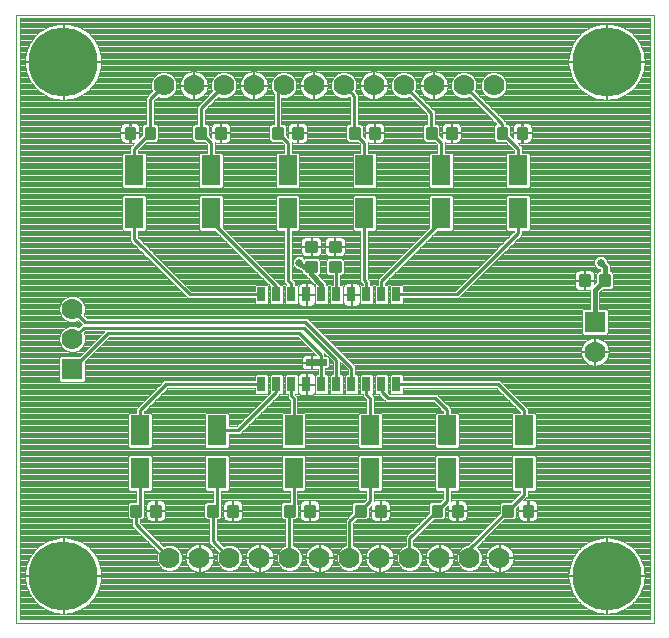
<source format=gtl>
G75*
%MOIN*%
%OFA0B0*%
%FSLAX25Y25*%
%IPPOS*%
%LPD*%
%AMOC8*
5,1,8,0,0,1.08239X$1,22.5*
%
%ADD10C,0.00000*%
%ADD11R,0.06299X0.10236*%
%ADD12C,0.00984*%
%ADD13C,0.00240*%
%ADD14R,0.02992X0.05000*%
%ADD15R,0.07000X0.07000*%
%ADD16C,0.07000*%
%ADD17C,0.23000*%
%ADD18C,0.01000*%
%ADD19C,0.01600*%
%ADD20C,0.02578*%
%ADD21C,0.00400*%
D10*
X0008874Y0008874D02*
X0008874Y0211630D01*
X0221472Y0211630D01*
X0221472Y0008874D01*
X0008874Y0008874D01*
D11*
X0050213Y0058874D03*
X0050213Y0073047D03*
X0075803Y0073047D03*
X0075803Y0058874D03*
X0101394Y0058874D03*
X0101394Y0073047D03*
X0126984Y0073047D03*
X0126984Y0058874D03*
X0152575Y0058874D03*
X0152575Y0073047D03*
X0178165Y0073047D03*
X0178165Y0058874D03*
X0176197Y0145488D03*
X0176197Y0159661D03*
X0150606Y0159661D03*
X0150606Y0145488D03*
X0125016Y0145488D03*
X0125016Y0159661D03*
X0099425Y0159661D03*
X0099425Y0145488D03*
X0073835Y0145488D03*
X0073835Y0159661D03*
X0048244Y0159661D03*
X0048244Y0145488D03*
D12*
X0048342Y0170587D02*
X0045390Y0170587D01*
X0045390Y0173933D01*
X0048342Y0173933D01*
X0048342Y0170587D01*
X0048342Y0171522D02*
X0045390Y0171522D01*
X0045390Y0172457D02*
X0048342Y0172457D01*
X0048342Y0173392D02*
X0045390Y0173392D01*
X0052083Y0170587D02*
X0055035Y0170587D01*
X0052083Y0170587D02*
X0052083Y0173933D01*
X0055035Y0173933D01*
X0055035Y0170587D01*
X0055035Y0171522D02*
X0052083Y0171522D01*
X0052083Y0172457D02*
X0055035Y0172457D01*
X0055035Y0173392D02*
X0052083Y0173392D01*
X0069012Y0173933D02*
X0071964Y0173933D01*
X0071964Y0170587D01*
X0069012Y0170587D01*
X0069012Y0173933D01*
X0069012Y0171522D02*
X0071964Y0171522D01*
X0071964Y0172457D02*
X0069012Y0172457D01*
X0069012Y0173392D02*
X0071964Y0173392D01*
X0075705Y0173933D02*
X0078657Y0173933D01*
X0078657Y0170587D01*
X0075705Y0170587D01*
X0075705Y0173933D01*
X0075705Y0171522D02*
X0078657Y0171522D01*
X0078657Y0172457D02*
X0075705Y0172457D01*
X0075705Y0173392D02*
X0078657Y0173392D01*
X0094603Y0173933D02*
X0097555Y0173933D01*
X0097555Y0170587D01*
X0094603Y0170587D01*
X0094603Y0173933D01*
X0094603Y0171522D02*
X0097555Y0171522D01*
X0097555Y0172457D02*
X0094603Y0172457D01*
X0094603Y0173392D02*
X0097555Y0173392D01*
X0101296Y0173933D02*
X0104248Y0173933D01*
X0104248Y0170587D01*
X0101296Y0170587D01*
X0101296Y0173933D01*
X0101296Y0171522D02*
X0104248Y0171522D01*
X0104248Y0172457D02*
X0101296Y0172457D01*
X0101296Y0173392D02*
X0104248Y0173392D01*
X0120193Y0173933D02*
X0123145Y0173933D01*
X0123145Y0170587D01*
X0120193Y0170587D01*
X0120193Y0173933D01*
X0120193Y0171522D02*
X0123145Y0171522D01*
X0123145Y0172457D02*
X0120193Y0172457D01*
X0120193Y0173392D02*
X0123145Y0173392D01*
X0126886Y0173933D02*
X0129838Y0173933D01*
X0129838Y0170587D01*
X0126886Y0170587D01*
X0126886Y0173933D01*
X0126886Y0171522D02*
X0129838Y0171522D01*
X0129838Y0172457D02*
X0126886Y0172457D01*
X0126886Y0173392D02*
X0129838Y0173392D01*
X0145784Y0173933D02*
X0148736Y0173933D01*
X0148736Y0170587D01*
X0145784Y0170587D01*
X0145784Y0173933D01*
X0145784Y0171522D02*
X0148736Y0171522D01*
X0148736Y0172457D02*
X0145784Y0172457D01*
X0145784Y0173392D02*
X0148736Y0173392D01*
X0152477Y0173933D02*
X0155429Y0173933D01*
X0155429Y0170587D01*
X0152477Y0170587D01*
X0152477Y0173933D01*
X0152477Y0171522D02*
X0155429Y0171522D01*
X0155429Y0172457D02*
X0152477Y0172457D01*
X0152477Y0173392D02*
X0155429Y0173392D01*
X0169406Y0173933D02*
X0172358Y0173933D01*
X0172358Y0170587D01*
X0169406Y0170587D01*
X0169406Y0173933D01*
X0169406Y0171522D02*
X0172358Y0171522D01*
X0172358Y0172457D02*
X0169406Y0172457D01*
X0169406Y0173392D02*
X0172358Y0173392D01*
X0176099Y0173933D02*
X0179051Y0173933D01*
X0179051Y0170587D01*
X0176099Y0170587D01*
X0176099Y0173933D01*
X0176099Y0171522D02*
X0179051Y0171522D01*
X0179051Y0172457D02*
X0176099Y0172457D01*
X0176099Y0173392D02*
X0179051Y0173392D01*
X0196965Y0124720D02*
X0199917Y0124720D01*
X0199917Y0121374D01*
X0196965Y0121374D01*
X0196965Y0124720D01*
X0196965Y0122309D02*
X0199917Y0122309D01*
X0199917Y0123244D02*
X0196965Y0123244D01*
X0196965Y0124179D02*
X0199917Y0124179D01*
X0203658Y0124720D02*
X0206610Y0124720D01*
X0206610Y0121374D01*
X0203658Y0121374D01*
X0203658Y0124720D01*
X0203658Y0122309D02*
X0206610Y0122309D01*
X0206610Y0123244D02*
X0203658Y0123244D01*
X0203658Y0124179D02*
X0206610Y0124179D01*
X0181019Y0047949D02*
X0178067Y0047949D01*
X0181019Y0047949D02*
X0181019Y0044603D01*
X0178067Y0044603D01*
X0178067Y0047949D01*
X0178067Y0045538D02*
X0181019Y0045538D01*
X0181019Y0046473D02*
X0178067Y0046473D01*
X0178067Y0047408D02*
X0181019Y0047408D01*
X0174326Y0047949D02*
X0171374Y0047949D01*
X0174326Y0047949D02*
X0174326Y0044603D01*
X0171374Y0044603D01*
X0171374Y0047949D01*
X0171374Y0045538D02*
X0174326Y0045538D01*
X0174326Y0046473D02*
X0171374Y0046473D01*
X0171374Y0047408D02*
X0174326Y0047408D01*
X0157397Y0047949D02*
X0154445Y0047949D01*
X0157397Y0047949D02*
X0157397Y0044603D01*
X0154445Y0044603D01*
X0154445Y0047949D01*
X0154445Y0045538D02*
X0157397Y0045538D01*
X0157397Y0046473D02*
X0154445Y0046473D01*
X0154445Y0047408D02*
X0157397Y0047408D01*
X0150704Y0047949D02*
X0147752Y0047949D01*
X0150704Y0047949D02*
X0150704Y0044603D01*
X0147752Y0044603D01*
X0147752Y0047949D01*
X0147752Y0045538D02*
X0150704Y0045538D01*
X0150704Y0046473D02*
X0147752Y0046473D01*
X0147752Y0047408D02*
X0150704Y0047408D01*
X0131807Y0047949D02*
X0128855Y0047949D01*
X0131807Y0047949D02*
X0131807Y0044603D01*
X0128855Y0044603D01*
X0128855Y0047949D01*
X0128855Y0045538D02*
X0131807Y0045538D01*
X0131807Y0046473D02*
X0128855Y0046473D01*
X0128855Y0047408D02*
X0131807Y0047408D01*
X0125114Y0047949D02*
X0122162Y0047949D01*
X0125114Y0047949D02*
X0125114Y0044603D01*
X0122162Y0044603D01*
X0122162Y0047949D01*
X0122162Y0045538D02*
X0125114Y0045538D01*
X0125114Y0046473D02*
X0122162Y0046473D01*
X0122162Y0047408D02*
X0125114Y0047408D01*
X0108185Y0047949D02*
X0105233Y0047949D01*
X0108185Y0047949D02*
X0108185Y0044603D01*
X0105233Y0044603D01*
X0105233Y0047949D01*
X0105233Y0045538D02*
X0108185Y0045538D01*
X0108185Y0046473D02*
X0105233Y0046473D01*
X0105233Y0047408D02*
X0108185Y0047408D01*
X0101492Y0047949D02*
X0098540Y0047949D01*
X0101492Y0047949D02*
X0101492Y0044603D01*
X0098540Y0044603D01*
X0098540Y0047949D01*
X0098540Y0045538D02*
X0101492Y0045538D01*
X0101492Y0046473D02*
X0098540Y0046473D01*
X0098540Y0047408D02*
X0101492Y0047408D01*
X0082594Y0047949D02*
X0079642Y0047949D01*
X0082594Y0047949D02*
X0082594Y0044603D01*
X0079642Y0044603D01*
X0079642Y0047949D01*
X0079642Y0045538D02*
X0082594Y0045538D01*
X0082594Y0046473D02*
X0079642Y0046473D01*
X0079642Y0047408D02*
X0082594Y0047408D01*
X0075901Y0047949D02*
X0072949Y0047949D01*
X0075901Y0047949D02*
X0075901Y0044603D01*
X0072949Y0044603D01*
X0072949Y0047949D01*
X0072949Y0045538D02*
X0075901Y0045538D01*
X0075901Y0046473D02*
X0072949Y0046473D01*
X0072949Y0047408D02*
X0075901Y0047408D01*
X0057004Y0047949D02*
X0054052Y0047949D01*
X0057004Y0047949D02*
X0057004Y0044603D01*
X0054052Y0044603D01*
X0054052Y0047949D01*
X0054052Y0045538D02*
X0057004Y0045538D01*
X0057004Y0046473D02*
X0054052Y0046473D01*
X0054052Y0047408D02*
X0057004Y0047408D01*
X0050311Y0047949D02*
X0047359Y0047949D01*
X0050311Y0047949D02*
X0050311Y0044603D01*
X0047359Y0044603D01*
X0047359Y0047949D01*
X0047359Y0045538D02*
X0050311Y0045538D01*
X0050311Y0046473D02*
X0047359Y0046473D01*
X0047359Y0047408D02*
X0050311Y0047408D01*
X0108972Y0126099D02*
X0108972Y0129051D01*
X0108972Y0126099D02*
X0105626Y0126099D01*
X0105626Y0129051D01*
X0108972Y0129051D01*
X0108972Y0127034D02*
X0105626Y0127034D01*
X0105626Y0127969D02*
X0108972Y0127969D01*
X0108972Y0128904D02*
X0105626Y0128904D01*
X0108972Y0132792D02*
X0108972Y0135744D01*
X0108972Y0132792D02*
X0105626Y0132792D01*
X0105626Y0135744D01*
X0108972Y0135744D01*
X0108972Y0133727D02*
X0105626Y0133727D01*
X0105626Y0134662D02*
X0108972Y0134662D01*
X0108972Y0135597D02*
X0105626Y0135597D01*
X0116846Y0135744D02*
X0116846Y0132792D01*
X0113500Y0132792D01*
X0113500Y0135744D01*
X0116846Y0135744D01*
X0116846Y0133727D02*
X0113500Y0133727D01*
X0113500Y0134662D02*
X0116846Y0134662D01*
X0116846Y0135597D02*
X0113500Y0135597D01*
X0116846Y0129051D02*
X0116846Y0126099D01*
X0113500Y0126099D01*
X0113500Y0129051D01*
X0116846Y0129051D01*
X0116846Y0127034D02*
X0113500Y0127034D01*
X0113500Y0127969D02*
X0116846Y0127969D01*
X0116846Y0128904D02*
X0113500Y0128904D01*
D13*
X0112261Y0096804D02*
X0108565Y0096804D01*
X0112261Y0096804D02*
X0112261Y0094644D01*
X0108565Y0094644D01*
X0108565Y0096804D01*
X0108565Y0094872D02*
X0112261Y0094872D01*
X0112261Y0095100D02*
X0108565Y0095100D01*
X0108565Y0095328D02*
X0112261Y0095328D01*
X0112261Y0095556D02*
X0108565Y0095556D01*
X0108565Y0095784D02*
X0112261Y0095784D01*
X0112261Y0096012D02*
X0108565Y0096012D01*
X0108565Y0096240D02*
X0112261Y0096240D01*
X0112261Y0096468D02*
X0108565Y0096468D01*
X0108565Y0096696D02*
X0112261Y0096696D01*
X0109261Y0096804D02*
X0105565Y0096804D01*
X0109261Y0096804D02*
X0109261Y0094644D01*
X0105565Y0094644D01*
X0105565Y0096804D01*
X0105565Y0094872D02*
X0109261Y0094872D01*
X0109261Y0095100D02*
X0105565Y0095100D01*
X0105565Y0095328D02*
X0109261Y0095328D01*
X0109261Y0095556D02*
X0105565Y0095556D01*
X0105565Y0095784D02*
X0109261Y0095784D01*
X0109261Y0096012D02*
X0105565Y0096012D01*
X0105565Y0096240D02*
X0109261Y0096240D01*
X0109261Y0096468D02*
X0105565Y0096468D01*
X0105565Y0096696D02*
X0109261Y0096696D01*
D14*
X0110705Y0088402D03*
X0115705Y0088402D03*
X0120705Y0088402D03*
X0125705Y0088402D03*
X0130705Y0088402D03*
X0135705Y0088402D03*
X0135705Y0118323D03*
X0130705Y0118323D03*
X0125705Y0118323D03*
X0120705Y0118323D03*
X0115705Y0118323D03*
X0110705Y0118323D03*
X0105705Y0118323D03*
X0100705Y0118323D03*
X0095705Y0118323D03*
X0090705Y0118323D03*
X0090705Y0088402D03*
X0095705Y0088402D03*
X0100705Y0088402D03*
X0105705Y0088402D03*
D15*
X0027654Y0093520D03*
X0201787Y0109268D03*
D16*
X0201787Y0099268D03*
X0170055Y0030528D03*
X0160055Y0030528D03*
X0150055Y0030528D03*
X0140055Y0030528D03*
X0130055Y0030528D03*
X0120055Y0030528D03*
X0110055Y0030528D03*
X0100055Y0030528D03*
X0090055Y0030528D03*
X0080055Y0030528D03*
X0070055Y0030528D03*
X0060055Y0030528D03*
X0027654Y0103520D03*
X0027654Y0113520D03*
X0058087Y0188008D03*
X0068087Y0188008D03*
X0078087Y0188008D03*
X0088087Y0188008D03*
X0098087Y0188008D03*
X0108087Y0188008D03*
X0118087Y0188008D03*
X0128087Y0188008D03*
X0138087Y0188008D03*
X0148087Y0188008D03*
X0158087Y0188008D03*
X0168087Y0188008D03*
D17*
X0205724Y0195882D03*
X0205724Y0024622D03*
X0024622Y0024622D03*
X0024622Y0195882D03*
D18*
X0053559Y0183480D02*
X0053559Y0172260D01*
X0048244Y0166945D01*
X0048244Y0159661D01*
X0048244Y0145488D02*
X0048244Y0136827D01*
X0066748Y0118323D01*
X0090705Y0118323D01*
X0095488Y0118539D02*
X0095488Y0121079D01*
X0073835Y0142732D01*
X0073835Y0145488D01*
X0073835Y0159661D02*
X0073835Y0168913D01*
X0070488Y0172260D01*
X0070488Y0180409D01*
X0078087Y0188008D01*
X0096079Y0186000D02*
X0096079Y0172260D01*
X0099425Y0168913D01*
X0099425Y0159661D01*
X0099425Y0145488D02*
X0099425Y0123047D01*
X0100705Y0121768D01*
X0100705Y0118323D01*
X0095705Y0118323D02*
X0095488Y0118539D01*
X0105331Y0109268D02*
X0120705Y0093894D01*
X0120705Y0088402D01*
X0125705Y0088402D02*
X0125705Y0084957D01*
X0126984Y0083677D01*
X0126984Y0073047D01*
X0132890Y0083677D02*
X0148638Y0083677D01*
X0152575Y0079740D01*
X0152575Y0073047D01*
X0152575Y0058874D02*
X0152575Y0049622D01*
X0149228Y0046276D01*
X0140055Y0037102D01*
X0140055Y0030528D01*
X0123638Y0046276D02*
X0120055Y0042693D01*
X0120055Y0030528D01*
X0123638Y0046276D02*
X0126984Y0049622D01*
X0126984Y0058874D01*
X0132890Y0083677D02*
X0130921Y0085646D01*
X0130921Y0088185D01*
X0130705Y0088402D01*
X0135705Y0088402D02*
X0169504Y0088402D01*
X0178165Y0079740D01*
X0178165Y0073047D01*
X0178165Y0058874D02*
X0178165Y0051591D01*
X0172850Y0046276D01*
X0160055Y0033480D01*
X0160055Y0030528D01*
X0101394Y0047654D02*
X0100016Y0046276D01*
X0100016Y0030567D01*
X0100055Y0030528D01*
X0101394Y0047654D02*
X0101394Y0058874D01*
X0101394Y0073047D02*
X0101394Y0083677D01*
X0100705Y0084366D01*
X0100705Y0088402D01*
X0095705Y0088402D02*
X0095705Y0085862D01*
X0082890Y0073047D01*
X0075803Y0073047D01*
X0075803Y0058874D02*
X0075803Y0047654D01*
X0074425Y0046276D01*
X0074425Y0036157D01*
X0080055Y0030528D01*
X0060055Y0030528D02*
X0048835Y0041748D01*
X0048835Y0046276D01*
X0050213Y0047654D01*
X0050213Y0058874D01*
X0050213Y0073047D02*
X0050213Y0079740D01*
X0058874Y0088402D01*
X0090705Y0088402D01*
X0103362Y0105331D02*
X0039465Y0105331D01*
X0027654Y0093520D01*
X0027654Y0103520D02*
X0031433Y0107299D01*
X0105036Y0107299D01*
X0115705Y0096631D01*
X0115705Y0088402D01*
X0110705Y0088402D02*
X0110705Y0095433D01*
X0110413Y0095724D01*
X0110413Y0098280D01*
X0103362Y0105331D01*
X0105331Y0109268D02*
X0031906Y0109268D01*
X0027654Y0113520D01*
X0053559Y0183480D02*
X0058087Y0188008D01*
X0096079Y0186000D02*
X0098087Y0188008D01*
X0118087Y0188008D02*
X0121669Y0184425D01*
X0121669Y0172260D01*
X0125016Y0168913D01*
X0125016Y0159661D01*
X0125016Y0145488D02*
X0125016Y0123047D01*
X0125705Y0122358D01*
X0125705Y0118323D01*
X0130705Y0118323D02*
X0130705Y0122831D01*
X0150606Y0142732D01*
X0150606Y0145488D01*
X0150606Y0159661D02*
X0150606Y0168913D01*
X0147260Y0172260D01*
X0147260Y0178835D01*
X0138087Y0188008D01*
X0158087Y0188008D02*
X0170882Y0175213D01*
X0170882Y0172260D01*
X0176197Y0166945D01*
X0176197Y0159661D01*
X0176197Y0145488D02*
X0176197Y0138795D01*
X0155724Y0118323D01*
X0135705Y0118323D01*
X0115705Y0118323D02*
X0115705Y0127043D01*
X0115173Y0127575D01*
D19*
X0110705Y0121610D02*
X0107299Y0125016D01*
X0107299Y0127575D01*
X0104740Y0127575D01*
X0103362Y0128953D01*
X0110705Y0121610D02*
X0110705Y0118323D01*
X0201787Y0119701D02*
X0201787Y0109268D01*
X0201787Y0119701D02*
X0205134Y0123047D01*
X0205134Y0127575D01*
X0203756Y0128953D01*
D20*
X0203756Y0128953D03*
X0103362Y0128953D03*
D21*
X0101875Y0130420D02*
X0100725Y0130420D01*
X0100725Y0130818D02*
X0102274Y0130818D01*
X0102497Y0131042D02*
X0101273Y0129818D01*
X0101273Y0128087D01*
X0102497Y0126864D01*
X0103188Y0126864D01*
X0104077Y0125975D01*
X0104334Y0125975D01*
X0104334Y0125563D01*
X0105091Y0124806D01*
X0105699Y0124806D01*
X0105699Y0124353D01*
X0108653Y0121399D01*
X0108409Y0121154D01*
X0108409Y0115491D01*
X0108877Y0115023D01*
X0112532Y0115023D01*
X0113001Y0115491D01*
X0113001Y0121154D01*
X0112532Y0121623D01*
X0112305Y0121623D01*
X0112305Y0122273D01*
X0109640Y0124938D01*
X0110265Y0125563D01*
X0110265Y0129586D01*
X0109508Y0130343D01*
X0105091Y0130343D01*
X0105008Y0130261D01*
X0104227Y0131042D01*
X0102497Y0131042D01*
X0101477Y0130021D02*
X0100725Y0130021D01*
X0100725Y0129623D02*
X0101273Y0129623D01*
X0101273Y0129224D02*
X0100725Y0129224D01*
X0100725Y0128826D02*
X0101273Y0128826D01*
X0101273Y0128427D02*
X0100725Y0128427D01*
X0100725Y0128029D02*
X0101332Y0128029D01*
X0101730Y0127630D02*
X0100725Y0127630D01*
X0100725Y0127232D02*
X0102129Y0127232D01*
X0103219Y0126833D02*
X0100725Y0126833D01*
X0100725Y0126435D02*
X0103617Y0126435D01*
X0104016Y0126036D02*
X0100725Y0126036D01*
X0100725Y0125638D02*
X0104334Y0125638D01*
X0104658Y0125239D02*
X0100725Y0125239D01*
X0100725Y0124841D02*
X0105056Y0124841D01*
X0105699Y0124442D02*
X0100725Y0124442D01*
X0100725Y0124044D02*
X0106008Y0124044D01*
X0106407Y0123645D02*
X0100725Y0123645D01*
X0100725Y0123586D02*
X0100725Y0139570D01*
X0102906Y0139570D01*
X0103375Y0140039D01*
X0103375Y0150938D01*
X0102906Y0151406D01*
X0095944Y0151406D01*
X0095476Y0150938D01*
X0095476Y0140039D01*
X0095944Y0139570D01*
X0098125Y0139570D01*
X0098125Y0122509D01*
X0098887Y0121747D01*
X0099011Y0121623D01*
X0098877Y0121623D01*
X0098409Y0121154D01*
X0098409Y0115491D01*
X0098877Y0115023D01*
X0102532Y0115023D01*
X0103001Y0115491D01*
X0103001Y0121154D01*
X0102532Y0121623D01*
X0102005Y0121623D01*
X0102005Y0122306D01*
X0100725Y0123586D01*
X0101064Y0123247D02*
X0106805Y0123247D01*
X0107204Y0122848D02*
X0101463Y0122848D01*
X0101861Y0122450D02*
X0107602Y0122450D01*
X0107359Y0122023D02*
X0105905Y0122023D01*
X0105905Y0118523D01*
X0108401Y0118523D01*
X0108401Y0120981D01*
X0108319Y0121286D01*
X0108161Y0121560D01*
X0107938Y0121783D01*
X0107664Y0121941D01*
X0107359Y0122023D01*
X0108001Y0122051D02*
X0102005Y0122051D01*
X0102005Y0121653D02*
X0103341Y0121653D01*
X0103248Y0121560D02*
X0103090Y0121286D01*
X0103009Y0120981D01*
X0103009Y0118523D01*
X0105505Y0118523D01*
X0105505Y0122023D01*
X0104051Y0122023D01*
X0103745Y0121941D01*
X0103472Y0121783D01*
X0103248Y0121560D01*
X0103082Y0121254D02*
X0102901Y0121254D01*
X0103001Y0120856D02*
X0103009Y0120856D01*
X0103001Y0120457D02*
X0103009Y0120457D01*
X0103001Y0120059D02*
X0103009Y0120059D01*
X0103001Y0119660D02*
X0103009Y0119660D01*
X0103001Y0119262D02*
X0103009Y0119262D01*
X0103001Y0118863D02*
X0103009Y0118863D01*
X0103001Y0118465D02*
X0105505Y0118465D01*
X0105505Y0118523D02*
X0105505Y0118123D01*
X0105905Y0118123D01*
X0105905Y0118523D01*
X0105505Y0118523D01*
X0105505Y0118863D02*
X0105905Y0118863D01*
X0105905Y0118465D02*
X0108409Y0118465D01*
X0108401Y0118123D02*
X0105905Y0118123D01*
X0105905Y0114623D01*
X0107359Y0114623D01*
X0107664Y0114705D01*
X0107938Y0114863D01*
X0108161Y0115086D01*
X0108319Y0115360D01*
X0108401Y0115665D01*
X0108401Y0118123D01*
X0108401Y0118066D02*
X0108409Y0118066D01*
X0108401Y0117668D02*
X0108409Y0117668D01*
X0108401Y0117269D02*
X0108409Y0117269D01*
X0108401Y0116871D02*
X0108409Y0116871D01*
X0108401Y0116472D02*
X0108409Y0116472D01*
X0108401Y0116074D02*
X0108409Y0116074D01*
X0108401Y0115675D02*
X0108409Y0115675D01*
X0108271Y0115277D02*
X0108624Y0115277D01*
X0107953Y0114878D02*
X0118456Y0114878D01*
X0118472Y0114863D02*
X0118745Y0114705D01*
X0119051Y0114623D01*
X0120505Y0114623D01*
X0120505Y0118123D01*
X0120905Y0118123D01*
X0120905Y0118523D01*
X0123401Y0118523D01*
X0123401Y0120981D01*
X0123319Y0121286D01*
X0123161Y0121560D01*
X0122938Y0121783D01*
X0122664Y0121941D01*
X0122359Y0122023D01*
X0120905Y0122023D01*
X0120905Y0118523D01*
X0120505Y0118523D01*
X0120505Y0122023D01*
X0119051Y0122023D01*
X0118745Y0121941D01*
X0118472Y0121783D01*
X0118248Y0121560D01*
X0118090Y0121286D01*
X0118009Y0120981D01*
X0118009Y0118523D01*
X0120505Y0118523D01*
X0120505Y0118123D01*
X0118009Y0118123D01*
X0118009Y0115665D01*
X0118090Y0115360D01*
X0118248Y0115086D01*
X0118472Y0114863D01*
X0118138Y0115277D02*
X0117786Y0115277D01*
X0118001Y0115491D02*
X0117532Y0115023D01*
X0113877Y0115023D01*
X0113409Y0115491D01*
X0113409Y0121154D01*
X0113877Y0121623D01*
X0114405Y0121623D01*
X0114405Y0124806D01*
X0112965Y0124806D01*
X0112208Y0125563D01*
X0112208Y0129586D01*
X0112965Y0130343D01*
X0117382Y0130343D01*
X0118139Y0129586D01*
X0118139Y0125563D01*
X0117382Y0124806D01*
X0117005Y0124806D01*
X0117005Y0121623D01*
X0117532Y0121623D01*
X0118001Y0121154D01*
X0118001Y0115491D01*
X0118001Y0115675D02*
X0118009Y0115675D01*
X0118001Y0116074D02*
X0118009Y0116074D01*
X0118001Y0116472D02*
X0118009Y0116472D01*
X0118001Y0116871D02*
X0118009Y0116871D01*
X0118001Y0117269D02*
X0118009Y0117269D01*
X0118001Y0117668D02*
X0118009Y0117668D01*
X0118001Y0118066D02*
X0118009Y0118066D01*
X0118001Y0118465D02*
X0120505Y0118465D01*
X0120505Y0118863D02*
X0120905Y0118863D01*
X0120905Y0118465D02*
X0123409Y0118465D01*
X0123401Y0118123D02*
X0120905Y0118123D01*
X0120905Y0114623D01*
X0122359Y0114623D01*
X0122664Y0114705D01*
X0122938Y0114863D01*
X0123161Y0115086D01*
X0123319Y0115360D01*
X0123401Y0115665D01*
X0123401Y0118123D01*
X0123401Y0118066D02*
X0123409Y0118066D01*
X0123401Y0117668D02*
X0123409Y0117668D01*
X0123401Y0117269D02*
X0123409Y0117269D01*
X0123401Y0116871D02*
X0123409Y0116871D01*
X0123401Y0116472D02*
X0123409Y0116472D01*
X0123401Y0116074D02*
X0123409Y0116074D01*
X0123401Y0115675D02*
X0123409Y0115675D01*
X0123409Y0115491D02*
X0123877Y0115023D01*
X0127532Y0115023D01*
X0128001Y0115491D01*
X0128001Y0121154D01*
X0127532Y0121623D01*
X0127005Y0121623D01*
X0127005Y0122897D01*
X0126316Y0123586D01*
X0126316Y0139570D01*
X0128497Y0139570D01*
X0128965Y0140039D01*
X0128965Y0150938D01*
X0128497Y0151406D01*
X0121535Y0151406D01*
X0121066Y0150938D01*
X0121066Y0140039D01*
X0121535Y0139570D01*
X0123716Y0139570D01*
X0123716Y0122509D01*
X0124405Y0121820D01*
X0124405Y0121623D01*
X0123877Y0121623D01*
X0123409Y0121154D01*
X0123409Y0115491D01*
X0123271Y0115277D02*
X0123624Y0115277D01*
X0122953Y0114878D02*
X0200187Y0114878D01*
X0200187Y0114480D02*
X0031910Y0114480D01*
X0031954Y0114375D02*
X0031299Y0115955D01*
X0030089Y0117165D01*
X0028509Y0117820D01*
X0026798Y0117820D01*
X0025218Y0117165D01*
X0024008Y0115955D01*
X0023354Y0114375D01*
X0023354Y0112664D01*
X0024008Y0111084D01*
X0025218Y0109874D01*
X0026798Y0109220D01*
X0028509Y0109220D01*
X0029645Y0109690D01*
X0030606Y0108729D01*
X0030815Y0108520D01*
X0030133Y0107838D01*
X0029645Y0107349D01*
X0028509Y0107820D01*
X0026798Y0107820D01*
X0025218Y0107165D01*
X0024008Y0105955D01*
X0023354Y0104375D01*
X0023354Y0102664D01*
X0024008Y0101084D01*
X0025218Y0099874D01*
X0026798Y0099220D01*
X0028509Y0099220D01*
X0030089Y0099874D01*
X0031299Y0101084D01*
X0031954Y0102664D01*
X0031954Y0104375D01*
X0031483Y0105511D01*
X0031972Y0105999D01*
X0038295Y0105999D01*
X0038165Y0105869D01*
X0030115Y0097820D01*
X0023822Y0097820D01*
X0023354Y0097351D01*
X0023354Y0089688D01*
X0023822Y0089220D01*
X0031485Y0089220D01*
X0031954Y0089688D01*
X0031954Y0095981D01*
X0040003Y0104031D01*
X0102824Y0104031D01*
X0108730Y0098124D01*
X0107613Y0098124D01*
X0107613Y0095924D01*
X0107213Y0095924D01*
X0107213Y0095524D01*
X0107613Y0095524D01*
X0107613Y0093324D01*
X0109405Y0093324D01*
X0109405Y0091702D01*
X0108877Y0091702D01*
X0108409Y0091233D01*
X0108409Y0085570D01*
X0108877Y0085102D01*
X0112532Y0085102D01*
X0113001Y0085570D01*
X0113001Y0091233D01*
X0112532Y0091702D01*
X0112005Y0091702D01*
X0112005Y0093724D01*
X0112643Y0093724D01*
X0113182Y0094263D01*
X0113182Y0097185D01*
X0112643Y0097724D01*
X0111713Y0097724D01*
X0111713Y0098784D01*
X0114405Y0096092D01*
X0114405Y0091702D01*
X0113877Y0091702D01*
X0113409Y0091233D01*
X0113409Y0085570D01*
X0113877Y0085102D01*
X0117532Y0085102D01*
X0118001Y0085570D01*
X0118001Y0091233D01*
X0117532Y0091702D01*
X0117005Y0091702D01*
X0117005Y0095755D01*
X0119405Y0093355D01*
X0119405Y0091702D01*
X0118877Y0091702D01*
X0118409Y0091233D01*
X0118409Y0085570D01*
X0118877Y0085102D01*
X0122532Y0085102D01*
X0123001Y0085570D01*
X0123001Y0091233D01*
X0122532Y0091702D01*
X0122005Y0091702D01*
X0122005Y0094432D01*
X0105869Y0110568D01*
X0032444Y0110568D01*
X0031483Y0111529D01*
X0031954Y0112664D01*
X0031954Y0114375D01*
X0031954Y0114081D02*
X0200187Y0114081D01*
X0200187Y0113682D02*
X0031954Y0113682D01*
X0031954Y0113284D02*
X0197672Y0113284D01*
X0197487Y0113099D02*
X0197487Y0105436D01*
X0197956Y0104968D01*
X0205619Y0104968D01*
X0206087Y0105436D01*
X0206087Y0113099D01*
X0205619Y0113568D01*
X0203387Y0113568D01*
X0203387Y0119038D01*
X0204431Y0120082D01*
X0207145Y0120082D01*
X0207902Y0120839D01*
X0207902Y0125256D01*
X0207145Y0126013D01*
X0206734Y0126013D01*
X0206734Y0128238D01*
X0205845Y0129127D01*
X0205845Y0129818D01*
X0204621Y0131042D01*
X0202891Y0131042D01*
X0201667Y0129818D01*
X0201667Y0128087D01*
X0202891Y0126864D01*
X0203534Y0126864D01*
X0203534Y0126013D01*
X0203122Y0126013D01*
X0202365Y0125256D01*
X0202365Y0122541D01*
X0201609Y0121786D01*
X0201609Y0122847D01*
X0198641Y0122847D01*
X0198641Y0119682D01*
X0200140Y0119682D01*
X0200187Y0119695D01*
X0200187Y0113568D01*
X0197956Y0113568D01*
X0197487Y0113099D01*
X0197487Y0112885D02*
X0031954Y0112885D01*
X0031880Y0112487D02*
X0197487Y0112487D01*
X0197487Y0112088D02*
X0031715Y0112088D01*
X0031550Y0111690D02*
X0197487Y0111690D01*
X0197487Y0111291D02*
X0031720Y0111291D01*
X0032119Y0110893D02*
X0197487Y0110893D01*
X0197487Y0110494D02*
X0105942Y0110494D01*
X0106341Y0110096D02*
X0197487Y0110096D01*
X0197487Y0109697D02*
X0106740Y0109697D01*
X0107138Y0109299D02*
X0197487Y0109299D01*
X0197487Y0108900D02*
X0107537Y0108900D01*
X0107935Y0108502D02*
X0197487Y0108502D01*
X0197487Y0108103D02*
X0108334Y0108103D01*
X0108732Y0107705D02*
X0197487Y0107705D01*
X0197487Y0107306D02*
X0109131Y0107306D01*
X0109529Y0106908D02*
X0197487Y0106908D01*
X0197487Y0106509D02*
X0109928Y0106509D01*
X0110326Y0106111D02*
X0197487Y0106111D01*
X0197487Y0105712D02*
X0110725Y0105712D01*
X0111123Y0105314D02*
X0197610Y0105314D01*
X0199324Y0103288D02*
X0198726Y0102853D01*
X0198202Y0102330D01*
X0197768Y0101731D01*
X0197432Y0101072D01*
X0197203Y0100368D01*
X0197087Y0099638D01*
X0197087Y0099468D01*
X0201587Y0099468D01*
X0201587Y0099068D01*
X0197087Y0099068D01*
X0197087Y0098898D01*
X0197203Y0098167D01*
X0197432Y0097464D01*
X0197768Y0096804D01*
X0198202Y0096206D01*
X0198726Y0095683D01*
X0199324Y0095248D01*
X0199983Y0094912D01*
X0200687Y0094683D01*
X0201417Y0094568D01*
X0201587Y0094568D01*
X0201587Y0099068D01*
X0201987Y0099068D01*
X0201987Y0094568D01*
X0202157Y0094568D01*
X0202888Y0094683D01*
X0203592Y0094912D01*
X0204251Y0095248D01*
X0204849Y0095683D01*
X0205372Y0096206D01*
X0205807Y0096804D01*
X0206143Y0097464D01*
X0206372Y0098167D01*
X0206487Y0098898D01*
X0206487Y0099068D01*
X0201987Y0099068D01*
X0201987Y0099468D01*
X0201587Y0099468D01*
X0201587Y0103968D01*
X0201417Y0103968D01*
X0200687Y0103852D01*
X0199983Y0103623D01*
X0199324Y0103288D01*
X0199390Y0103321D02*
X0113116Y0103321D01*
X0113514Y0102923D02*
X0198822Y0102923D01*
X0198397Y0102524D02*
X0113913Y0102524D01*
X0114311Y0102126D02*
X0198054Y0102126D01*
X0197766Y0101727D02*
X0114710Y0101727D01*
X0115108Y0101329D02*
X0197563Y0101329D01*
X0197386Y0100930D02*
X0115507Y0100930D01*
X0115905Y0100532D02*
X0197256Y0100532D01*
X0197166Y0100133D02*
X0116304Y0100133D01*
X0116702Y0099735D02*
X0197103Y0099735D01*
X0197087Y0098938D02*
X0117499Y0098938D01*
X0117101Y0099336D02*
X0201587Y0099336D01*
X0201587Y0098938D02*
X0201987Y0098938D01*
X0201987Y0099336D02*
X0220272Y0099336D01*
X0220272Y0098938D02*
X0206487Y0098938D01*
X0206431Y0098539D02*
X0220272Y0098539D01*
X0220272Y0098141D02*
X0206363Y0098141D01*
X0206234Y0097742D02*
X0220272Y0097742D01*
X0220272Y0097344D02*
X0206082Y0097344D01*
X0205879Y0096945D02*
X0220272Y0096945D01*
X0220272Y0096547D02*
X0205620Y0096547D01*
X0205314Y0096148D02*
X0220272Y0096148D01*
X0220272Y0095749D02*
X0204916Y0095749D01*
X0204393Y0095351D02*
X0220272Y0095351D01*
X0220272Y0094952D02*
X0203671Y0094952D01*
X0201987Y0094952D02*
X0201587Y0094952D01*
X0201587Y0095351D02*
X0201987Y0095351D01*
X0201987Y0095749D02*
X0201587Y0095749D01*
X0201587Y0096148D02*
X0201987Y0096148D01*
X0201987Y0096547D02*
X0201587Y0096547D01*
X0201587Y0096945D02*
X0201987Y0096945D01*
X0201987Y0097344D02*
X0201587Y0097344D01*
X0201587Y0097742D02*
X0201987Y0097742D01*
X0201987Y0098141D02*
X0201587Y0098141D01*
X0201587Y0098539D02*
X0201987Y0098539D01*
X0201987Y0099468D02*
X0206487Y0099468D01*
X0206487Y0099638D01*
X0206372Y0100368D01*
X0206143Y0101072D01*
X0205807Y0101731D01*
X0205372Y0102330D01*
X0204849Y0102853D01*
X0204251Y0103288D01*
X0203592Y0103623D01*
X0202888Y0103852D01*
X0202157Y0103968D01*
X0201987Y0103968D01*
X0201987Y0099468D01*
X0201987Y0099735D02*
X0201587Y0099735D01*
X0201587Y0100133D02*
X0201987Y0100133D01*
X0201987Y0100532D02*
X0201587Y0100532D01*
X0201587Y0100930D02*
X0201987Y0100930D01*
X0201987Y0101329D02*
X0201587Y0101329D01*
X0201587Y0101727D02*
X0201987Y0101727D01*
X0201987Y0102126D02*
X0201587Y0102126D01*
X0201587Y0102524D02*
X0201987Y0102524D01*
X0201987Y0102923D02*
X0201587Y0102923D01*
X0201587Y0103321D02*
X0201987Y0103321D01*
X0201987Y0103720D02*
X0201587Y0103720D01*
X0200280Y0103720D02*
X0112717Y0103720D01*
X0112319Y0104118D02*
X0220272Y0104118D01*
X0220272Y0103720D02*
X0203295Y0103720D01*
X0204185Y0103321D02*
X0220272Y0103321D01*
X0220272Y0102923D02*
X0204753Y0102923D01*
X0205178Y0102524D02*
X0220272Y0102524D01*
X0220272Y0102126D02*
X0205520Y0102126D01*
X0205809Y0101727D02*
X0220272Y0101727D01*
X0220272Y0101329D02*
X0206012Y0101329D01*
X0206189Y0100930D02*
X0220272Y0100930D01*
X0220272Y0100532D02*
X0206319Y0100532D01*
X0206409Y0100133D02*
X0220272Y0100133D01*
X0220272Y0099735D02*
X0206472Y0099735D01*
X0205965Y0105314D02*
X0220272Y0105314D01*
X0220272Y0105712D02*
X0206087Y0105712D01*
X0206087Y0106111D02*
X0220272Y0106111D01*
X0220272Y0106509D02*
X0206087Y0106509D01*
X0206087Y0106908D02*
X0220272Y0106908D01*
X0220272Y0107306D02*
X0206087Y0107306D01*
X0206087Y0107705D02*
X0220272Y0107705D01*
X0220272Y0108103D02*
X0206087Y0108103D01*
X0206087Y0108502D02*
X0220272Y0108502D01*
X0220272Y0108900D02*
X0206087Y0108900D01*
X0206087Y0109299D02*
X0220272Y0109299D01*
X0220272Y0109697D02*
X0206087Y0109697D01*
X0206087Y0110096D02*
X0220272Y0110096D01*
X0220272Y0110494D02*
X0206087Y0110494D01*
X0206087Y0110893D02*
X0220272Y0110893D01*
X0220272Y0111291D02*
X0206087Y0111291D01*
X0206087Y0111690D02*
X0220272Y0111690D01*
X0220272Y0112088D02*
X0206087Y0112088D01*
X0206087Y0112487D02*
X0220272Y0112487D01*
X0220272Y0112885D02*
X0206087Y0112885D01*
X0205902Y0113284D02*
X0220272Y0113284D01*
X0220272Y0113682D02*
X0203387Y0113682D01*
X0203387Y0114081D02*
X0220272Y0114081D01*
X0220272Y0114480D02*
X0203387Y0114480D01*
X0203387Y0114878D02*
X0220272Y0114878D01*
X0220272Y0115277D02*
X0203387Y0115277D01*
X0203387Y0115675D02*
X0220272Y0115675D01*
X0220272Y0116074D02*
X0203387Y0116074D01*
X0203387Y0116472D02*
X0220272Y0116472D01*
X0220272Y0116871D02*
X0203387Y0116871D01*
X0203387Y0117269D02*
X0220272Y0117269D01*
X0220272Y0117668D02*
X0203387Y0117668D01*
X0203387Y0118066D02*
X0220272Y0118066D01*
X0220272Y0118465D02*
X0203387Y0118465D01*
X0203387Y0118863D02*
X0220272Y0118863D01*
X0220272Y0119262D02*
X0203611Y0119262D01*
X0204010Y0119660D02*
X0220272Y0119660D01*
X0220272Y0120059D02*
X0204408Y0120059D01*
X0202274Y0122450D02*
X0201609Y0122450D01*
X0201609Y0122051D02*
X0201875Y0122051D01*
X0202365Y0122848D02*
X0198641Y0122848D01*
X0198641Y0122847D02*
X0198641Y0123247D01*
X0201609Y0123247D01*
X0201609Y0124943D01*
X0201494Y0125374D01*
X0201271Y0125759D01*
X0200956Y0126074D01*
X0200570Y0126297D01*
X0200140Y0126413D01*
X0198641Y0126413D01*
X0198641Y0123247D01*
X0202365Y0123247D01*
X0202365Y0123645D02*
X0201609Y0123645D01*
X0201609Y0124044D02*
X0202365Y0124044D01*
X0202365Y0124442D02*
X0201609Y0124442D01*
X0201609Y0124841D02*
X0202365Y0124841D01*
X0202365Y0125239D02*
X0201530Y0125239D01*
X0201342Y0125638D02*
X0202748Y0125638D01*
X0203534Y0126036D02*
X0200994Y0126036D01*
X0202523Y0127232D02*
X0166472Y0127232D01*
X0166870Y0127630D02*
X0202124Y0127630D01*
X0201725Y0128029D02*
X0167269Y0128029D01*
X0167667Y0128427D02*
X0201667Y0128427D01*
X0201667Y0128826D02*
X0168066Y0128826D01*
X0168464Y0129224D02*
X0201667Y0129224D01*
X0201667Y0129623D02*
X0168863Y0129623D01*
X0169261Y0130021D02*
X0201870Y0130021D01*
X0202269Y0130420D02*
X0169660Y0130420D01*
X0170059Y0130818D02*
X0202667Y0130818D01*
X0204844Y0130818D02*
X0220272Y0130818D01*
X0220272Y0130420D02*
X0205243Y0130420D01*
X0205641Y0130021D02*
X0220272Y0130021D01*
X0220272Y0129623D02*
X0205845Y0129623D01*
X0205845Y0129224D02*
X0220272Y0129224D01*
X0220272Y0128826D02*
X0206145Y0128826D01*
X0206544Y0128427D02*
X0220272Y0128427D01*
X0220272Y0128029D02*
X0206734Y0128029D01*
X0206734Y0127630D02*
X0220272Y0127630D01*
X0220272Y0127232D02*
X0206734Y0127232D01*
X0206734Y0126833D02*
X0220272Y0126833D01*
X0220272Y0126435D02*
X0206734Y0126435D01*
X0206734Y0126036D02*
X0220272Y0126036D01*
X0220272Y0125638D02*
X0207520Y0125638D01*
X0207902Y0125239D02*
X0220272Y0125239D01*
X0220272Y0124841D02*
X0207902Y0124841D01*
X0207902Y0124442D02*
X0220272Y0124442D01*
X0220272Y0124044D02*
X0207902Y0124044D01*
X0207902Y0123645D02*
X0220272Y0123645D01*
X0220272Y0123247D02*
X0207902Y0123247D01*
X0207902Y0122848D02*
X0220272Y0122848D01*
X0220272Y0122450D02*
X0207902Y0122450D01*
X0207902Y0122051D02*
X0220272Y0122051D01*
X0220272Y0121653D02*
X0207902Y0121653D01*
X0207902Y0121254D02*
X0220272Y0121254D01*
X0220272Y0120856D02*
X0207902Y0120856D01*
X0207521Y0120457D02*
X0220272Y0120457D01*
X0220272Y0131217D02*
X0170457Y0131217D01*
X0170856Y0131616D02*
X0220272Y0131616D01*
X0220272Y0132014D02*
X0171254Y0132014D01*
X0171653Y0132413D02*
X0220272Y0132413D01*
X0220272Y0132811D02*
X0172051Y0132811D01*
X0172450Y0133210D02*
X0220272Y0133210D01*
X0220272Y0133608D02*
X0172848Y0133608D01*
X0173247Y0134007D02*
X0220272Y0134007D01*
X0220272Y0134405D02*
X0173645Y0134405D01*
X0174044Y0134804D02*
X0220272Y0134804D01*
X0220272Y0135202D02*
X0174442Y0135202D01*
X0174841Y0135601D02*
X0220272Y0135601D01*
X0220272Y0135999D02*
X0175239Y0135999D01*
X0175638Y0136398D02*
X0220272Y0136398D01*
X0220272Y0136796D02*
X0176036Y0136796D01*
X0176435Y0137195D02*
X0220272Y0137195D01*
X0220272Y0137593D02*
X0176833Y0137593D01*
X0176735Y0137495D02*
X0177497Y0138257D01*
X0177497Y0139570D01*
X0179678Y0139570D01*
X0180146Y0140039D01*
X0180146Y0150938D01*
X0179678Y0151406D01*
X0172716Y0151406D01*
X0172247Y0150938D01*
X0172247Y0140039D01*
X0172716Y0139570D01*
X0174897Y0139570D01*
X0174897Y0139334D01*
X0155186Y0119623D01*
X0138001Y0119623D01*
X0138001Y0121154D01*
X0137532Y0121623D01*
X0133877Y0121623D01*
X0133409Y0121154D01*
X0133409Y0115491D01*
X0133877Y0115023D01*
X0137532Y0115023D01*
X0138001Y0115491D01*
X0138001Y0117023D01*
X0156263Y0117023D01*
X0157024Y0117784D01*
X0157024Y0117784D01*
X0176735Y0137495D01*
X0176735Y0137495D01*
X0177232Y0137992D02*
X0220272Y0137992D01*
X0220272Y0138390D02*
X0177497Y0138390D01*
X0177497Y0138789D02*
X0220272Y0138789D01*
X0220272Y0139187D02*
X0177497Y0139187D01*
X0179693Y0139586D02*
X0220272Y0139586D01*
X0220272Y0139984D02*
X0180092Y0139984D01*
X0180146Y0140383D02*
X0220272Y0140383D01*
X0220272Y0140781D02*
X0180146Y0140781D01*
X0180146Y0141180D02*
X0220272Y0141180D01*
X0220272Y0141578D02*
X0180146Y0141578D01*
X0180146Y0141977D02*
X0220272Y0141977D01*
X0220272Y0142375D02*
X0180146Y0142375D01*
X0180146Y0142774D02*
X0220272Y0142774D01*
X0220272Y0143172D02*
X0180146Y0143172D01*
X0180146Y0143571D02*
X0220272Y0143571D01*
X0220272Y0143969D02*
X0180146Y0143969D01*
X0180146Y0144368D02*
X0220272Y0144368D01*
X0220272Y0144766D02*
X0180146Y0144766D01*
X0180146Y0145165D02*
X0220272Y0145165D01*
X0220272Y0145563D02*
X0180146Y0145563D01*
X0180146Y0145962D02*
X0220272Y0145962D01*
X0220272Y0146360D02*
X0180146Y0146360D01*
X0180146Y0146759D02*
X0220272Y0146759D01*
X0220272Y0147157D02*
X0180146Y0147157D01*
X0180146Y0147556D02*
X0220272Y0147556D01*
X0220272Y0147954D02*
X0180146Y0147954D01*
X0180146Y0148353D02*
X0220272Y0148353D01*
X0220272Y0148751D02*
X0180146Y0148751D01*
X0180146Y0149150D02*
X0220272Y0149150D01*
X0220272Y0149549D02*
X0180146Y0149549D01*
X0180146Y0149947D02*
X0220272Y0149947D01*
X0220272Y0150346D02*
X0180146Y0150346D01*
X0180146Y0150744D02*
X0220272Y0150744D01*
X0220272Y0151143D02*
X0179942Y0151143D01*
X0179678Y0153743D02*
X0180146Y0154212D01*
X0180146Y0165111D01*
X0179678Y0165580D01*
X0177497Y0165580D01*
X0177497Y0167483D01*
X0176086Y0168894D01*
X0177375Y0168894D01*
X0177375Y0172060D01*
X0177775Y0172060D01*
X0177775Y0172460D01*
X0180743Y0172460D01*
X0180743Y0174156D01*
X0180628Y0174586D01*
X0180405Y0174972D01*
X0180090Y0175287D01*
X0179704Y0175510D01*
X0179274Y0175625D01*
X0177775Y0175625D01*
X0177775Y0172460D01*
X0177375Y0172460D01*
X0177375Y0175625D01*
X0175876Y0175625D01*
X0175445Y0175510D01*
X0175059Y0175287D01*
X0174744Y0174972D01*
X0174522Y0174586D01*
X0174406Y0174156D01*
X0174406Y0172460D01*
X0177375Y0172460D01*
X0177375Y0172060D01*
X0174406Y0172060D01*
X0174406Y0170574D01*
X0173650Y0171330D01*
X0173650Y0174468D01*
X0172893Y0175225D01*
X0172182Y0175225D01*
X0172182Y0175751D01*
X0161916Y0186017D01*
X0162387Y0187153D01*
X0162387Y0188863D01*
X0161732Y0190444D01*
X0160522Y0191653D01*
X0158942Y0192308D01*
X0157231Y0192308D01*
X0155651Y0191653D01*
X0154441Y0190444D01*
X0153787Y0188863D01*
X0153787Y0187153D01*
X0154441Y0185572D01*
X0155651Y0184363D01*
X0157231Y0183708D01*
X0158942Y0183708D01*
X0160078Y0184178D01*
X0169031Y0175225D01*
X0168870Y0175225D01*
X0168113Y0174468D01*
X0168113Y0170051D01*
X0168870Y0169294D01*
X0172009Y0169294D01*
X0174897Y0166406D01*
X0174897Y0165580D01*
X0172716Y0165580D01*
X0172247Y0165111D01*
X0172247Y0154212D01*
X0172716Y0153743D01*
X0179678Y0153743D01*
X0179867Y0153932D02*
X0220272Y0153932D01*
X0220272Y0153534D02*
X0010074Y0153534D01*
X0010074Y0153932D02*
X0044574Y0153932D01*
X0044763Y0153743D02*
X0051725Y0153743D01*
X0052194Y0154212D01*
X0052194Y0165111D01*
X0051725Y0165580D01*
X0049544Y0165580D01*
X0049544Y0166406D01*
X0052432Y0169294D01*
X0055571Y0169294D01*
X0056328Y0170051D01*
X0056328Y0174468D01*
X0055571Y0175225D01*
X0054859Y0175225D01*
X0054859Y0182942D01*
X0056096Y0184178D01*
X0057231Y0183708D01*
X0058942Y0183708D01*
X0060522Y0184363D01*
X0061732Y0185572D01*
X0062387Y0187153D01*
X0062387Y0188863D01*
X0061732Y0190444D01*
X0060522Y0191653D01*
X0058942Y0192308D01*
X0057231Y0192308D01*
X0055651Y0191653D01*
X0054441Y0190444D01*
X0053787Y0188863D01*
X0053787Y0187153D01*
X0054257Y0186017D01*
X0052259Y0184019D01*
X0052259Y0175225D01*
X0051547Y0175225D01*
X0050791Y0174468D01*
X0050791Y0171330D01*
X0050035Y0170574D01*
X0050035Y0172060D01*
X0047066Y0172060D01*
X0047066Y0168894D01*
X0048355Y0168894D01*
X0047706Y0168245D01*
X0047706Y0168245D01*
X0046944Y0167483D01*
X0046944Y0165580D01*
X0044763Y0165580D01*
X0044294Y0165111D01*
X0044294Y0154212D01*
X0044763Y0153743D01*
X0044294Y0154331D02*
X0010074Y0154331D01*
X0010074Y0154729D02*
X0044294Y0154729D01*
X0044294Y0155128D02*
X0010074Y0155128D01*
X0010074Y0155526D02*
X0044294Y0155526D01*
X0044294Y0155925D02*
X0010074Y0155925D01*
X0010074Y0156323D02*
X0044294Y0156323D01*
X0044294Y0156722D02*
X0010074Y0156722D01*
X0010074Y0157120D02*
X0044294Y0157120D01*
X0044294Y0157519D02*
X0010074Y0157519D01*
X0010074Y0157917D02*
X0044294Y0157917D01*
X0044294Y0158316D02*
X0010074Y0158316D01*
X0010074Y0158714D02*
X0044294Y0158714D01*
X0044294Y0159113D02*
X0010074Y0159113D01*
X0010074Y0159511D02*
X0044294Y0159511D01*
X0044294Y0159910D02*
X0010074Y0159910D01*
X0010074Y0160308D02*
X0044294Y0160308D01*
X0044294Y0160707D02*
X0010074Y0160707D01*
X0010074Y0161105D02*
X0044294Y0161105D01*
X0044294Y0161504D02*
X0010074Y0161504D01*
X0010074Y0161902D02*
X0044294Y0161902D01*
X0044294Y0162301D02*
X0010074Y0162301D01*
X0010074Y0162699D02*
X0044294Y0162699D01*
X0044294Y0163098D02*
X0010074Y0163098D01*
X0010074Y0163496D02*
X0044294Y0163496D01*
X0044294Y0163895D02*
X0010074Y0163895D01*
X0010074Y0164293D02*
X0044294Y0164293D01*
X0044294Y0164692D02*
X0010074Y0164692D01*
X0010074Y0165090D02*
X0044294Y0165090D01*
X0044673Y0165489D02*
X0010074Y0165489D01*
X0010074Y0165887D02*
X0046944Y0165887D01*
X0046944Y0166286D02*
X0010074Y0166286D01*
X0010074Y0166684D02*
X0046944Y0166684D01*
X0046944Y0167083D02*
X0010074Y0167083D01*
X0010074Y0167482D02*
X0046944Y0167482D01*
X0047341Y0167880D02*
X0010074Y0167880D01*
X0010074Y0168279D02*
X0047739Y0168279D01*
X0048138Y0168677D02*
X0010074Y0168677D01*
X0010074Y0169076D02*
X0044623Y0169076D01*
X0044737Y0169010D02*
X0045167Y0168894D01*
X0046666Y0168894D01*
X0046666Y0172060D01*
X0043698Y0172060D01*
X0043698Y0170364D01*
X0043813Y0169933D01*
X0044036Y0169548D01*
X0044351Y0169233D01*
X0044737Y0169010D01*
X0044109Y0169474D02*
X0010074Y0169474D01*
X0010074Y0169873D02*
X0043848Y0169873D01*
X0043722Y0170271D02*
X0010074Y0170271D01*
X0010074Y0170670D02*
X0043698Y0170670D01*
X0043698Y0171068D02*
X0010074Y0171068D01*
X0010074Y0171467D02*
X0043698Y0171467D01*
X0043698Y0171865D02*
X0010074Y0171865D01*
X0010074Y0172264D02*
X0046666Y0172264D01*
X0046666Y0172460D02*
X0046666Y0172060D01*
X0047066Y0172060D01*
X0047066Y0172460D01*
X0046666Y0172460D01*
X0046666Y0175625D01*
X0045167Y0175625D01*
X0044737Y0175510D01*
X0044351Y0175287D01*
X0044036Y0174972D01*
X0043813Y0174586D01*
X0043698Y0174156D01*
X0043698Y0172460D01*
X0046666Y0172460D01*
X0046666Y0172662D02*
X0047066Y0172662D01*
X0047066Y0172460D02*
X0047066Y0175625D01*
X0048565Y0175625D01*
X0048996Y0175510D01*
X0049381Y0175287D01*
X0049697Y0174972D01*
X0049919Y0174586D01*
X0050035Y0174156D01*
X0050035Y0172460D01*
X0047066Y0172460D01*
X0047066Y0172264D02*
X0050791Y0172264D01*
X0050791Y0172662D02*
X0050035Y0172662D01*
X0050035Y0173061D02*
X0050791Y0173061D01*
X0050791Y0173459D02*
X0050035Y0173459D01*
X0050035Y0173858D02*
X0050791Y0173858D01*
X0050791Y0174256D02*
X0050008Y0174256D01*
X0049880Y0174655D02*
X0050977Y0174655D01*
X0051376Y0175053D02*
X0049615Y0175053D01*
X0049096Y0175452D02*
X0052259Y0175452D01*
X0052259Y0175850D02*
X0010074Y0175850D01*
X0010074Y0175452D02*
X0044636Y0175452D01*
X0044117Y0175053D02*
X0010074Y0175053D01*
X0010074Y0174655D02*
X0043853Y0174655D01*
X0043725Y0174256D02*
X0010074Y0174256D01*
X0010074Y0173858D02*
X0043698Y0173858D01*
X0043698Y0173459D02*
X0010074Y0173459D01*
X0010074Y0173061D02*
X0043698Y0173061D01*
X0043698Y0172662D02*
X0010074Y0172662D01*
X0010074Y0176249D02*
X0052259Y0176249D01*
X0052259Y0176647D02*
X0010074Y0176647D01*
X0010074Y0177046D02*
X0052259Y0177046D01*
X0052259Y0177444D02*
X0010074Y0177444D01*
X0010074Y0177843D02*
X0052259Y0177843D01*
X0052259Y0178241D02*
X0010074Y0178241D01*
X0010074Y0178640D02*
X0052259Y0178640D01*
X0052259Y0179038D02*
X0010074Y0179038D01*
X0010074Y0179437D02*
X0052259Y0179437D01*
X0052259Y0179835D02*
X0010074Y0179835D01*
X0010074Y0180234D02*
X0052259Y0180234D01*
X0052259Y0180632D02*
X0010074Y0180632D01*
X0010074Y0181031D02*
X0052259Y0181031D01*
X0052259Y0181429D02*
X0010074Y0181429D01*
X0010074Y0181828D02*
X0052259Y0181828D01*
X0052259Y0182226D02*
X0010074Y0182226D01*
X0010074Y0182625D02*
X0052259Y0182625D01*
X0052259Y0183023D02*
X0010074Y0183023D01*
X0010074Y0183422D02*
X0022164Y0183422D01*
X0022756Y0183304D02*
X0023998Y0183182D01*
X0024422Y0183182D01*
X0024422Y0195682D01*
X0011922Y0195682D01*
X0011922Y0195258D01*
X0012044Y0194016D01*
X0012288Y0192792D01*
X0012650Y0191598D01*
X0013128Y0190445D01*
X0013716Y0189345D01*
X0014409Y0188307D01*
X0015201Y0187343D01*
X0016083Y0186460D01*
X0017048Y0185669D01*
X0018085Y0184976D01*
X0019186Y0184387D01*
X0020338Y0183910D01*
X0021532Y0183548D01*
X0022756Y0183304D01*
X0024422Y0183422D02*
X0024822Y0183422D01*
X0024822Y0183182D02*
X0025246Y0183182D01*
X0026488Y0183304D01*
X0027712Y0183548D01*
X0028906Y0183910D01*
X0030059Y0184387D01*
X0031159Y0184976D01*
X0032197Y0185669D01*
X0033161Y0186460D01*
X0034043Y0187343D01*
X0034835Y0188307D01*
X0035528Y0189345D01*
X0036117Y0190445D01*
X0036594Y0191598D01*
X0036956Y0192792D01*
X0037200Y0194016D01*
X0037322Y0195258D01*
X0037322Y0195682D01*
X0024822Y0195682D01*
X0024822Y0196082D01*
X0024422Y0196082D01*
X0024422Y0208582D01*
X0023998Y0208582D01*
X0022756Y0208460D01*
X0021532Y0208216D01*
X0020338Y0207854D01*
X0019186Y0207376D01*
X0018085Y0206788D01*
X0017048Y0206095D01*
X0016083Y0205303D01*
X0015201Y0204421D01*
X0014409Y0203456D01*
X0013716Y0202419D01*
X0013128Y0201318D01*
X0012650Y0200166D01*
X0012288Y0198971D01*
X0012044Y0197748D01*
X0011922Y0196506D01*
X0011922Y0196082D01*
X0024422Y0196082D01*
X0024422Y0195682D01*
X0024822Y0195682D01*
X0024822Y0183182D01*
X0024822Y0183820D02*
X0024422Y0183820D01*
X0024422Y0184219D02*
X0024822Y0184219D01*
X0024822Y0184618D02*
X0024422Y0184618D01*
X0024422Y0185016D02*
X0024822Y0185016D01*
X0024822Y0185415D02*
X0024422Y0185415D01*
X0024422Y0185813D02*
X0024822Y0185813D01*
X0024822Y0186212D02*
X0024422Y0186212D01*
X0024422Y0186610D02*
X0024822Y0186610D01*
X0024822Y0187009D02*
X0024422Y0187009D01*
X0024422Y0187407D02*
X0024822Y0187407D01*
X0024822Y0187806D02*
X0024422Y0187806D01*
X0024422Y0188204D02*
X0024822Y0188204D01*
X0024822Y0188603D02*
X0024422Y0188603D01*
X0024422Y0189001D02*
X0024822Y0189001D01*
X0024822Y0189400D02*
X0024422Y0189400D01*
X0024422Y0189798D02*
X0024822Y0189798D01*
X0024822Y0190197D02*
X0024422Y0190197D01*
X0024422Y0190595D02*
X0024822Y0190595D01*
X0024822Y0190994D02*
X0024422Y0190994D01*
X0024422Y0191392D02*
X0024822Y0191392D01*
X0024822Y0191791D02*
X0024422Y0191791D01*
X0024422Y0192189D02*
X0024822Y0192189D01*
X0024822Y0192588D02*
X0024422Y0192588D01*
X0024422Y0192986D02*
X0024822Y0192986D01*
X0024822Y0193385D02*
X0024422Y0193385D01*
X0024422Y0193783D02*
X0024822Y0193783D01*
X0024822Y0194182D02*
X0024422Y0194182D01*
X0024422Y0194580D02*
X0024822Y0194580D01*
X0024822Y0194979D02*
X0024422Y0194979D01*
X0024422Y0195377D02*
X0024822Y0195377D01*
X0024822Y0195776D02*
X0205524Y0195776D01*
X0205524Y0195682D02*
X0193024Y0195682D01*
X0193024Y0195258D01*
X0193147Y0194016D01*
X0193390Y0192792D01*
X0193752Y0191598D01*
X0194230Y0190445D01*
X0194818Y0189345D01*
X0195511Y0188307D01*
X0196303Y0187343D01*
X0197185Y0186460D01*
X0198150Y0185669D01*
X0199187Y0184976D01*
X0200288Y0184387D01*
X0201441Y0183910D01*
X0202635Y0183548D01*
X0203859Y0183304D01*
X0205100Y0183182D01*
X0205524Y0183182D01*
X0205524Y0195682D01*
X0205524Y0196082D01*
X0193024Y0196082D01*
X0193024Y0196506D01*
X0193147Y0197748D01*
X0193390Y0198971D01*
X0193752Y0200166D01*
X0194230Y0201318D01*
X0194818Y0202419D01*
X0195511Y0203456D01*
X0196303Y0204421D01*
X0197185Y0205303D01*
X0198150Y0206095D01*
X0199187Y0206788D01*
X0200288Y0207376D01*
X0201441Y0207854D01*
X0202635Y0208216D01*
X0203859Y0208460D01*
X0205100Y0208582D01*
X0205524Y0208582D01*
X0205524Y0196082D01*
X0205924Y0196082D01*
X0205924Y0208582D01*
X0206348Y0208582D01*
X0207590Y0208460D01*
X0208814Y0208216D01*
X0210008Y0207854D01*
X0211161Y0207376D01*
X0212261Y0206788D01*
X0213299Y0206095D01*
X0214263Y0205303D01*
X0215146Y0204421D01*
X0215937Y0203456D01*
X0216631Y0202419D01*
X0217219Y0201318D01*
X0217696Y0200166D01*
X0218059Y0198971D01*
X0218302Y0197748D01*
X0218424Y0196506D01*
X0218424Y0196082D01*
X0205924Y0196082D01*
X0205924Y0195682D01*
X0205924Y0183182D01*
X0206348Y0183182D01*
X0207590Y0183304D01*
X0208814Y0183548D01*
X0210008Y0183910D01*
X0211161Y0184387D01*
X0212261Y0184976D01*
X0213299Y0185669D01*
X0214263Y0186460D01*
X0215146Y0187343D01*
X0215937Y0188307D01*
X0216631Y0189345D01*
X0217219Y0190445D01*
X0217696Y0191598D01*
X0218059Y0192792D01*
X0218302Y0194016D01*
X0218424Y0195258D01*
X0218424Y0195682D01*
X0205924Y0195682D01*
X0205524Y0195682D01*
X0205524Y0195377D02*
X0205924Y0195377D01*
X0205924Y0194979D02*
X0205524Y0194979D01*
X0205524Y0194580D02*
X0205924Y0194580D01*
X0205924Y0194182D02*
X0205524Y0194182D01*
X0205524Y0193783D02*
X0205924Y0193783D01*
X0205924Y0193385D02*
X0205524Y0193385D01*
X0205524Y0192986D02*
X0205924Y0192986D01*
X0205924Y0192588D02*
X0205524Y0192588D01*
X0205524Y0192189D02*
X0205924Y0192189D01*
X0205924Y0191791D02*
X0205524Y0191791D01*
X0205524Y0191392D02*
X0205924Y0191392D01*
X0205924Y0190994D02*
X0205524Y0190994D01*
X0205524Y0190595D02*
X0205924Y0190595D01*
X0205924Y0190197D02*
X0205524Y0190197D01*
X0205524Y0189798D02*
X0205924Y0189798D01*
X0205924Y0189400D02*
X0205524Y0189400D01*
X0205524Y0189001D02*
X0205924Y0189001D01*
X0205924Y0188603D02*
X0205524Y0188603D01*
X0205524Y0188204D02*
X0205924Y0188204D01*
X0205924Y0187806D02*
X0205524Y0187806D01*
X0205524Y0187407D02*
X0205924Y0187407D01*
X0205924Y0187009D02*
X0205524Y0187009D01*
X0205524Y0186610D02*
X0205924Y0186610D01*
X0205924Y0186212D02*
X0205524Y0186212D01*
X0205524Y0185813D02*
X0205924Y0185813D01*
X0205924Y0185415D02*
X0205524Y0185415D01*
X0205524Y0185016D02*
X0205924Y0185016D01*
X0205924Y0184618D02*
X0205524Y0184618D01*
X0205524Y0184219D02*
X0205924Y0184219D01*
X0205924Y0183820D02*
X0205524Y0183820D01*
X0205524Y0183422D02*
X0205924Y0183422D01*
X0208182Y0183422D02*
X0220272Y0183422D01*
X0220272Y0183820D02*
X0209713Y0183820D01*
X0210754Y0184219D02*
X0220272Y0184219D01*
X0220272Y0184618D02*
X0211591Y0184618D01*
X0212322Y0185016D02*
X0220272Y0185016D01*
X0220272Y0185415D02*
X0212918Y0185415D01*
X0213475Y0185813D02*
X0220272Y0185813D01*
X0220272Y0186212D02*
X0213960Y0186212D01*
X0214413Y0186610D02*
X0220272Y0186610D01*
X0220272Y0187009D02*
X0214812Y0187009D01*
X0215199Y0187407D02*
X0220272Y0187407D01*
X0220272Y0187806D02*
X0215526Y0187806D01*
X0215853Y0188204D02*
X0220272Y0188204D01*
X0220272Y0188603D02*
X0216135Y0188603D01*
X0216401Y0189001D02*
X0220272Y0189001D01*
X0220272Y0189400D02*
X0216660Y0189400D01*
X0216873Y0189798D02*
X0220272Y0189798D01*
X0220272Y0190197D02*
X0217086Y0190197D01*
X0217281Y0190595D02*
X0220272Y0190595D01*
X0220272Y0190994D02*
X0217446Y0190994D01*
X0217611Y0191392D02*
X0220272Y0191392D01*
X0220272Y0191791D02*
X0217755Y0191791D01*
X0217876Y0192189D02*
X0220272Y0192189D01*
X0220272Y0192588D02*
X0217997Y0192588D01*
X0218097Y0192986D02*
X0220272Y0192986D01*
X0220272Y0193385D02*
X0218176Y0193385D01*
X0218256Y0193783D02*
X0220272Y0193783D01*
X0220272Y0194182D02*
X0218318Y0194182D01*
X0218358Y0194580D02*
X0220272Y0194580D01*
X0220272Y0194979D02*
X0218397Y0194979D01*
X0218424Y0195377D02*
X0220272Y0195377D01*
X0220272Y0195776D02*
X0205924Y0195776D01*
X0205924Y0196174D02*
X0205524Y0196174D01*
X0205524Y0196573D02*
X0205924Y0196573D01*
X0205924Y0196971D02*
X0205524Y0196971D01*
X0205524Y0197370D02*
X0205924Y0197370D01*
X0205924Y0197768D02*
X0205524Y0197768D01*
X0205524Y0198167D02*
X0205924Y0198167D01*
X0205924Y0198565D02*
X0205524Y0198565D01*
X0205524Y0198964D02*
X0205924Y0198964D01*
X0205924Y0199362D02*
X0205524Y0199362D01*
X0205524Y0199761D02*
X0205924Y0199761D01*
X0205924Y0200159D02*
X0205524Y0200159D01*
X0205524Y0200558D02*
X0205924Y0200558D01*
X0205924Y0200956D02*
X0205524Y0200956D01*
X0205524Y0201355D02*
X0205924Y0201355D01*
X0205924Y0201753D02*
X0205524Y0201753D01*
X0205524Y0202152D02*
X0205924Y0202152D01*
X0205924Y0202551D02*
X0205524Y0202551D01*
X0205524Y0202949D02*
X0205924Y0202949D01*
X0205924Y0203348D02*
X0205524Y0203348D01*
X0205524Y0203746D02*
X0205924Y0203746D01*
X0205924Y0204145D02*
X0205524Y0204145D01*
X0205524Y0204543D02*
X0205924Y0204543D01*
X0205924Y0204942D02*
X0205524Y0204942D01*
X0205524Y0205340D02*
X0205924Y0205340D01*
X0205924Y0205739D02*
X0205524Y0205739D01*
X0205524Y0206137D02*
X0205924Y0206137D01*
X0205924Y0206536D02*
X0205524Y0206536D01*
X0205524Y0206934D02*
X0205924Y0206934D01*
X0205924Y0207333D02*
X0205524Y0207333D01*
X0205524Y0207731D02*
X0205924Y0207731D01*
X0205924Y0208130D02*
X0205524Y0208130D01*
X0205524Y0208528D02*
X0205924Y0208528D01*
X0206893Y0208528D02*
X0220272Y0208528D01*
X0220272Y0208130D02*
X0209099Y0208130D01*
X0210304Y0207731D02*
X0220272Y0207731D01*
X0220272Y0207333D02*
X0211243Y0207333D01*
X0211988Y0206934D02*
X0220272Y0206934D01*
X0220272Y0206536D02*
X0212639Y0206536D01*
X0213236Y0206137D02*
X0220272Y0206137D01*
X0220272Y0205739D02*
X0213733Y0205739D01*
X0214219Y0205340D02*
X0220272Y0205340D01*
X0220272Y0204942D02*
X0214625Y0204942D01*
X0215024Y0204543D02*
X0220272Y0204543D01*
X0220272Y0204145D02*
X0215373Y0204145D01*
X0215700Y0203746D02*
X0220272Y0203746D01*
X0220272Y0203348D02*
X0216010Y0203348D01*
X0216276Y0202949D02*
X0220272Y0202949D01*
X0220272Y0202551D02*
X0216543Y0202551D01*
X0216773Y0202152D02*
X0220272Y0202152D01*
X0220272Y0201753D02*
X0216986Y0201753D01*
X0217199Y0201355D02*
X0220272Y0201355D01*
X0220272Y0200956D02*
X0217369Y0200956D01*
X0217534Y0200558D02*
X0220272Y0200558D01*
X0220272Y0200159D02*
X0217698Y0200159D01*
X0217819Y0199761D02*
X0220272Y0199761D01*
X0220272Y0199362D02*
X0217940Y0199362D01*
X0218060Y0198964D02*
X0220272Y0198964D01*
X0220272Y0198565D02*
X0218139Y0198565D01*
X0218219Y0198167D02*
X0220272Y0198167D01*
X0220272Y0197768D02*
X0218298Y0197768D01*
X0218339Y0197370D02*
X0220272Y0197370D01*
X0220272Y0196971D02*
X0218379Y0196971D01*
X0218418Y0196573D02*
X0220272Y0196573D01*
X0220272Y0196174D02*
X0218424Y0196174D01*
X0220272Y0183023D02*
X0164909Y0183023D01*
X0164511Y0183422D02*
X0203267Y0183422D01*
X0201735Y0183820D02*
X0169214Y0183820D01*
X0168942Y0183708D02*
X0170522Y0184363D01*
X0171732Y0185572D01*
X0172387Y0187153D01*
X0172387Y0188863D01*
X0171732Y0190444D01*
X0170522Y0191653D01*
X0168942Y0192308D01*
X0167231Y0192308D01*
X0165651Y0191653D01*
X0164441Y0190444D01*
X0163787Y0188863D01*
X0163787Y0187153D01*
X0164441Y0185572D01*
X0165651Y0184363D01*
X0167231Y0183708D01*
X0168942Y0183708D01*
X0170176Y0184219D02*
X0200694Y0184219D01*
X0199857Y0184618D02*
X0170777Y0184618D01*
X0171176Y0185016D02*
X0199127Y0185016D01*
X0198531Y0185415D02*
X0171574Y0185415D01*
X0171832Y0185813D02*
X0197974Y0185813D01*
X0197489Y0186212D02*
X0171997Y0186212D01*
X0172162Y0186610D02*
X0197036Y0186610D01*
X0196637Y0187009D02*
X0172327Y0187009D01*
X0172387Y0187407D02*
X0196250Y0187407D01*
X0195923Y0187806D02*
X0172387Y0187806D01*
X0172387Y0188204D02*
X0195596Y0188204D01*
X0195314Y0188603D02*
X0172387Y0188603D01*
X0172329Y0189001D02*
X0195048Y0189001D01*
X0194789Y0189400D02*
X0172164Y0189400D01*
X0171999Y0189798D02*
X0194576Y0189798D01*
X0194363Y0190197D02*
X0171834Y0190197D01*
X0171580Y0190595D02*
X0194168Y0190595D01*
X0194003Y0190994D02*
X0171182Y0190994D01*
X0170783Y0191392D02*
X0193838Y0191392D01*
X0193694Y0191791D02*
X0170190Y0191791D01*
X0169228Y0192189D02*
X0193573Y0192189D01*
X0193452Y0192588D02*
X0149201Y0192588D01*
X0149187Y0192592D02*
X0148457Y0192708D01*
X0148287Y0192708D01*
X0148287Y0188208D01*
X0152787Y0188208D01*
X0152787Y0188378D01*
X0152671Y0189108D01*
X0152442Y0189812D01*
X0152106Y0190471D01*
X0151672Y0191070D01*
X0151148Y0191593D01*
X0150550Y0192028D01*
X0149891Y0192364D01*
X0149187Y0192592D01*
X0148287Y0192588D02*
X0147887Y0192588D01*
X0147887Y0192708D02*
X0147717Y0192708D01*
X0146986Y0192592D01*
X0146282Y0192364D01*
X0145623Y0192028D01*
X0145025Y0191593D01*
X0144502Y0191070D01*
X0144067Y0190471D01*
X0143731Y0189812D01*
X0143502Y0189108D01*
X0143387Y0188378D01*
X0143387Y0188208D01*
X0147887Y0188208D01*
X0147887Y0192708D01*
X0147887Y0192189D02*
X0148287Y0192189D01*
X0148287Y0191791D02*
X0147887Y0191791D01*
X0147887Y0191392D02*
X0148287Y0191392D01*
X0148287Y0190994D02*
X0147887Y0190994D01*
X0147887Y0190595D02*
X0148287Y0190595D01*
X0148287Y0190197D02*
X0147887Y0190197D01*
X0147887Y0189798D02*
X0148287Y0189798D01*
X0148287Y0189400D02*
X0147887Y0189400D01*
X0147887Y0189001D02*
X0148287Y0189001D01*
X0148287Y0188603D02*
X0147887Y0188603D01*
X0147887Y0188208D02*
X0148287Y0188208D01*
X0148287Y0187808D01*
X0152787Y0187808D01*
X0152787Y0187638D01*
X0152671Y0186907D01*
X0152442Y0186204D01*
X0152106Y0185545D01*
X0151672Y0184946D01*
X0151148Y0184423D01*
X0150550Y0183988D01*
X0149891Y0183652D01*
X0149187Y0183424D01*
X0148457Y0183308D01*
X0148287Y0183308D01*
X0148287Y0187808D01*
X0147887Y0187808D01*
X0147887Y0183308D01*
X0147717Y0183308D01*
X0146986Y0183424D01*
X0146282Y0183652D01*
X0145623Y0183988D01*
X0145025Y0184423D01*
X0144502Y0184946D01*
X0144067Y0185545D01*
X0143731Y0186204D01*
X0143502Y0186907D01*
X0143387Y0187638D01*
X0143387Y0187808D01*
X0147887Y0187808D01*
X0147887Y0188208D01*
X0147887Y0188204D02*
X0142387Y0188204D01*
X0142387Y0187806D02*
X0143387Y0187806D01*
X0143423Y0187407D02*
X0142387Y0187407D01*
X0142387Y0187153D02*
X0141916Y0186017D01*
X0148560Y0179373D01*
X0148560Y0175225D01*
X0149271Y0175225D01*
X0150028Y0174468D01*
X0150028Y0171330D01*
X0150784Y0170574D01*
X0150784Y0172060D01*
X0153753Y0172060D01*
X0154153Y0172060D01*
X0154153Y0172460D01*
X0157121Y0172460D01*
X0157121Y0174156D01*
X0157006Y0174586D01*
X0156783Y0174972D01*
X0156468Y0175287D01*
X0156082Y0175510D01*
X0155652Y0175625D01*
X0154153Y0175625D01*
X0154153Y0172460D01*
X0153753Y0172460D01*
X0153753Y0175625D01*
X0152254Y0175625D01*
X0151823Y0175510D01*
X0151437Y0175287D01*
X0151122Y0174972D01*
X0150900Y0174586D01*
X0150784Y0174156D01*
X0150784Y0172460D01*
X0153753Y0172460D01*
X0153753Y0172060D01*
X0153753Y0168894D01*
X0152254Y0168894D01*
X0151906Y0168988D01*
X0151906Y0165580D01*
X0154087Y0165580D01*
X0154556Y0165111D01*
X0154556Y0154212D01*
X0154087Y0153743D01*
X0147125Y0153743D01*
X0146657Y0154212D01*
X0146657Y0165111D01*
X0147125Y0165580D01*
X0149306Y0165580D01*
X0149306Y0168375D01*
X0148387Y0169294D01*
X0145248Y0169294D01*
X0144491Y0170051D01*
X0144491Y0174468D01*
X0145248Y0175225D01*
X0145960Y0175225D01*
X0145960Y0178296D01*
X0140078Y0184178D01*
X0138942Y0183708D01*
X0137231Y0183708D01*
X0135651Y0184363D01*
X0134441Y0185572D01*
X0133787Y0187153D01*
X0133787Y0188863D01*
X0134441Y0190444D01*
X0135651Y0191653D01*
X0137231Y0192308D01*
X0138942Y0192308D01*
X0140522Y0191653D01*
X0141732Y0190444D01*
X0142387Y0188863D01*
X0142387Y0187153D01*
X0142327Y0187009D02*
X0143486Y0187009D01*
X0143599Y0186610D02*
X0142162Y0186610D01*
X0141997Y0186212D02*
X0143728Y0186212D01*
X0143930Y0185813D02*
X0142120Y0185813D01*
X0142518Y0185415D02*
X0144161Y0185415D01*
X0144451Y0185016D02*
X0142917Y0185016D01*
X0143315Y0184618D02*
X0144830Y0184618D01*
X0145305Y0184219D02*
X0143714Y0184219D01*
X0144112Y0183820D02*
X0145952Y0183820D01*
X0146996Y0183422D02*
X0144511Y0183422D01*
X0144909Y0183023D02*
X0161233Y0183023D01*
X0161631Y0182625D02*
X0145308Y0182625D01*
X0145707Y0182226D02*
X0162030Y0182226D01*
X0162428Y0181828D02*
X0146105Y0181828D01*
X0146504Y0181429D02*
X0162827Y0181429D01*
X0163225Y0181031D02*
X0146902Y0181031D01*
X0147301Y0180632D02*
X0163624Y0180632D01*
X0164022Y0180234D02*
X0147699Y0180234D01*
X0148098Y0179835D02*
X0164421Y0179835D01*
X0164819Y0179437D02*
X0148496Y0179437D01*
X0148560Y0179038D02*
X0165218Y0179038D01*
X0165616Y0178640D02*
X0148560Y0178640D01*
X0148560Y0178241D02*
X0166015Y0178241D01*
X0166413Y0177843D02*
X0148560Y0177843D01*
X0148560Y0177444D02*
X0166812Y0177444D01*
X0167210Y0177046D02*
X0148560Y0177046D01*
X0148560Y0176647D02*
X0167609Y0176647D01*
X0168007Y0176249D02*
X0148560Y0176249D01*
X0148560Y0175850D02*
X0168406Y0175850D01*
X0168804Y0175452D02*
X0156183Y0175452D01*
X0156702Y0175053D02*
X0168698Y0175053D01*
X0168300Y0174655D02*
X0156966Y0174655D01*
X0157094Y0174256D02*
X0168113Y0174256D01*
X0168113Y0173858D02*
X0157121Y0173858D01*
X0157121Y0173459D02*
X0168113Y0173459D01*
X0168113Y0173061D02*
X0157121Y0173061D01*
X0157121Y0172662D02*
X0168113Y0172662D01*
X0168113Y0172264D02*
X0154153Y0172264D01*
X0154153Y0172060D02*
X0157121Y0172060D01*
X0157121Y0170364D01*
X0157006Y0169933D01*
X0156783Y0169548D01*
X0156468Y0169233D01*
X0156082Y0169010D01*
X0155652Y0168894D01*
X0154153Y0168894D01*
X0154153Y0172060D01*
X0154153Y0171865D02*
X0153753Y0171865D01*
X0153753Y0171467D02*
X0154153Y0171467D01*
X0154153Y0171068D02*
X0153753Y0171068D01*
X0153753Y0170670D02*
X0154153Y0170670D01*
X0154153Y0170271D02*
X0153753Y0170271D01*
X0153753Y0169873D02*
X0154153Y0169873D01*
X0154153Y0169474D02*
X0153753Y0169474D01*
X0153753Y0169076D02*
X0154153Y0169076D01*
X0156196Y0169076D02*
X0172228Y0169076D01*
X0172626Y0168677D02*
X0151906Y0168677D01*
X0151906Y0168279D02*
X0173025Y0168279D01*
X0173423Y0167880D02*
X0151906Y0167880D01*
X0151906Y0167482D02*
X0173822Y0167482D01*
X0174220Y0167083D02*
X0151906Y0167083D01*
X0151906Y0166684D02*
X0174619Y0166684D01*
X0174897Y0166286D02*
X0151906Y0166286D01*
X0151906Y0165887D02*
X0174897Y0165887D01*
X0172625Y0165489D02*
X0154178Y0165489D01*
X0154556Y0165090D02*
X0172247Y0165090D01*
X0172247Y0164692D02*
X0154556Y0164692D01*
X0154556Y0164293D02*
X0172247Y0164293D01*
X0172247Y0163895D02*
X0154556Y0163895D01*
X0154556Y0163496D02*
X0172247Y0163496D01*
X0172247Y0163098D02*
X0154556Y0163098D01*
X0154556Y0162699D02*
X0172247Y0162699D01*
X0172247Y0162301D02*
X0154556Y0162301D01*
X0154556Y0161902D02*
X0172247Y0161902D01*
X0172247Y0161504D02*
X0154556Y0161504D01*
X0154556Y0161105D02*
X0172247Y0161105D01*
X0172247Y0160707D02*
X0154556Y0160707D01*
X0154556Y0160308D02*
X0172247Y0160308D01*
X0172247Y0159910D02*
X0154556Y0159910D01*
X0154556Y0159511D02*
X0172247Y0159511D01*
X0172247Y0159113D02*
X0154556Y0159113D01*
X0154556Y0158714D02*
X0172247Y0158714D01*
X0172247Y0158316D02*
X0154556Y0158316D01*
X0154556Y0157917D02*
X0172247Y0157917D01*
X0172247Y0157519D02*
X0154556Y0157519D01*
X0154556Y0157120D02*
X0172247Y0157120D01*
X0172247Y0156722D02*
X0154556Y0156722D01*
X0154556Y0156323D02*
X0172247Y0156323D01*
X0172247Y0155925D02*
X0154556Y0155925D01*
X0154556Y0155526D02*
X0172247Y0155526D01*
X0172247Y0155128D02*
X0154556Y0155128D01*
X0154556Y0154729D02*
X0172247Y0154729D01*
X0172247Y0154331D02*
X0154556Y0154331D01*
X0154276Y0153932D02*
X0172527Y0153932D01*
X0172452Y0151143D02*
X0154351Y0151143D01*
X0154556Y0150938D02*
X0154087Y0151406D01*
X0147125Y0151406D01*
X0146657Y0150938D01*
X0146657Y0140621D01*
X0129405Y0123369D01*
X0129405Y0121623D01*
X0128877Y0121623D01*
X0128409Y0121154D01*
X0128409Y0115491D01*
X0128877Y0115023D01*
X0132532Y0115023D01*
X0133001Y0115491D01*
X0133001Y0121154D01*
X0132532Y0121623D01*
X0132005Y0121623D01*
X0132005Y0122292D01*
X0149283Y0139570D01*
X0154087Y0139570D01*
X0154556Y0140039D01*
X0154556Y0150938D01*
X0154556Y0150744D02*
X0172247Y0150744D01*
X0172247Y0150346D02*
X0154556Y0150346D01*
X0154556Y0149947D02*
X0172247Y0149947D01*
X0172247Y0149549D02*
X0154556Y0149549D01*
X0154556Y0149150D02*
X0172247Y0149150D01*
X0172247Y0148751D02*
X0154556Y0148751D01*
X0154556Y0148353D02*
X0172247Y0148353D01*
X0172247Y0147954D02*
X0154556Y0147954D01*
X0154556Y0147556D02*
X0172247Y0147556D01*
X0172247Y0147157D02*
X0154556Y0147157D01*
X0154556Y0146759D02*
X0172247Y0146759D01*
X0172247Y0146360D02*
X0154556Y0146360D01*
X0154556Y0145962D02*
X0172247Y0145962D01*
X0172247Y0145563D02*
X0154556Y0145563D01*
X0154556Y0145165D02*
X0172247Y0145165D01*
X0172247Y0144766D02*
X0154556Y0144766D01*
X0154556Y0144368D02*
X0172247Y0144368D01*
X0172247Y0143969D02*
X0154556Y0143969D01*
X0154556Y0143571D02*
X0172247Y0143571D01*
X0172247Y0143172D02*
X0154556Y0143172D01*
X0154556Y0142774D02*
X0172247Y0142774D01*
X0172247Y0142375D02*
X0154556Y0142375D01*
X0154556Y0141977D02*
X0172247Y0141977D01*
X0172247Y0141578D02*
X0154556Y0141578D01*
X0154556Y0141180D02*
X0172247Y0141180D01*
X0172247Y0140781D02*
X0154556Y0140781D01*
X0154556Y0140383D02*
X0172247Y0140383D01*
X0172302Y0139984D02*
X0154501Y0139984D01*
X0154103Y0139586D02*
X0172700Y0139586D01*
X0173953Y0138390D02*
X0148103Y0138390D01*
X0148501Y0138789D02*
X0174352Y0138789D01*
X0174750Y0139187D02*
X0148900Y0139187D01*
X0147704Y0137992D02*
X0173555Y0137992D01*
X0173156Y0137593D02*
X0147306Y0137593D01*
X0146907Y0137195D02*
X0172758Y0137195D01*
X0172359Y0136796D02*
X0146509Y0136796D01*
X0146110Y0136398D02*
X0171961Y0136398D01*
X0171562Y0135999D02*
X0145712Y0135999D01*
X0145313Y0135601D02*
X0171164Y0135601D01*
X0170765Y0135202D02*
X0144915Y0135202D01*
X0144516Y0134804D02*
X0170367Y0134804D01*
X0169968Y0134405D02*
X0144118Y0134405D01*
X0143719Y0134007D02*
X0169570Y0134007D01*
X0169171Y0133608D02*
X0143321Y0133608D01*
X0142922Y0133210D02*
X0168773Y0133210D01*
X0168374Y0132811D02*
X0142524Y0132811D01*
X0142125Y0132413D02*
X0167976Y0132413D01*
X0167577Y0132014D02*
X0141726Y0132014D01*
X0141328Y0131616D02*
X0167179Y0131616D01*
X0166780Y0131217D02*
X0140929Y0131217D01*
X0140531Y0130818D02*
X0166382Y0130818D01*
X0165983Y0130420D02*
X0140132Y0130420D01*
X0139734Y0130021D02*
X0165585Y0130021D01*
X0165186Y0129623D02*
X0139335Y0129623D01*
X0138937Y0129224D02*
X0164788Y0129224D01*
X0164389Y0128826D02*
X0138538Y0128826D01*
X0138140Y0128427D02*
X0163991Y0128427D01*
X0163592Y0128029D02*
X0137741Y0128029D01*
X0137343Y0127630D02*
X0163194Y0127630D01*
X0162795Y0127232D02*
X0136944Y0127232D01*
X0136546Y0126833D02*
X0162396Y0126833D01*
X0161998Y0126435D02*
X0136147Y0126435D01*
X0135749Y0126036D02*
X0161599Y0126036D01*
X0161201Y0125638D02*
X0135350Y0125638D01*
X0134952Y0125239D02*
X0160802Y0125239D01*
X0160404Y0124841D02*
X0134553Y0124841D01*
X0134155Y0124442D02*
X0160005Y0124442D01*
X0159607Y0124044D02*
X0133756Y0124044D01*
X0133358Y0123645D02*
X0159208Y0123645D01*
X0158810Y0123247D02*
X0132959Y0123247D01*
X0132561Y0122848D02*
X0158411Y0122848D01*
X0158013Y0122450D02*
X0132162Y0122450D01*
X0132005Y0122051D02*
X0157614Y0122051D01*
X0157216Y0121653D02*
X0132005Y0121653D01*
X0132901Y0121254D02*
X0133509Y0121254D01*
X0133409Y0120856D02*
X0133001Y0120856D01*
X0133001Y0120457D02*
X0133409Y0120457D01*
X0133409Y0120059D02*
X0133001Y0120059D01*
X0133001Y0119660D02*
X0133409Y0119660D01*
X0133409Y0119262D02*
X0133001Y0119262D01*
X0133001Y0118863D02*
X0133409Y0118863D01*
X0133409Y0118465D02*
X0133001Y0118465D01*
X0133001Y0118066D02*
X0133409Y0118066D01*
X0133409Y0117668D02*
X0133001Y0117668D01*
X0133001Y0117269D02*
X0133409Y0117269D01*
X0133409Y0116871D02*
X0133001Y0116871D01*
X0133001Y0116472D02*
X0133409Y0116472D01*
X0133409Y0116074D02*
X0133001Y0116074D01*
X0133001Y0115675D02*
X0133409Y0115675D01*
X0133624Y0115277D02*
X0132786Y0115277D01*
X0128624Y0115277D02*
X0127786Y0115277D01*
X0128001Y0115675D02*
X0128409Y0115675D01*
X0128409Y0116074D02*
X0128001Y0116074D01*
X0128001Y0116472D02*
X0128409Y0116472D01*
X0128409Y0116871D02*
X0128001Y0116871D01*
X0128001Y0117269D02*
X0128409Y0117269D01*
X0128409Y0117668D02*
X0128001Y0117668D01*
X0128001Y0118066D02*
X0128409Y0118066D01*
X0128409Y0118465D02*
X0128001Y0118465D01*
X0128001Y0118863D02*
X0128409Y0118863D01*
X0128409Y0119262D02*
X0128001Y0119262D01*
X0128001Y0119660D02*
X0128409Y0119660D01*
X0128409Y0120059D02*
X0128001Y0120059D01*
X0128001Y0120457D02*
X0128409Y0120457D01*
X0128409Y0120856D02*
X0128001Y0120856D01*
X0127901Y0121254D02*
X0128509Y0121254D01*
X0129405Y0121653D02*
X0127005Y0121653D01*
X0127005Y0122051D02*
X0129405Y0122051D01*
X0129405Y0122450D02*
X0127005Y0122450D01*
X0127005Y0122848D02*
X0129405Y0122848D01*
X0129405Y0123247D02*
X0126655Y0123247D01*
X0126316Y0123645D02*
X0129681Y0123645D01*
X0130079Y0124044D02*
X0126316Y0124044D01*
X0126316Y0124442D02*
X0130478Y0124442D01*
X0130876Y0124841D02*
X0126316Y0124841D01*
X0126316Y0125239D02*
X0131275Y0125239D01*
X0131673Y0125638D02*
X0126316Y0125638D01*
X0126316Y0126036D02*
X0132072Y0126036D01*
X0132470Y0126435D02*
X0126316Y0126435D01*
X0126316Y0126833D02*
X0132869Y0126833D01*
X0133267Y0127232D02*
X0126316Y0127232D01*
X0126316Y0127630D02*
X0133666Y0127630D01*
X0134064Y0128029D02*
X0126316Y0128029D01*
X0126316Y0128427D02*
X0134463Y0128427D01*
X0134861Y0128826D02*
X0126316Y0128826D01*
X0126316Y0129224D02*
X0135260Y0129224D01*
X0135659Y0129623D02*
X0126316Y0129623D01*
X0126316Y0130021D02*
X0136057Y0130021D01*
X0136456Y0130420D02*
X0126316Y0130420D01*
X0126316Y0130818D02*
X0136854Y0130818D01*
X0137253Y0131217D02*
X0126316Y0131217D01*
X0126316Y0131616D02*
X0137651Y0131616D01*
X0138050Y0132014D02*
X0126316Y0132014D01*
X0126316Y0132413D02*
X0138448Y0132413D01*
X0138847Y0132811D02*
X0126316Y0132811D01*
X0126316Y0133210D02*
X0139245Y0133210D01*
X0139644Y0133608D02*
X0126316Y0133608D01*
X0126316Y0134007D02*
X0140042Y0134007D01*
X0140441Y0134405D02*
X0126316Y0134405D01*
X0126316Y0134804D02*
X0140839Y0134804D01*
X0141238Y0135202D02*
X0126316Y0135202D01*
X0126316Y0135601D02*
X0141636Y0135601D01*
X0142035Y0135999D02*
X0126316Y0135999D01*
X0126316Y0136398D02*
X0142433Y0136398D01*
X0142832Y0136796D02*
X0126316Y0136796D01*
X0126316Y0137195D02*
X0143230Y0137195D01*
X0143629Y0137593D02*
X0126316Y0137593D01*
X0126316Y0137992D02*
X0144027Y0137992D01*
X0144426Y0138390D02*
X0126316Y0138390D01*
X0126316Y0138789D02*
X0144824Y0138789D01*
X0145223Y0139187D02*
X0126316Y0139187D01*
X0128512Y0139586D02*
X0145621Y0139586D01*
X0146020Y0139984D02*
X0128911Y0139984D01*
X0128965Y0140383D02*
X0146418Y0140383D01*
X0146657Y0140781D02*
X0128965Y0140781D01*
X0128965Y0141180D02*
X0146657Y0141180D01*
X0146657Y0141578D02*
X0128965Y0141578D01*
X0128965Y0141977D02*
X0146657Y0141977D01*
X0146657Y0142375D02*
X0128965Y0142375D01*
X0128965Y0142774D02*
X0146657Y0142774D01*
X0146657Y0143172D02*
X0128965Y0143172D01*
X0128965Y0143571D02*
X0146657Y0143571D01*
X0146657Y0143969D02*
X0128965Y0143969D01*
X0128965Y0144368D02*
X0146657Y0144368D01*
X0146657Y0144766D02*
X0128965Y0144766D01*
X0128965Y0145165D02*
X0146657Y0145165D01*
X0146657Y0145563D02*
X0128965Y0145563D01*
X0128965Y0145962D02*
X0146657Y0145962D01*
X0146657Y0146360D02*
X0128965Y0146360D01*
X0128965Y0146759D02*
X0146657Y0146759D01*
X0146657Y0147157D02*
X0128965Y0147157D01*
X0128965Y0147556D02*
X0146657Y0147556D01*
X0146657Y0147954D02*
X0128965Y0147954D01*
X0128965Y0148353D02*
X0146657Y0148353D01*
X0146657Y0148751D02*
X0128965Y0148751D01*
X0128965Y0149150D02*
X0146657Y0149150D01*
X0146657Y0149549D02*
X0128965Y0149549D01*
X0128965Y0149947D02*
X0146657Y0149947D01*
X0146657Y0150346D02*
X0128965Y0150346D01*
X0128965Y0150744D02*
X0146657Y0150744D01*
X0146862Y0151143D02*
X0128760Y0151143D01*
X0128497Y0153743D02*
X0128965Y0154212D01*
X0128965Y0165111D01*
X0128497Y0165580D01*
X0126316Y0165580D01*
X0126316Y0168988D01*
X0126663Y0168894D01*
X0128162Y0168894D01*
X0128162Y0172060D01*
X0125194Y0172060D01*
X0125194Y0170574D01*
X0124438Y0171330D01*
X0124438Y0174468D01*
X0123681Y0175225D01*
X0122969Y0175225D01*
X0122969Y0184964D01*
X0121916Y0186017D01*
X0122387Y0187153D01*
X0122387Y0188863D01*
X0121732Y0190444D01*
X0120522Y0191653D01*
X0118942Y0192308D01*
X0117231Y0192308D01*
X0115651Y0191653D01*
X0114441Y0190444D01*
X0113787Y0188863D01*
X0113787Y0187153D01*
X0114441Y0185572D01*
X0115651Y0184363D01*
X0117231Y0183708D01*
X0118942Y0183708D01*
X0120078Y0184178D01*
X0120369Y0183887D01*
X0120369Y0175225D01*
X0119658Y0175225D01*
X0118901Y0174468D01*
X0118901Y0170051D01*
X0119658Y0169294D01*
X0122796Y0169294D01*
X0123716Y0168375D01*
X0123716Y0165580D01*
X0121535Y0165580D01*
X0121066Y0165111D01*
X0121066Y0154212D01*
X0121535Y0153743D01*
X0128497Y0153743D01*
X0128686Y0153932D02*
X0146936Y0153932D01*
X0146657Y0154331D02*
X0128965Y0154331D01*
X0128965Y0154729D02*
X0146657Y0154729D01*
X0146657Y0155128D02*
X0128965Y0155128D01*
X0128965Y0155526D02*
X0146657Y0155526D01*
X0146657Y0155925D02*
X0128965Y0155925D01*
X0128965Y0156323D02*
X0146657Y0156323D01*
X0146657Y0156722D02*
X0128965Y0156722D01*
X0128965Y0157120D02*
X0146657Y0157120D01*
X0146657Y0157519D02*
X0128965Y0157519D01*
X0128965Y0157917D02*
X0146657Y0157917D01*
X0146657Y0158316D02*
X0128965Y0158316D01*
X0128965Y0158714D02*
X0146657Y0158714D01*
X0146657Y0159113D02*
X0128965Y0159113D01*
X0128965Y0159511D02*
X0146657Y0159511D01*
X0146657Y0159910D02*
X0128965Y0159910D01*
X0128965Y0160308D02*
X0146657Y0160308D01*
X0146657Y0160707D02*
X0128965Y0160707D01*
X0128965Y0161105D02*
X0146657Y0161105D01*
X0146657Y0161504D02*
X0128965Y0161504D01*
X0128965Y0161902D02*
X0146657Y0161902D01*
X0146657Y0162301D02*
X0128965Y0162301D01*
X0128965Y0162699D02*
X0146657Y0162699D01*
X0146657Y0163098D02*
X0128965Y0163098D01*
X0128965Y0163496D02*
X0146657Y0163496D01*
X0146657Y0163895D02*
X0128965Y0163895D01*
X0128965Y0164293D02*
X0146657Y0164293D01*
X0146657Y0164692D02*
X0128965Y0164692D01*
X0128965Y0165090D02*
X0146657Y0165090D01*
X0147035Y0165489D02*
X0128587Y0165489D01*
X0126316Y0165887D02*
X0149306Y0165887D01*
X0149306Y0166286D02*
X0126316Y0166286D01*
X0126316Y0166684D02*
X0149306Y0166684D01*
X0149306Y0167083D02*
X0126316Y0167083D01*
X0126316Y0167482D02*
X0149306Y0167482D01*
X0149306Y0167880D02*
X0126316Y0167880D01*
X0126316Y0168279D02*
X0149306Y0168279D01*
X0149004Y0168677D02*
X0126316Y0168677D01*
X0128162Y0169076D02*
X0128562Y0169076D01*
X0128562Y0168894D02*
X0130061Y0168894D01*
X0130492Y0169010D01*
X0130878Y0169233D01*
X0131193Y0169548D01*
X0131415Y0169933D01*
X0131531Y0170364D01*
X0131531Y0172060D01*
X0128562Y0172060D01*
X0128562Y0168894D01*
X0128562Y0169474D02*
X0128162Y0169474D01*
X0128162Y0169873D02*
X0128562Y0169873D01*
X0128562Y0170271D02*
X0128162Y0170271D01*
X0128162Y0170670D02*
X0128562Y0170670D01*
X0128562Y0171068D02*
X0128162Y0171068D01*
X0128162Y0171467D02*
X0128562Y0171467D01*
X0128562Y0171865D02*
X0128162Y0171865D01*
X0128162Y0172060D02*
X0128562Y0172060D01*
X0128562Y0172460D01*
X0128162Y0172460D01*
X0128162Y0172060D01*
X0128162Y0172264D02*
X0124438Y0172264D01*
X0124438Y0172662D02*
X0125194Y0172662D01*
X0125194Y0172460D02*
X0128162Y0172460D01*
X0128162Y0175625D01*
X0126663Y0175625D01*
X0126233Y0175510D01*
X0125847Y0175287D01*
X0125532Y0174972D01*
X0125309Y0174586D01*
X0125194Y0174156D01*
X0125194Y0172460D01*
X0125194Y0171865D02*
X0124438Y0171865D01*
X0124438Y0171467D02*
X0125194Y0171467D01*
X0125194Y0171068D02*
X0124699Y0171068D01*
X0125098Y0170670D02*
X0125194Y0170670D01*
X0125194Y0173061D02*
X0124438Y0173061D01*
X0124438Y0173459D02*
X0125194Y0173459D01*
X0125194Y0173858D02*
X0124438Y0173858D01*
X0124438Y0174256D02*
X0125221Y0174256D01*
X0125349Y0174655D02*
X0124251Y0174655D01*
X0123853Y0175053D02*
X0125613Y0175053D01*
X0126132Y0175452D02*
X0122969Y0175452D01*
X0122969Y0175850D02*
X0145960Y0175850D01*
X0145960Y0175452D02*
X0130592Y0175452D01*
X0130492Y0175510D02*
X0130061Y0175625D01*
X0128562Y0175625D01*
X0128562Y0172460D01*
X0131531Y0172460D01*
X0131531Y0174156D01*
X0131415Y0174586D01*
X0131193Y0174972D01*
X0130878Y0175287D01*
X0130492Y0175510D01*
X0131111Y0175053D02*
X0145076Y0175053D01*
X0144678Y0174655D02*
X0131376Y0174655D01*
X0131504Y0174256D02*
X0144491Y0174256D01*
X0144491Y0173858D02*
X0131531Y0173858D01*
X0131531Y0173459D02*
X0144491Y0173459D01*
X0144491Y0173061D02*
X0131531Y0173061D01*
X0131531Y0172662D02*
X0144491Y0172662D01*
X0144491Y0172264D02*
X0128562Y0172264D01*
X0128562Y0172662D02*
X0128162Y0172662D01*
X0128162Y0173061D02*
X0128562Y0173061D01*
X0128562Y0173459D02*
X0128162Y0173459D01*
X0128162Y0173858D02*
X0128562Y0173858D01*
X0128562Y0174256D02*
X0128162Y0174256D01*
X0128162Y0174655D02*
X0128562Y0174655D01*
X0128562Y0175053D02*
X0128162Y0175053D01*
X0128162Y0175452D02*
X0128562Y0175452D01*
X0131531Y0171865D02*
X0144491Y0171865D01*
X0144491Y0171467D02*
X0131531Y0171467D01*
X0131531Y0171068D02*
X0144491Y0171068D01*
X0144491Y0170670D02*
X0131531Y0170670D01*
X0131506Y0170271D02*
X0144491Y0170271D01*
X0144670Y0169873D02*
X0131380Y0169873D01*
X0131119Y0169474D02*
X0145069Y0169474D01*
X0148606Y0169076D02*
X0130606Y0169076D01*
X0123716Y0168279D02*
X0100725Y0168279D01*
X0100725Y0168677D02*
X0123414Y0168677D01*
X0123015Y0169076D02*
X0105015Y0169076D01*
X0104901Y0169010D02*
X0105287Y0169233D01*
X0105602Y0169548D01*
X0105825Y0169933D01*
X0105940Y0170364D01*
X0105940Y0172060D01*
X0102972Y0172060D01*
X0102972Y0172460D01*
X0105940Y0172460D01*
X0105940Y0174156D01*
X0105825Y0174586D01*
X0105602Y0174972D01*
X0105287Y0175287D01*
X0104901Y0175510D01*
X0104471Y0175625D01*
X0102972Y0175625D01*
X0102972Y0172460D01*
X0102572Y0172460D01*
X0102572Y0175625D01*
X0101072Y0175625D01*
X0100642Y0175510D01*
X0100256Y0175287D01*
X0099941Y0174972D01*
X0099718Y0174586D01*
X0099603Y0174156D01*
X0099603Y0172460D01*
X0102572Y0172460D01*
X0102572Y0172060D01*
X0102972Y0172060D01*
X0102972Y0168894D01*
X0104471Y0168894D01*
X0104901Y0169010D01*
X0105529Y0169474D02*
X0119478Y0169474D01*
X0119080Y0169873D02*
X0105790Y0169873D01*
X0105915Y0170271D02*
X0118901Y0170271D01*
X0118901Y0170670D02*
X0105940Y0170670D01*
X0105940Y0171068D02*
X0118901Y0171068D01*
X0118901Y0171467D02*
X0105940Y0171467D01*
X0105940Y0171865D02*
X0118901Y0171865D01*
X0118901Y0172264D02*
X0102972Y0172264D01*
X0102972Y0172662D02*
X0102572Y0172662D01*
X0102572Y0172264D02*
X0098847Y0172264D01*
X0098847Y0172662D02*
X0099603Y0172662D01*
X0099603Y0173061D02*
X0098847Y0173061D01*
X0098847Y0173459D02*
X0099603Y0173459D01*
X0099603Y0173858D02*
X0098847Y0173858D01*
X0098847Y0174256D02*
X0099630Y0174256D01*
X0099758Y0174655D02*
X0098661Y0174655D01*
X0098847Y0174468D02*
X0098090Y0175225D01*
X0097379Y0175225D01*
X0097379Y0183708D01*
X0098942Y0183708D01*
X0100522Y0184363D01*
X0101732Y0185572D01*
X0102387Y0187153D01*
X0102387Y0188863D01*
X0101732Y0190444D01*
X0100522Y0191653D01*
X0098942Y0192308D01*
X0097231Y0192308D01*
X0095651Y0191653D01*
X0094441Y0190444D01*
X0093787Y0188863D01*
X0093787Y0187153D01*
X0094441Y0185572D01*
X0094779Y0185235D01*
X0094779Y0175225D01*
X0094067Y0175225D01*
X0093310Y0174468D01*
X0093310Y0170051D01*
X0094067Y0169294D01*
X0097206Y0169294D01*
X0098125Y0168375D01*
X0098125Y0165580D01*
X0095944Y0165580D01*
X0095476Y0165111D01*
X0095476Y0154212D01*
X0095944Y0153743D01*
X0102906Y0153743D01*
X0103375Y0154212D01*
X0103375Y0165111D01*
X0102906Y0165580D01*
X0100725Y0165580D01*
X0100725Y0168988D01*
X0101072Y0168894D01*
X0102572Y0168894D01*
X0102572Y0172060D01*
X0099603Y0172060D01*
X0099603Y0170574D01*
X0098847Y0171330D01*
X0098847Y0174468D01*
X0098262Y0175053D02*
X0100022Y0175053D01*
X0100541Y0175452D02*
X0097379Y0175452D01*
X0097379Y0175850D02*
X0120369Y0175850D01*
X0120369Y0175452D02*
X0105002Y0175452D01*
X0105521Y0175053D02*
X0119486Y0175053D01*
X0119087Y0174655D02*
X0105785Y0174655D01*
X0105913Y0174256D02*
X0118901Y0174256D01*
X0118901Y0173858D02*
X0105940Y0173858D01*
X0105940Y0173459D02*
X0118901Y0173459D01*
X0118901Y0173061D02*
X0105940Y0173061D01*
X0105940Y0172662D02*
X0118901Y0172662D01*
X0120369Y0176249D02*
X0097379Y0176249D01*
X0097379Y0176647D02*
X0120369Y0176647D01*
X0120369Y0177046D02*
X0097379Y0177046D01*
X0097379Y0177444D02*
X0120369Y0177444D01*
X0120369Y0177843D02*
X0097379Y0177843D01*
X0097379Y0178241D02*
X0120369Y0178241D01*
X0120369Y0178640D02*
X0097379Y0178640D01*
X0097379Y0179038D02*
X0120369Y0179038D01*
X0120369Y0179437D02*
X0097379Y0179437D01*
X0097379Y0179835D02*
X0120369Y0179835D01*
X0120369Y0180234D02*
X0097379Y0180234D01*
X0097379Y0180632D02*
X0120369Y0180632D01*
X0120369Y0181031D02*
X0097379Y0181031D01*
X0097379Y0181429D02*
X0120369Y0181429D01*
X0120369Y0181828D02*
X0097379Y0181828D01*
X0097379Y0182226D02*
X0120369Y0182226D01*
X0120369Y0182625D02*
X0097379Y0182625D01*
X0097379Y0183023D02*
X0120369Y0183023D01*
X0120369Y0183422D02*
X0109177Y0183422D01*
X0109187Y0183424D02*
X0109891Y0183652D01*
X0110550Y0183988D01*
X0111148Y0184423D01*
X0111672Y0184946D01*
X0112106Y0185545D01*
X0112442Y0186204D01*
X0112671Y0186907D01*
X0112787Y0187638D01*
X0112787Y0187808D01*
X0108287Y0187808D01*
X0108287Y0188208D01*
X0112787Y0188208D01*
X0112787Y0188378D01*
X0112671Y0189108D01*
X0112442Y0189812D01*
X0112106Y0190471D01*
X0111672Y0191070D01*
X0111148Y0191593D01*
X0110550Y0192028D01*
X0109891Y0192364D01*
X0109187Y0192592D01*
X0108457Y0192708D01*
X0108287Y0192708D01*
X0108287Y0188208D01*
X0107887Y0188208D01*
X0107887Y0192708D01*
X0107717Y0192708D01*
X0106986Y0192592D01*
X0106282Y0192364D01*
X0105623Y0192028D01*
X0105025Y0191593D01*
X0104502Y0191070D01*
X0104067Y0190471D01*
X0103731Y0189812D01*
X0103502Y0189108D01*
X0103387Y0188378D01*
X0103387Y0188208D01*
X0107887Y0188208D01*
X0107887Y0187808D01*
X0108287Y0187808D01*
X0108287Y0183308D01*
X0108457Y0183308D01*
X0109187Y0183424D01*
X0108287Y0183422D02*
X0107887Y0183422D01*
X0107887Y0183308D02*
X0107887Y0187808D01*
X0103387Y0187808D01*
X0103387Y0187638D01*
X0103502Y0186907D01*
X0103731Y0186204D01*
X0104067Y0185545D01*
X0104502Y0184946D01*
X0105025Y0184423D01*
X0105623Y0183988D01*
X0106282Y0183652D01*
X0106986Y0183424D01*
X0107717Y0183308D01*
X0107887Y0183308D01*
X0107887Y0183820D02*
X0108287Y0183820D01*
X0108287Y0184219D02*
X0107887Y0184219D01*
X0107887Y0184618D02*
X0108287Y0184618D01*
X0108287Y0185016D02*
X0107887Y0185016D01*
X0107887Y0185415D02*
X0108287Y0185415D01*
X0108287Y0185813D02*
X0107887Y0185813D01*
X0107887Y0186212D02*
X0108287Y0186212D01*
X0108287Y0186610D02*
X0107887Y0186610D01*
X0107887Y0187009D02*
X0108287Y0187009D01*
X0108287Y0187407D02*
X0107887Y0187407D01*
X0107887Y0187806D02*
X0108287Y0187806D01*
X0108287Y0188204D02*
X0113787Y0188204D01*
X0113787Y0187806D02*
X0112787Y0187806D01*
X0112750Y0187407D02*
X0113787Y0187407D01*
X0113846Y0187009D02*
X0112687Y0187009D01*
X0112574Y0186610D02*
X0114011Y0186610D01*
X0114176Y0186212D02*
X0112445Y0186212D01*
X0112243Y0185813D02*
X0114341Y0185813D01*
X0114599Y0185415D02*
X0112012Y0185415D01*
X0111722Y0185016D02*
X0114997Y0185016D01*
X0115396Y0184618D02*
X0111343Y0184618D01*
X0110868Y0184219D02*
X0115997Y0184219D01*
X0116959Y0183820D02*
X0110221Y0183820D01*
X0106996Y0183422D02*
X0097379Y0183422D01*
X0099214Y0183820D02*
X0105952Y0183820D01*
X0105305Y0184219D02*
X0100176Y0184219D01*
X0100777Y0184618D02*
X0104830Y0184618D01*
X0104451Y0185016D02*
X0101176Y0185016D01*
X0101574Y0185415D02*
X0104161Y0185415D01*
X0103930Y0185813D02*
X0101832Y0185813D01*
X0101997Y0186212D02*
X0103728Y0186212D01*
X0103599Y0186610D02*
X0102162Y0186610D01*
X0102327Y0187009D02*
X0103486Y0187009D01*
X0103423Y0187407D02*
X0102387Y0187407D01*
X0102387Y0187806D02*
X0103387Y0187806D01*
X0103422Y0188603D02*
X0102387Y0188603D01*
X0102387Y0188204D02*
X0107887Y0188204D01*
X0107887Y0188603D02*
X0108287Y0188603D01*
X0108287Y0189001D02*
X0107887Y0189001D01*
X0107887Y0189400D02*
X0108287Y0189400D01*
X0108287Y0189798D02*
X0107887Y0189798D01*
X0107887Y0190197D02*
X0108287Y0190197D01*
X0108287Y0190595D02*
X0107887Y0190595D01*
X0107887Y0190994D02*
X0108287Y0190994D01*
X0108287Y0191392D02*
X0107887Y0191392D01*
X0107887Y0191791D02*
X0108287Y0191791D01*
X0108287Y0192189D02*
X0107887Y0192189D01*
X0107887Y0192588D02*
X0108287Y0192588D01*
X0109201Y0192588D02*
X0126972Y0192588D01*
X0126986Y0192592D02*
X0126282Y0192364D01*
X0125623Y0192028D01*
X0125025Y0191593D01*
X0124502Y0191070D01*
X0124067Y0190471D01*
X0123731Y0189812D01*
X0123502Y0189108D01*
X0123387Y0188378D01*
X0123387Y0188208D01*
X0127887Y0188208D01*
X0127887Y0192708D01*
X0127717Y0192708D01*
X0126986Y0192592D01*
X0127887Y0192588D02*
X0128287Y0192588D01*
X0128287Y0192708D02*
X0128287Y0188208D01*
X0132787Y0188208D01*
X0132787Y0188378D01*
X0132671Y0189108D01*
X0132442Y0189812D01*
X0132106Y0190471D01*
X0131672Y0191070D01*
X0131148Y0191593D01*
X0130550Y0192028D01*
X0129891Y0192364D01*
X0129187Y0192592D01*
X0128457Y0192708D01*
X0128287Y0192708D01*
X0128287Y0192189D02*
X0127887Y0192189D01*
X0127887Y0191791D02*
X0128287Y0191791D01*
X0128287Y0191392D02*
X0127887Y0191392D01*
X0127887Y0190994D02*
X0128287Y0190994D01*
X0128287Y0190595D02*
X0127887Y0190595D01*
X0127887Y0190197D02*
X0128287Y0190197D01*
X0128287Y0189798D02*
X0127887Y0189798D01*
X0127887Y0189400D02*
X0128287Y0189400D01*
X0128287Y0189001D02*
X0127887Y0189001D01*
X0127887Y0188603D02*
X0128287Y0188603D01*
X0128287Y0188208D02*
X0127887Y0188208D01*
X0127887Y0187808D01*
X0128287Y0187808D01*
X0128287Y0188208D01*
X0128287Y0188204D02*
X0133787Y0188204D01*
X0133787Y0187806D02*
X0132787Y0187806D01*
X0132787Y0187808D02*
X0128287Y0187808D01*
X0128287Y0183308D01*
X0128457Y0183308D01*
X0129187Y0183424D01*
X0129891Y0183652D01*
X0130550Y0183988D01*
X0131148Y0184423D01*
X0131672Y0184946D01*
X0132106Y0185545D01*
X0132442Y0186204D01*
X0132671Y0186907D01*
X0132787Y0187638D01*
X0132787Y0187808D01*
X0132750Y0187407D02*
X0133787Y0187407D01*
X0133846Y0187009D02*
X0132687Y0187009D01*
X0132574Y0186610D02*
X0134011Y0186610D01*
X0134176Y0186212D02*
X0132445Y0186212D01*
X0132243Y0185813D02*
X0134341Y0185813D01*
X0134599Y0185415D02*
X0132012Y0185415D01*
X0131722Y0185016D02*
X0134997Y0185016D01*
X0135396Y0184618D02*
X0131343Y0184618D01*
X0130868Y0184219D02*
X0135997Y0184219D01*
X0136959Y0183820D02*
X0130221Y0183820D01*
X0129177Y0183422D02*
X0140834Y0183422D01*
X0140436Y0183820D02*
X0139214Y0183820D01*
X0141233Y0183023D02*
X0122969Y0183023D01*
X0122969Y0182625D02*
X0141631Y0182625D01*
X0142030Y0182226D02*
X0122969Y0182226D01*
X0122969Y0181828D02*
X0142428Y0181828D01*
X0142827Y0181429D02*
X0122969Y0181429D01*
X0122969Y0181031D02*
X0143225Y0181031D01*
X0143624Y0180632D02*
X0122969Y0180632D01*
X0122969Y0180234D02*
X0144022Y0180234D01*
X0144421Y0179835D02*
X0122969Y0179835D01*
X0122969Y0179437D02*
X0144819Y0179437D01*
X0145218Y0179038D02*
X0122969Y0179038D01*
X0122969Y0178640D02*
X0145616Y0178640D01*
X0145960Y0178241D02*
X0122969Y0178241D01*
X0122969Y0177843D02*
X0145960Y0177843D01*
X0145960Y0177444D02*
X0122969Y0177444D01*
X0122969Y0177046D02*
X0145960Y0177046D01*
X0145960Y0176647D02*
X0122969Y0176647D01*
X0122969Y0176249D02*
X0145960Y0176249D01*
X0148560Y0175452D02*
X0151723Y0175452D01*
X0151204Y0175053D02*
X0149443Y0175053D01*
X0149842Y0174655D02*
X0150939Y0174655D01*
X0150811Y0174256D02*
X0150028Y0174256D01*
X0150028Y0173858D02*
X0150784Y0173858D01*
X0150784Y0173459D02*
X0150028Y0173459D01*
X0150028Y0173061D02*
X0150784Y0173061D01*
X0150784Y0172662D02*
X0150028Y0172662D01*
X0150028Y0172264D02*
X0153753Y0172264D01*
X0153753Y0172662D02*
X0154153Y0172662D01*
X0154153Y0173061D02*
X0153753Y0173061D01*
X0153753Y0173459D02*
X0154153Y0173459D01*
X0154153Y0173858D02*
X0153753Y0173858D01*
X0153753Y0174256D02*
X0154153Y0174256D01*
X0154153Y0174655D02*
X0153753Y0174655D01*
X0153753Y0175053D02*
X0154153Y0175053D01*
X0154153Y0175452D02*
X0153753Y0175452D01*
X0150784Y0171865D02*
X0150028Y0171865D01*
X0150028Y0171467D02*
X0150784Y0171467D01*
X0150784Y0171068D02*
X0150290Y0171068D01*
X0150689Y0170670D02*
X0150784Y0170670D01*
X0156710Y0169474D02*
X0168691Y0169474D01*
X0168292Y0169873D02*
X0156971Y0169873D01*
X0157096Y0170271D02*
X0168113Y0170271D01*
X0168113Y0170670D02*
X0157121Y0170670D01*
X0157121Y0171068D02*
X0168113Y0171068D01*
X0168113Y0171467D02*
X0157121Y0171467D01*
X0157121Y0171865D02*
X0168113Y0171865D01*
X0172182Y0175452D02*
X0175345Y0175452D01*
X0174826Y0175053D02*
X0173065Y0175053D01*
X0173464Y0174655D02*
X0174561Y0174655D01*
X0174433Y0174256D02*
X0173650Y0174256D01*
X0173650Y0173858D02*
X0174406Y0173858D01*
X0174406Y0173459D02*
X0173650Y0173459D01*
X0173650Y0173061D02*
X0174406Y0173061D01*
X0174406Y0172662D02*
X0173650Y0172662D01*
X0173650Y0172264D02*
X0177375Y0172264D01*
X0177375Y0172662D02*
X0177775Y0172662D01*
X0177775Y0172264D02*
X0220272Y0172264D01*
X0220272Y0172662D02*
X0180743Y0172662D01*
X0180743Y0173061D02*
X0220272Y0173061D01*
X0220272Y0173459D02*
X0180743Y0173459D01*
X0180743Y0173858D02*
X0220272Y0173858D01*
X0220272Y0174256D02*
X0180716Y0174256D01*
X0180588Y0174655D02*
X0220272Y0174655D01*
X0220272Y0175053D02*
X0180324Y0175053D01*
X0179805Y0175452D02*
X0220272Y0175452D01*
X0220272Y0175850D02*
X0172083Y0175850D01*
X0171684Y0176249D02*
X0220272Y0176249D01*
X0220272Y0176647D02*
X0171286Y0176647D01*
X0170887Y0177046D02*
X0220272Y0177046D01*
X0220272Y0177444D02*
X0170489Y0177444D01*
X0170090Y0177843D02*
X0220272Y0177843D01*
X0220272Y0178241D02*
X0169692Y0178241D01*
X0169293Y0178640D02*
X0220272Y0178640D01*
X0220272Y0179038D02*
X0168895Y0179038D01*
X0168496Y0179437D02*
X0220272Y0179437D01*
X0220272Y0179835D02*
X0168098Y0179835D01*
X0167699Y0180234D02*
X0220272Y0180234D01*
X0220272Y0180632D02*
X0167301Y0180632D01*
X0166902Y0181031D02*
X0220272Y0181031D01*
X0220272Y0181429D02*
X0166504Y0181429D01*
X0166105Y0181828D02*
X0220272Y0181828D01*
X0220272Y0182226D02*
X0165707Y0182226D01*
X0165308Y0182625D02*
X0220272Y0182625D01*
X0220272Y0171865D02*
X0180743Y0171865D01*
X0180743Y0172060D02*
X0180743Y0170364D01*
X0180628Y0169933D01*
X0180405Y0169548D01*
X0180090Y0169233D01*
X0179704Y0169010D01*
X0179274Y0168894D01*
X0177775Y0168894D01*
X0177775Y0172060D01*
X0180743Y0172060D01*
X0180743Y0171467D02*
X0220272Y0171467D01*
X0220272Y0171068D02*
X0180743Y0171068D01*
X0180743Y0170670D02*
X0220272Y0170670D01*
X0220272Y0170271D02*
X0180718Y0170271D01*
X0180593Y0169873D02*
X0220272Y0169873D01*
X0220272Y0169474D02*
X0180332Y0169474D01*
X0179818Y0169076D02*
X0220272Y0169076D01*
X0220272Y0168677D02*
X0176303Y0168677D01*
X0176702Y0168279D02*
X0220272Y0168279D01*
X0220272Y0167880D02*
X0177100Y0167880D01*
X0177497Y0167482D02*
X0220272Y0167482D01*
X0220272Y0167083D02*
X0177497Y0167083D01*
X0177497Y0166684D02*
X0220272Y0166684D01*
X0220272Y0166286D02*
X0177497Y0166286D01*
X0177497Y0165887D02*
X0220272Y0165887D01*
X0220272Y0165489D02*
X0179768Y0165489D01*
X0180146Y0165090D02*
X0220272Y0165090D01*
X0220272Y0164692D02*
X0180146Y0164692D01*
X0180146Y0164293D02*
X0220272Y0164293D01*
X0220272Y0163895D02*
X0180146Y0163895D01*
X0180146Y0163496D02*
X0220272Y0163496D01*
X0220272Y0163098D02*
X0180146Y0163098D01*
X0180146Y0162699D02*
X0220272Y0162699D01*
X0220272Y0162301D02*
X0180146Y0162301D01*
X0180146Y0161902D02*
X0220272Y0161902D01*
X0220272Y0161504D02*
X0180146Y0161504D01*
X0180146Y0161105D02*
X0220272Y0161105D01*
X0220272Y0160707D02*
X0180146Y0160707D01*
X0180146Y0160308D02*
X0220272Y0160308D01*
X0220272Y0159910D02*
X0180146Y0159910D01*
X0180146Y0159511D02*
X0220272Y0159511D01*
X0220272Y0159113D02*
X0180146Y0159113D01*
X0180146Y0158714D02*
X0220272Y0158714D01*
X0220272Y0158316D02*
X0180146Y0158316D01*
X0180146Y0157917D02*
X0220272Y0157917D01*
X0220272Y0157519D02*
X0180146Y0157519D01*
X0180146Y0157120D02*
X0220272Y0157120D01*
X0220272Y0156722D02*
X0180146Y0156722D01*
X0180146Y0156323D02*
X0220272Y0156323D01*
X0220272Y0155925D02*
X0180146Y0155925D01*
X0180146Y0155526D02*
X0220272Y0155526D01*
X0220272Y0155128D02*
X0180146Y0155128D01*
X0180146Y0154729D02*
X0220272Y0154729D01*
X0220272Y0154331D02*
X0180146Y0154331D01*
X0177775Y0169076D02*
X0177375Y0169076D01*
X0177375Y0169474D02*
X0177775Y0169474D01*
X0177775Y0169873D02*
X0177375Y0169873D01*
X0177375Y0170271D02*
X0177775Y0170271D01*
X0177775Y0170670D02*
X0177375Y0170670D01*
X0177375Y0171068D02*
X0177775Y0171068D01*
X0177775Y0171467D02*
X0177375Y0171467D01*
X0177375Y0171865D02*
X0177775Y0171865D01*
X0177775Y0173061D02*
X0177375Y0173061D01*
X0177375Y0173459D02*
X0177775Y0173459D01*
X0177775Y0173858D02*
X0177375Y0173858D01*
X0177375Y0174256D02*
X0177775Y0174256D01*
X0177775Y0174655D02*
X0177375Y0174655D01*
X0177375Y0175053D02*
X0177775Y0175053D01*
X0177775Y0175452D02*
X0177375Y0175452D01*
X0174406Y0171865D02*
X0173650Y0171865D01*
X0173650Y0171467D02*
X0174406Y0171467D01*
X0174406Y0171068D02*
X0173912Y0171068D01*
X0174311Y0170670D02*
X0174406Y0170670D01*
X0166959Y0183820D02*
X0164112Y0183820D01*
X0163714Y0184219D02*
X0165997Y0184219D01*
X0165396Y0184618D02*
X0163315Y0184618D01*
X0162917Y0185016D02*
X0164997Y0185016D01*
X0164599Y0185415D02*
X0162518Y0185415D01*
X0162120Y0185813D02*
X0164341Y0185813D01*
X0164176Y0186212D02*
X0161997Y0186212D01*
X0162162Y0186610D02*
X0164011Y0186610D01*
X0163846Y0187009D02*
X0162327Y0187009D01*
X0162387Y0187407D02*
X0163787Y0187407D01*
X0163787Y0187806D02*
X0162387Y0187806D01*
X0162387Y0188204D02*
X0163787Y0188204D01*
X0163787Y0188603D02*
X0162387Y0188603D01*
X0162329Y0189001D02*
X0163844Y0189001D01*
X0164009Y0189400D02*
X0162164Y0189400D01*
X0161999Y0189798D02*
X0164174Y0189798D01*
X0164339Y0190197D02*
X0161834Y0190197D01*
X0161580Y0190595D02*
X0164593Y0190595D01*
X0164991Y0190994D02*
X0161182Y0190994D01*
X0160783Y0191392D02*
X0165390Y0191392D01*
X0165983Y0191791D02*
X0160190Y0191791D01*
X0159228Y0192189D02*
X0166945Y0192189D01*
X0156945Y0192189D02*
X0150233Y0192189D01*
X0150876Y0191791D02*
X0155983Y0191791D01*
X0155390Y0191392D02*
X0151349Y0191392D01*
X0151727Y0190994D02*
X0154991Y0190994D01*
X0154593Y0190595D02*
X0152016Y0190595D01*
X0152246Y0190197D02*
X0154339Y0190197D01*
X0154174Y0189798D02*
X0152447Y0189798D01*
X0152576Y0189400D02*
X0154009Y0189400D01*
X0153844Y0189001D02*
X0152688Y0189001D01*
X0152751Y0188603D02*
X0153787Y0188603D01*
X0153787Y0188204D02*
X0148287Y0188204D01*
X0148287Y0187806D02*
X0147887Y0187806D01*
X0147887Y0187407D02*
X0148287Y0187407D01*
X0148287Y0187009D02*
X0147887Y0187009D01*
X0147887Y0186610D02*
X0148287Y0186610D01*
X0148287Y0186212D02*
X0147887Y0186212D01*
X0147887Y0185813D02*
X0148287Y0185813D01*
X0148287Y0185415D02*
X0147887Y0185415D01*
X0147887Y0185016D02*
X0148287Y0185016D01*
X0148287Y0184618D02*
X0147887Y0184618D01*
X0147887Y0184219D02*
X0148287Y0184219D01*
X0148287Y0183820D02*
X0147887Y0183820D01*
X0147887Y0183422D02*
X0148287Y0183422D01*
X0149177Y0183422D02*
X0160834Y0183422D01*
X0160436Y0183820D02*
X0159214Y0183820D01*
X0156959Y0183820D02*
X0150221Y0183820D01*
X0150868Y0184219D02*
X0155997Y0184219D01*
X0155396Y0184618D02*
X0151343Y0184618D01*
X0151722Y0185016D02*
X0154997Y0185016D01*
X0154599Y0185415D02*
X0152012Y0185415D01*
X0152243Y0185813D02*
X0154341Y0185813D01*
X0154176Y0186212D02*
X0152445Y0186212D01*
X0152574Y0186610D02*
X0154011Y0186610D01*
X0153846Y0187009D02*
X0152687Y0187009D01*
X0152750Y0187407D02*
X0153787Y0187407D01*
X0153787Y0187806D02*
X0152787Y0187806D01*
X0146972Y0192588D02*
X0129201Y0192588D01*
X0130233Y0192189D02*
X0136945Y0192189D01*
X0135983Y0191791D02*
X0130876Y0191791D01*
X0131349Y0191392D02*
X0135390Y0191392D01*
X0134991Y0190994D02*
X0131727Y0190994D01*
X0132016Y0190595D02*
X0134593Y0190595D01*
X0134339Y0190197D02*
X0132246Y0190197D01*
X0132447Y0189798D02*
X0134174Y0189798D01*
X0134009Y0189400D02*
X0132576Y0189400D01*
X0132688Y0189001D02*
X0133844Y0189001D01*
X0133787Y0188603D02*
X0132751Y0188603D01*
X0128287Y0187806D02*
X0127887Y0187806D01*
X0127887Y0187808D02*
X0127887Y0183308D01*
X0127717Y0183308D01*
X0126986Y0183424D01*
X0126282Y0183652D01*
X0125623Y0183988D01*
X0125025Y0184423D01*
X0124502Y0184946D01*
X0124067Y0185545D01*
X0123731Y0186204D01*
X0123502Y0186907D01*
X0123387Y0187638D01*
X0123387Y0187808D01*
X0127887Y0187808D01*
X0127887Y0188204D02*
X0122387Y0188204D01*
X0122387Y0187806D02*
X0123387Y0187806D01*
X0123423Y0187407D02*
X0122387Y0187407D01*
X0122327Y0187009D02*
X0123486Y0187009D01*
X0123599Y0186610D02*
X0122162Y0186610D01*
X0121997Y0186212D02*
X0123728Y0186212D01*
X0123930Y0185813D02*
X0122120Y0185813D01*
X0122518Y0185415D02*
X0124161Y0185415D01*
X0124451Y0185016D02*
X0122917Y0185016D01*
X0122969Y0184618D02*
X0124830Y0184618D01*
X0125305Y0184219D02*
X0122969Y0184219D01*
X0122969Y0183820D02*
X0125952Y0183820D01*
X0126996Y0183422D02*
X0122969Y0183422D01*
X0120369Y0183820D02*
X0119214Y0183820D01*
X0122387Y0188603D02*
X0123422Y0188603D01*
X0123485Y0189001D02*
X0122329Y0189001D01*
X0122164Y0189400D02*
X0123597Y0189400D01*
X0123726Y0189798D02*
X0121999Y0189798D01*
X0121834Y0190197D02*
X0123927Y0190197D01*
X0124157Y0190595D02*
X0121580Y0190595D01*
X0121182Y0190994D02*
X0124446Y0190994D01*
X0124824Y0191392D02*
X0120783Y0191392D01*
X0120190Y0191791D02*
X0125297Y0191791D01*
X0125940Y0192189D02*
X0119228Y0192189D01*
X0116945Y0192189D02*
X0110233Y0192189D01*
X0110876Y0191791D02*
X0115983Y0191791D01*
X0115390Y0191392D02*
X0111349Y0191392D01*
X0111727Y0190994D02*
X0114991Y0190994D01*
X0114593Y0190595D02*
X0112016Y0190595D01*
X0112246Y0190197D02*
X0114339Y0190197D01*
X0114174Y0189798D02*
X0112447Y0189798D01*
X0112576Y0189400D02*
X0114009Y0189400D01*
X0113844Y0189001D02*
X0112688Y0189001D01*
X0112751Y0188603D02*
X0113787Y0188603D01*
X0106972Y0192588D02*
X0089201Y0192588D01*
X0089187Y0192592D02*
X0088457Y0192708D01*
X0088287Y0192708D01*
X0088287Y0188208D01*
X0092787Y0188208D01*
X0092787Y0188378D01*
X0092671Y0189108D01*
X0092442Y0189812D01*
X0092106Y0190471D01*
X0091672Y0191070D01*
X0091148Y0191593D01*
X0090550Y0192028D01*
X0089891Y0192364D01*
X0089187Y0192592D01*
X0088287Y0192588D02*
X0087887Y0192588D01*
X0087887Y0192708D02*
X0087717Y0192708D01*
X0086986Y0192592D01*
X0086282Y0192364D01*
X0085623Y0192028D01*
X0085025Y0191593D01*
X0084502Y0191070D01*
X0084067Y0190471D01*
X0083731Y0189812D01*
X0083502Y0189108D01*
X0083387Y0188378D01*
X0083387Y0188208D01*
X0087887Y0188208D01*
X0087887Y0192708D01*
X0087887Y0192189D02*
X0088287Y0192189D01*
X0088287Y0191791D02*
X0087887Y0191791D01*
X0087887Y0191392D02*
X0088287Y0191392D01*
X0088287Y0190994D02*
X0087887Y0190994D01*
X0087887Y0190595D02*
X0088287Y0190595D01*
X0088287Y0190197D02*
X0087887Y0190197D01*
X0087887Y0189798D02*
X0088287Y0189798D01*
X0088287Y0189400D02*
X0087887Y0189400D01*
X0087887Y0189001D02*
X0088287Y0189001D01*
X0088287Y0188603D02*
X0087887Y0188603D01*
X0087887Y0188208D02*
X0088287Y0188208D01*
X0088287Y0187808D01*
X0092787Y0187808D01*
X0092787Y0187638D01*
X0092671Y0186907D01*
X0092442Y0186204D01*
X0092106Y0185545D01*
X0091672Y0184946D01*
X0091148Y0184423D01*
X0090550Y0183988D01*
X0089891Y0183652D01*
X0089187Y0183424D01*
X0088457Y0183308D01*
X0088287Y0183308D01*
X0088287Y0187808D01*
X0087887Y0187808D01*
X0087887Y0183308D01*
X0087717Y0183308D01*
X0086986Y0183424D01*
X0086282Y0183652D01*
X0085623Y0183988D01*
X0085025Y0184423D01*
X0084502Y0184946D01*
X0084067Y0185545D01*
X0083731Y0186204D01*
X0083502Y0186907D01*
X0083387Y0187638D01*
X0083387Y0187808D01*
X0087887Y0187808D01*
X0087887Y0188208D01*
X0087887Y0188204D02*
X0082387Y0188204D01*
X0082387Y0187806D02*
X0083387Y0187806D01*
X0083423Y0187407D02*
X0082387Y0187407D01*
X0082387Y0187153D02*
X0082387Y0188863D01*
X0081732Y0190444D01*
X0080522Y0191653D01*
X0078942Y0192308D01*
X0077231Y0192308D01*
X0075651Y0191653D01*
X0074441Y0190444D01*
X0073787Y0188863D01*
X0073787Y0187153D01*
X0074257Y0186017D01*
X0069188Y0180948D01*
X0069188Y0175225D01*
X0068477Y0175225D01*
X0067720Y0174468D01*
X0067720Y0170051D01*
X0068477Y0169294D01*
X0071615Y0169294D01*
X0072535Y0168375D01*
X0072535Y0165580D01*
X0070354Y0165580D01*
X0069885Y0165111D01*
X0069885Y0154212D01*
X0070354Y0153743D01*
X0077316Y0153743D01*
X0077784Y0154212D01*
X0077784Y0165111D01*
X0077316Y0165580D01*
X0075135Y0165580D01*
X0075135Y0168988D01*
X0075482Y0168894D01*
X0076981Y0168894D01*
X0076981Y0172060D01*
X0074013Y0172060D01*
X0074013Y0170574D01*
X0073257Y0171330D01*
X0073257Y0174468D01*
X0072500Y0175225D01*
X0071788Y0175225D01*
X0071788Y0179871D01*
X0076096Y0184178D01*
X0077231Y0183708D01*
X0078942Y0183708D01*
X0080522Y0184363D01*
X0081732Y0185572D01*
X0082387Y0187153D01*
X0082327Y0187009D02*
X0083486Y0187009D01*
X0083599Y0186610D02*
X0082162Y0186610D01*
X0081997Y0186212D02*
X0083728Y0186212D01*
X0083930Y0185813D02*
X0081832Y0185813D01*
X0081574Y0185415D02*
X0084161Y0185415D01*
X0084451Y0185016D02*
X0081176Y0185016D01*
X0080777Y0184618D02*
X0084830Y0184618D01*
X0085305Y0184219D02*
X0080176Y0184219D01*
X0079214Y0183820D02*
X0085952Y0183820D01*
X0086996Y0183422D02*
X0075339Y0183422D01*
X0074941Y0183023D02*
X0094779Y0183023D01*
X0094779Y0182625D02*
X0074542Y0182625D01*
X0074144Y0182226D02*
X0094779Y0182226D01*
X0094779Y0181828D02*
X0073745Y0181828D01*
X0073347Y0181429D02*
X0094779Y0181429D01*
X0094779Y0181031D02*
X0072948Y0181031D01*
X0072550Y0180632D02*
X0094779Y0180632D01*
X0094779Y0180234D02*
X0072151Y0180234D01*
X0071788Y0179835D02*
X0094779Y0179835D01*
X0094779Y0179437D02*
X0071788Y0179437D01*
X0071788Y0179038D02*
X0094779Y0179038D01*
X0094779Y0178640D02*
X0071788Y0178640D01*
X0071788Y0178241D02*
X0094779Y0178241D01*
X0094779Y0177843D02*
X0071788Y0177843D01*
X0071788Y0177444D02*
X0094779Y0177444D01*
X0094779Y0177046D02*
X0071788Y0177046D01*
X0071788Y0176647D02*
X0094779Y0176647D01*
X0094779Y0176249D02*
X0071788Y0176249D01*
X0071788Y0175850D02*
X0094779Y0175850D01*
X0094779Y0175452D02*
X0079411Y0175452D01*
X0079311Y0175510D02*
X0078880Y0175625D01*
X0077381Y0175625D01*
X0077381Y0172460D01*
X0076981Y0172460D01*
X0076981Y0175625D01*
X0075482Y0175625D01*
X0075052Y0175510D01*
X0074666Y0175287D01*
X0074351Y0174972D01*
X0074128Y0174586D01*
X0074013Y0174156D01*
X0074013Y0172460D01*
X0076981Y0172460D01*
X0076981Y0172060D01*
X0077381Y0172060D01*
X0077381Y0172460D01*
X0080350Y0172460D01*
X0080350Y0174156D01*
X0080234Y0174586D01*
X0080012Y0174972D01*
X0079696Y0175287D01*
X0079311Y0175510D01*
X0079930Y0175053D02*
X0093895Y0175053D01*
X0093497Y0174655D02*
X0080195Y0174655D01*
X0080323Y0174256D02*
X0093310Y0174256D01*
X0093310Y0173858D02*
X0080350Y0173858D01*
X0080350Y0173459D02*
X0093310Y0173459D01*
X0093310Y0173061D02*
X0080350Y0173061D01*
X0080350Y0172662D02*
X0093310Y0172662D01*
X0093310Y0172264D02*
X0077381Y0172264D01*
X0077381Y0172060D02*
X0080350Y0172060D01*
X0080350Y0170364D01*
X0080234Y0169933D01*
X0080012Y0169548D01*
X0079696Y0169233D01*
X0079311Y0169010D01*
X0078880Y0168894D01*
X0077381Y0168894D01*
X0077381Y0172060D01*
X0077381Y0171865D02*
X0076981Y0171865D01*
X0076981Y0171467D02*
X0077381Y0171467D01*
X0077381Y0171068D02*
X0076981Y0171068D01*
X0076981Y0170670D02*
X0077381Y0170670D01*
X0077381Y0170271D02*
X0076981Y0170271D01*
X0076981Y0169873D02*
X0077381Y0169873D01*
X0077381Y0169474D02*
X0076981Y0169474D01*
X0076981Y0169076D02*
X0077381Y0169076D01*
X0079425Y0169076D02*
X0097425Y0169076D01*
X0097823Y0168677D02*
X0075135Y0168677D01*
X0075135Y0168279D02*
X0098125Y0168279D01*
X0098125Y0167880D02*
X0075135Y0167880D01*
X0075135Y0167482D02*
X0098125Y0167482D01*
X0098125Y0167083D02*
X0075135Y0167083D01*
X0075135Y0166684D02*
X0098125Y0166684D01*
X0098125Y0166286D02*
X0075135Y0166286D01*
X0075135Y0165887D02*
X0098125Y0165887D01*
X0095854Y0165489D02*
X0077406Y0165489D01*
X0077784Y0165090D02*
X0095476Y0165090D01*
X0095476Y0164692D02*
X0077784Y0164692D01*
X0077784Y0164293D02*
X0095476Y0164293D01*
X0095476Y0163895D02*
X0077784Y0163895D01*
X0077784Y0163496D02*
X0095476Y0163496D01*
X0095476Y0163098D02*
X0077784Y0163098D01*
X0077784Y0162699D02*
X0095476Y0162699D01*
X0095476Y0162301D02*
X0077784Y0162301D01*
X0077784Y0161902D02*
X0095476Y0161902D01*
X0095476Y0161504D02*
X0077784Y0161504D01*
X0077784Y0161105D02*
X0095476Y0161105D01*
X0095476Y0160707D02*
X0077784Y0160707D01*
X0077784Y0160308D02*
X0095476Y0160308D01*
X0095476Y0159910D02*
X0077784Y0159910D01*
X0077784Y0159511D02*
X0095476Y0159511D01*
X0095476Y0159113D02*
X0077784Y0159113D01*
X0077784Y0158714D02*
X0095476Y0158714D01*
X0095476Y0158316D02*
X0077784Y0158316D01*
X0077784Y0157917D02*
X0095476Y0157917D01*
X0095476Y0157519D02*
X0077784Y0157519D01*
X0077784Y0157120D02*
X0095476Y0157120D01*
X0095476Y0156722D02*
X0077784Y0156722D01*
X0077784Y0156323D02*
X0095476Y0156323D01*
X0095476Y0155925D02*
X0077784Y0155925D01*
X0077784Y0155526D02*
X0095476Y0155526D01*
X0095476Y0155128D02*
X0077784Y0155128D01*
X0077784Y0154729D02*
X0095476Y0154729D01*
X0095476Y0154331D02*
X0077784Y0154331D01*
X0077504Y0153932D02*
X0095755Y0153932D01*
X0095680Y0151143D02*
X0077579Y0151143D01*
X0077784Y0150938D02*
X0077316Y0151406D01*
X0070354Y0151406D01*
X0069885Y0150938D01*
X0069885Y0140039D01*
X0070354Y0139570D01*
X0075158Y0139570D01*
X0093491Y0121237D01*
X0093409Y0121154D01*
X0093409Y0115491D01*
X0093877Y0115023D01*
X0097532Y0115023D01*
X0098001Y0115491D01*
X0098001Y0121154D01*
X0097532Y0121623D01*
X0096783Y0121623D01*
X0077784Y0140621D01*
X0077784Y0150938D01*
X0077784Y0150744D02*
X0095476Y0150744D01*
X0095476Y0150346D02*
X0077784Y0150346D01*
X0077784Y0149947D02*
X0095476Y0149947D01*
X0095476Y0149549D02*
X0077784Y0149549D01*
X0077784Y0149150D02*
X0095476Y0149150D01*
X0095476Y0148751D02*
X0077784Y0148751D01*
X0077784Y0148353D02*
X0095476Y0148353D01*
X0095476Y0147954D02*
X0077784Y0147954D01*
X0077784Y0147556D02*
X0095476Y0147556D01*
X0095476Y0147157D02*
X0077784Y0147157D01*
X0077784Y0146759D02*
X0095476Y0146759D01*
X0095476Y0146360D02*
X0077784Y0146360D01*
X0077784Y0145962D02*
X0095476Y0145962D01*
X0095476Y0145563D02*
X0077784Y0145563D01*
X0077784Y0145165D02*
X0095476Y0145165D01*
X0095476Y0144766D02*
X0077784Y0144766D01*
X0077784Y0144368D02*
X0095476Y0144368D01*
X0095476Y0143969D02*
X0077784Y0143969D01*
X0077784Y0143571D02*
X0095476Y0143571D01*
X0095476Y0143172D02*
X0077784Y0143172D01*
X0077784Y0142774D02*
X0095476Y0142774D01*
X0095476Y0142375D02*
X0077784Y0142375D01*
X0077784Y0141977D02*
X0095476Y0141977D01*
X0095476Y0141578D02*
X0077784Y0141578D01*
X0077784Y0141180D02*
X0095476Y0141180D01*
X0095476Y0140781D02*
X0077784Y0140781D01*
X0078023Y0140383D02*
X0095476Y0140383D01*
X0095530Y0139984D02*
X0078421Y0139984D01*
X0078820Y0139586D02*
X0095929Y0139586D01*
X0098125Y0139187D02*
X0079218Y0139187D01*
X0079617Y0138789D02*
X0098125Y0138789D01*
X0098125Y0138390D02*
X0080015Y0138390D01*
X0080414Y0137992D02*
X0098125Y0137992D01*
X0098125Y0137593D02*
X0080812Y0137593D01*
X0081211Y0137195D02*
X0098125Y0137195D01*
X0098125Y0136796D02*
X0081609Y0136796D01*
X0082008Y0136398D02*
X0098125Y0136398D01*
X0098125Y0135999D02*
X0082406Y0135999D01*
X0082805Y0135601D02*
X0098125Y0135601D01*
X0098125Y0135202D02*
X0083203Y0135202D01*
X0083602Y0134804D02*
X0098125Y0134804D01*
X0098125Y0134405D02*
X0084000Y0134405D01*
X0084399Y0134007D02*
X0098125Y0134007D01*
X0098125Y0133608D02*
X0084797Y0133608D01*
X0085196Y0133210D02*
X0098125Y0133210D01*
X0098125Y0132811D02*
X0085594Y0132811D01*
X0085993Y0132413D02*
X0098125Y0132413D01*
X0098125Y0132014D02*
X0086391Y0132014D01*
X0086790Y0131616D02*
X0098125Y0131616D01*
X0098125Y0131217D02*
X0087188Y0131217D01*
X0087587Y0130818D02*
X0098125Y0130818D01*
X0098125Y0130420D02*
X0087985Y0130420D01*
X0088384Y0130021D02*
X0098125Y0130021D01*
X0098125Y0129623D02*
X0088782Y0129623D01*
X0089181Y0129224D02*
X0098125Y0129224D01*
X0098125Y0128826D02*
X0089579Y0128826D01*
X0089978Y0128427D02*
X0098125Y0128427D01*
X0098125Y0128029D02*
X0090376Y0128029D01*
X0090775Y0127630D02*
X0098125Y0127630D01*
X0098125Y0127232D02*
X0091174Y0127232D01*
X0091572Y0126833D02*
X0098125Y0126833D01*
X0098125Y0126435D02*
X0091971Y0126435D01*
X0092369Y0126036D02*
X0098125Y0126036D01*
X0098125Y0125638D02*
X0092768Y0125638D01*
X0093166Y0125239D02*
X0098125Y0125239D01*
X0098125Y0124841D02*
X0093565Y0124841D01*
X0093963Y0124442D02*
X0098125Y0124442D01*
X0098125Y0124044D02*
X0094362Y0124044D01*
X0094760Y0123645D02*
X0098125Y0123645D01*
X0098125Y0123247D02*
X0095159Y0123247D01*
X0095557Y0122848D02*
X0098125Y0122848D01*
X0098184Y0122450D02*
X0095956Y0122450D01*
X0096354Y0122051D02*
X0098583Y0122051D01*
X0098981Y0121653D02*
X0096753Y0121653D01*
X0097901Y0121254D02*
X0098509Y0121254D01*
X0098409Y0120856D02*
X0098001Y0120856D01*
X0098001Y0120457D02*
X0098409Y0120457D01*
X0098409Y0120059D02*
X0098001Y0120059D01*
X0098001Y0119660D02*
X0098409Y0119660D01*
X0098409Y0119262D02*
X0098001Y0119262D01*
X0098001Y0118863D02*
X0098409Y0118863D01*
X0098409Y0118465D02*
X0098001Y0118465D01*
X0098001Y0118066D02*
X0098409Y0118066D01*
X0098409Y0117668D02*
X0098001Y0117668D01*
X0098001Y0117269D02*
X0098409Y0117269D01*
X0098409Y0116871D02*
X0098001Y0116871D01*
X0098001Y0116472D02*
X0098409Y0116472D01*
X0098409Y0116074D02*
X0098001Y0116074D01*
X0098001Y0115675D02*
X0098409Y0115675D01*
X0098624Y0115277D02*
X0097786Y0115277D01*
X0093624Y0115277D02*
X0092786Y0115277D01*
X0093001Y0115491D02*
X0092532Y0115023D01*
X0088877Y0115023D01*
X0088409Y0115491D01*
X0088409Y0117023D01*
X0066210Y0117023D01*
X0047706Y0135527D01*
X0046944Y0136288D01*
X0046944Y0139570D01*
X0044763Y0139570D01*
X0044294Y0140039D01*
X0044294Y0150938D01*
X0044763Y0151406D01*
X0051725Y0151406D01*
X0052194Y0150938D01*
X0052194Y0140039D01*
X0051725Y0139570D01*
X0049544Y0139570D01*
X0049544Y0137365D01*
X0067287Y0119623D01*
X0088409Y0119623D01*
X0088409Y0121154D01*
X0088877Y0121623D01*
X0092532Y0121623D01*
X0093001Y0121154D01*
X0093001Y0115491D01*
X0093001Y0115675D02*
X0093409Y0115675D01*
X0093409Y0116074D02*
X0093001Y0116074D01*
X0093001Y0116472D02*
X0093409Y0116472D01*
X0093409Y0116871D02*
X0093001Y0116871D01*
X0093001Y0117269D02*
X0093409Y0117269D01*
X0093409Y0117668D02*
X0093001Y0117668D01*
X0093001Y0118066D02*
X0093409Y0118066D01*
X0093409Y0118465D02*
X0093001Y0118465D01*
X0093001Y0118863D02*
X0093409Y0118863D01*
X0093409Y0119262D02*
X0093001Y0119262D01*
X0093001Y0119660D02*
X0093409Y0119660D01*
X0093409Y0120059D02*
X0093001Y0120059D01*
X0093001Y0120457D02*
X0093409Y0120457D01*
X0093409Y0120856D02*
X0093001Y0120856D01*
X0092901Y0121254D02*
X0093474Y0121254D01*
X0093076Y0121653D02*
X0065257Y0121653D01*
X0065655Y0121254D02*
X0088509Y0121254D01*
X0088409Y0120856D02*
X0066054Y0120856D01*
X0066452Y0120457D02*
X0088409Y0120457D01*
X0088409Y0120059D02*
X0066851Y0120059D01*
X0067249Y0119660D02*
X0088409Y0119660D01*
X0088409Y0116871D02*
X0030384Y0116871D01*
X0030782Y0116472D02*
X0088409Y0116472D01*
X0088409Y0116074D02*
X0031181Y0116074D01*
X0031415Y0115675D02*
X0088409Y0115675D01*
X0088624Y0115277D02*
X0031580Y0115277D01*
X0031745Y0114878D02*
X0103456Y0114878D01*
X0103472Y0114863D02*
X0103745Y0114705D01*
X0104051Y0114623D01*
X0105505Y0114623D01*
X0105505Y0118123D01*
X0103009Y0118123D01*
X0103009Y0115665D01*
X0103090Y0115360D01*
X0103248Y0115086D01*
X0103472Y0114863D01*
X0103138Y0115277D02*
X0102786Y0115277D01*
X0103001Y0115675D02*
X0103009Y0115675D01*
X0103001Y0116074D02*
X0103009Y0116074D01*
X0103001Y0116472D02*
X0103009Y0116472D01*
X0103001Y0116871D02*
X0103009Y0116871D01*
X0103001Y0117269D02*
X0103009Y0117269D01*
X0103001Y0117668D02*
X0103009Y0117668D01*
X0103001Y0118066D02*
X0103009Y0118066D01*
X0105505Y0118066D02*
X0105905Y0118066D01*
X0105905Y0117668D02*
X0105505Y0117668D01*
X0105505Y0117269D02*
X0105905Y0117269D01*
X0105905Y0116871D02*
X0105505Y0116871D01*
X0105505Y0116472D02*
X0105905Y0116472D01*
X0105905Y0116074D02*
X0105505Y0116074D01*
X0105505Y0115675D02*
X0105905Y0115675D01*
X0105905Y0115277D02*
X0105505Y0115277D01*
X0105505Y0114878D02*
X0105905Y0114878D01*
X0105905Y0119262D02*
X0105505Y0119262D01*
X0105505Y0119660D02*
X0105905Y0119660D01*
X0105905Y0120059D02*
X0105505Y0120059D01*
X0105505Y0120457D02*
X0105905Y0120457D01*
X0105905Y0120856D02*
X0105505Y0120856D01*
X0105505Y0121254D02*
X0105905Y0121254D01*
X0105905Y0121653D02*
X0105505Y0121653D01*
X0108068Y0121653D02*
X0108399Y0121653D01*
X0108328Y0121254D02*
X0108509Y0121254D01*
X0108409Y0120856D02*
X0108401Y0120856D01*
X0108401Y0120457D02*
X0108409Y0120457D01*
X0108401Y0120059D02*
X0108409Y0120059D01*
X0108401Y0119660D02*
X0108409Y0119660D01*
X0108401Y0119262D02*
X0108409Y0119262D01*
X0108401Y0118863D02*
X0108409Y0118863D01*
X0112786Y0115277D02*
X0113624Y0115277D01*
X0113409Y0115675D02*
X0113001Y0115675D01*
X0113001Y0116074D02*
X0113409Y0116074D01*
X0113409Y0116472D02*
X0113001Y0116472D01*
X0113001Y0116871D02*
X0113409Y0116871D01*
X0113409Y0117269D02*
X0113001Y0117269D01*
X0113001Y0117668D02*
X0113409Y0117668D01*
X0113409Y0118066D02*
X0113001Y0118066D01*
X0113001Y0118465D02*
X0113409Y0118465D01*
X0113409Y0118863D02*
X0113001Y0118863D01*
X0113001Y0119262D02*
X0113409Y0119262D01*
X0113409Y0119660D02*
X0113001Y0119660D01*
X0113001Y0120059D02*
X0113409Y0120059D01*
X0113409Y0120457D02*
X0113001Y0120457D01*
X0113001Y0120856D02*
X0113409Y0120856D01*
X0113509Y0121254D02*
X0112901Y0121254D01*
X0112305Y0121653D02*
X0114405Y0121653D01*
X0114405Y0122051D02*
X0112305Y0122051D01*
X0112128Y0122450D02*
X0114405Y0122450D01*
X0114405Y0122848D02*
X0111729Y0122848D01*
X0111331Y0123247D02*
X0114405Y0123247D01*
X0114405Y0123645D02*
X0110932Y0123645D01*
X0110534Y0124044D02*
X0114405Y0124044D01*
X0114405Y0124442D02*
X0110135Y0124442D01*
X0109737Y0124841D02*
X0112930Y0124841D01*
X0112532Y0125239D02*
X0109941Y0125239D01*
X0110265Y0125638D02*
X0112208Y0125638D01*
X0112208Y0126036D02*
X0110265Y0126036D01*
X0110265Y0126435D02*
X0112208Y0126435D01*
X0112208Y0126833D02*
X0110265Y0126833D01*
X0110265Y0127232D02*
X0112208Y0127232D01*
X0112208Y0127630D02*
X0110265Y0127630D01*
X0110265Y0128029D02*
X0112208Y0128029D01*
X0112208Y0128427D02*
X0110265Y0128427D01*
X0110265Y0128826D02*
X0112208Y0128826D01*
X0112208Y0129224D02*
X0110265Y0129224D01*
X0110228Y0129623D02*
X0112244Y0129623D01*
X0112643Y0130021D02*
X0109829Y0130021D01*
X0109626Y0131215D02*
X0110011Y0131437D01*
X0110326Y0131752D01*
X0110549Y0132138D01*
X0110665Y0132569D01*
X0110665Y0134068D01*
X0107499Y0134068D01*
X0107499Y0134468D01*
X0107099Y0134468D01*
X0107099Y0137436D01*
X0105403Y0137436D01*
X0104973Y0137321D01*
X0104587Y0137098D01*
X0104272Y0136783D01*
X0104049Y0136397D01*
X0103934Y0135967D01*
X0103934Y0134468D01*
X0107099Y0134468D01*
X0107099Y0134068D01*
X0103934Y0134068D01*
X0103934Y0132569D01*
X0104049Y0132138D01*
X0104272Y0131752D01*
X0104587Y0131437D01*
X0104973Y0131215D01*
X0105403Y0131099D01*
X0107099Y0131099D01*
X0107099Y0134068D01*
X0107499Y0134068D01*
X0107499Y0131099D01*
X0109195Y0131099D01*
X0109626Y0131215D01*
X0109630Y0131217D02*
X0112843Y0131217D01*
X0112847Y0131215D02*
X0113277Y0131099D01*
X0114973Y0131099D01*
X0114973Y0134068D01*
X0111808Y0134068D01*
X0111808Y0132569D01*
X0111923Y0132138D01*
X0112146Y0131752D01*
X0112461Y0131437D01*
X0112847Y0131215D01*
X0112283Y0131616D02*
X0110190Y0131616D01*
X0110478Y0132014D02*
X0111995Y0132014D01*
X0111850Y0132413D02*
X0110623Y0132413D01*
X0110665Y0132811D02*
X0111808Y0132811D01*
X0111808Y0133210D02*
X0110665Y0133210D01*
X0110665Y0133608D02*
X0111808Y0133608D01*
X0111808Y0134007D02*
X0110665Y0134007D01*
X0110665Y0134468D02*
X0110665Y0135967D01*
X0110549Y0136397D01*
X0110326Y0136783D01*
X0110011Y0137098D01*
X0109626Y0137321D01*
X0109195Y0137436D01*
X0107499Y0137436D01*
X0107499Y0134468D01*
X0110665Y0134468D01*
X0110665Y0134804D02*
X0111808Y0134804D01*
X0111808Y0134468D02*
X0111808Y0135967D01*
X0111923Y0136397D01*
X0112146Y0136783D01*
X0112461Y0137098D01*
X0112847Y0137321D01*
X0113277Y0137436D01*
X0114973Y0137436D01*
X0114973Y0134468D01*
X0115373Y0134468D01*
X0115373Y0137436D01*
X0117069Y0137436D01*
X0117500Y0137321D01*
X0117885Y0137098D01*
X0118200Y0136783D01*
X0118423Y0136397D01*
X0118539Y0135967D01*
X0118539Y0134468D01*
X0115373Y0134468D01*
X0115373Y0134068D01*
X0118539Y0134068D01*
X0118539Y0132569D01*
X0118423Y0132138D01*
X0118200Y0131752D01*
X0117885Y0131437D01*
X0117500Y0131215D01*
X0117069Y0131099D01*
X0115373Y0131099D01*
X0115373Y0134068D01*
X0114973Y0134068D01*
X0114973Y0134468D01*
X0111808Y0134468D01*
X0111808Y0135202D02*
X0110665Y0135202D01*
X0110665Y0135601D02*
X0111808Y0135601D01*
X0111817Y0135999D02*
X0110656Y0135999D01*
X0110549Y0136398D02*
X0111923Y0136398D01*
X0112159Y0136796D02*
X0110313Y0136796D01*
X0109844Y0137195D02*
X0112628Y0137195D01*
X0114973Y0137195D02*
X0115373Y0137195D01*
X0115373Y0136796D02*
X0114973Y0136796D01*
X0114973Y0136398D02*
X0115373Y0136398D01*
X0115373Y0135999D02*
X0114973Y0135999D01*
X0114973Y0135601D02*
X0115373Y0135601D01*
X0115373Y0135202D02*
X0114973Y0135202D01*
X0114973Y0134804D02*
X0115373Y0134804D01*
X0115373Y0134405D02*
X0123716Y0134405D01*
X0123716Y0134007D02*
X0118539Y0134007D01*
X0118539Y0133608D02*
X0123716Y0133608D01*
X0123716Y0133210D02*
X0118539Y0133210D01*
X0118539Y0132811D02*
X0123716Y0132811D01*
X0123716Y0132413D02*
X0118497Y0132413D01*
X0118352Y0132014D02*
X0123716Y0132014D01*
X0123716Y0131616D02*
X0118064Y0131616D01*
X0117504Y0131217D02*
X0123716Y0131217D01*
X0123716Y0130818D02*
X0104451Y0130818D01*
X0104849Y0130420D02*
X0123716Y0130420D01*
X0123716Y0130021D02*
X0117704Y0130021D01*
X0118102Y0129623D02*
X0123716Y0129623D01*
X0123716Y0129224D02*
X0118139Y0129224D01*
X0118139Y0128826D02*
X0123716Y0128826D01*
X0123716Y0128427D02*
X0118139Y0128427D01*
X0118139Y0128029D02*
X0123716Y0128029D01*
X0123716Y0127630D02*
X0118139Y0127630D01*
X0118139Y0127232D02*
X0123716Y0127232D01*
X0123716Y0126833D02*
X0118139Y0126833D01*
X0118139Y0126435D02*
X0123716Y0126435D01*
X0123716Y0126036D02*
X0118139Y0126036D01*
X0118139Y0125638D02*
X0123716Y0125638D01*
X0123716Y0125239D02*
X0117815Y0125239D01*
X0117416Y0124841D02*
X0123716Y0124841D01*
X0123716Y0124442D02*
X0117005Y0124442D01*
X0117005Y0124044D02*
X0123716Y0124044D01*
X0123716Y0123645D02*
X0117005Y0123645D01*
X0117005Y0123247D02*
X0123716Y0123247D01*
X0123716Y0122848D02*
X0117005Y0122848D01*
X0117005Y0122450D02*
X0123775Y0122450D01*
X0124173Y0122051D02*
X0117005Y0122051D01*
X0117005Y0121653D02*
X0118341Y0121653D01*
X0118082Y0121254D02*
X0117901Y0121254D01*
X0118001Y0120856D02*
X0118009Y0120856D01*
X0118001Y0120457D02*
X0118009Y0120457D01*
X0118001Y0120059D02*
X0118009Y0120059D01*
X0118001Y0119660D02*
X0118009Y0119660D01*
X0118001Y0119262D02*
X0118009Y0119262D01*
X0118001Y0118863D02*
X0118009Y0118863D01*
X0120505Y0119262D02*
X0120905Y0119262D01*
X0120905Y0119660D02*
X0120505Y0119660D01*
X0120505Y0120059D02*
X0120905Y0120059D01*
X0120905Y0120457D02*
X0120505Y0120457D01*
X0120505Y0120856D02*
X0120905Y0120856D01*
X0120905Y0121254D02*
X0120505Y0121254D01*
X0120505Y0121653D02*
X0120905Y0121653D01*
X0123068Y0121653D02*
X0124405Y0121653D01*
X0123509Y0121254D02*
X0123328Y0121254D01*
X0123401Y0120856D02*
X0123409Y0120856D01*
X0123401Y0120457D02*
X0123409Y0120457D01*
X0123401Y0120059D02*
X0123409Y0120059D01*
X0123401Y0119660D02*
X0123409Y0119660D01*
X0123401Y0119262D02*
X0123409Y0119262D01*
X0123401Y0118863D02*
X0123409Y0118863D01*
X0120905Y0118066D02*
X0120505Y0118066D01*
X0120505Y0117668D02*
X0120905Y0117668D01*
X0120905Y0117269D02*
X0120505Y0117269D01*
X0120505Y0116871D02*
X0120905Y0116871D01*
X0120905Y0116472D02*
X0120505Y0116472D01*
X0120505Y0116074D02*
X0120905Y0116074D01*
X0120905Y0115675D02*
X0120505Y0115675D01*
X0120505Y0115277D02*
X0120905Y0115277D01*
X0120905Y0114878D02*
X0120505Y0114878D01*
X0111522Y0104915D02*
X0220272Y0104915D01*
X0220272Y0104517D02*
X0111920Y0104517D01*
X0107120Y0099735D02*
X0035707Y0099735D01*
X0036105Y0100133D02*
X0106721Y0100133D01*
X0106323Y0100532D02*
X0036504Y0100532D01*
X0036902Y0100930D02*
X0105924Y0100930D01*
X0105526Y0101329D02*
X0037301Y0101329D01*
X0037699Y0101727D02*
X0105127Y0101727D01*
X0104729Y0102126D02*
X0038098Y0102126D01*
X0038496Y0102524D02*
X0104330Y0102524D01*
X0103932Y0102923D02*
X0038895Y0102923D01*
X0039294Y0103321D02*
X0103533Y0103321D01*
X0103135Y0103720D02*
X0039692Y0103720D01*
X0038008Y0105712D02*
X0031685Y0105712D01*
X0031565Y0105314D02*
X0037609Y0105314D01*
X0037211Y0104915D02*
X0031730Y0104915D01*
X0031895Y0104517D02*
X0036812Y0104517D01*
X0036414Y0104118D02*
X0031954Y0104118D01*
X0031954Y0103720D02*
X0036015Y0103720D01*
X0035617Y0103321D02*
X0031954Y0103321D01*
X0031954Y0102923D02*
X0035218Y0102923D01*
X0034820Y0102524D02*
X0031895Y0102524D01*
X0031730Y0102126D02*
X0034421Y0102126D01*
X0034023Y0101727D02*
X0031565Y0101727D01*
X0031400Y0101329D02*
X0033624Y0101329D01*
X0033226Y0100930D02*
X0031145Y0100930D01*
X0030747Y0100532D02*
X0032827Y0100532D01*
X0032429Y0100133D02*
X0030348Y0100133D01*
X0029752Y0099735D02*
X0032030Y0099735D01*
X0031631Y0099336D02*
X0028790Y0099336D01*
X0030436Y0098141D02*
X0010074Y0098141D01*
X0010074Y0098539D02*
X0030834Y0098539D01*
X0031233Y0098938D02*
X0010074Y0098938D01*
X0010074Y0099336D02*
X0026517Y0099336D01*
X0025555Y0099735D02*
X0010074Y0099735D01*
X0010074Y0100133D02*
X0024959Y0100133D01*
X0024560Y0100532D02*
X0010074Y0100532D01*
X0010074Y0100930D02*
X0024162Y0100930D01*
X0023907Y0101329D02*
X0010074Y0101329D01*
X0010074Y0101727D02*
X0023742Y0101727D01*
X0023577Y0102126D02*
X0010074Y0102126D01*
X0010074Y0102524D02*
X0023412Y0102524D01*
X0023354Y0102923D02*
X0010074Y0102923D01*
X0010074Y0103321D02*
X0023354Y0103321D01*
X0023354Y0103720D02*
X0010074Y0103720D01*
X0010074Y0104118D02*
X0023354Y0104118D01*
X0023412Y0104517D02*
X0010074Y0104517D01*
X0010074Y0104915D02*
X0023577Y0104915D01*
X0023742Y0105314D02*
X0010074Y0105314D01*
X0010074Y0105712D02*
X0023907Y0105712D01*
X0024164Y0106111D02*
X0010074Y0106111D01*
X0010074Y0106509D02*
X0024562Y0106509D01*
X0024961Y0106908D02*
X0010074Y0106908D01*
X0010074Y0107306D02*
X0025559Y0107306D01*
X0026521Y0107705D02*
X0010074Y0107705D01*
X0010074Y0108103D02*
X0030399Y0108103D01*
X0030000Y0107705D02*
X0028786Y0107705D01*
X0028700Y0109299D02*
X0030036Y0109299D01*
X0030434Y0108900D02*
X0010074Y0108900D01*
X0010074Y0108502D02*
X0030797Y0108502D01*
X0026607Y0109299D02*
X0010074Y0109299D01*
X0010074Y0109697D02*
X0025645Y0109697D01*
X0024996Y0110096D02*
X0010074Y0110096D01*
X0010074Y0110494D02*
X0024598Y0110494D01*
X0024199Y0110893D02*
X0010074Y0110893D01*
X0010074Y0111291D02*
X0023922Y0111291D01*
X0023757Y0111690D02*
X0010074Y0111690D01*
X0010074Y0112088D02*
X0023592Y0112088D01*
X0023427Y0112487D02*
X0010074Y0112487D01*
X0010074Y0112885D02*
X0023354Y0112885D01*
X0023354Y0113284D02*
X0010074Y0113284D01*
X0010074Y0113682D02*
X0023354Y0113682D01*
X0023354Y0114081D02*
X0010074Y0114081D01*
X0010074Y0114480D02*
X0023397Y0114480D01*
X0023562Y0114878D02*
X0010074Y0114878D01*
X0010074Y0115277D02*
X0023727Y0115277D01*
X0023892Y0115675D02*
X0010074Y0115675D01*
X0010074Y0116074D02*
X0024126Y0116074D01*
X0024525Y0116472D02*
X0010074Y0116472D01*
X0010074Y0116871D02*
X0024923Y0116871D01*
X0025469Y0117269D02*
X0010074Y0117269D01*
X0010074Y0117668D02*
X0026431Y0117668D01*
X0028876Y0117668D02*
X0065565Y0117668D01*
X0065166Y0118066D02*
X0010074Y0118066D01*
X0010074Y0118465D02*
X0064768Y0118465D01*
X0064369Y0118863D02*
X0010074Y0118863D01*
X0010074Y0119262D02*
X0063971Y0119262D01*
X0063572Y0119660D02*
X0010074Y0119660D01*
X0010074Y0120059D02*
X0063174Y0120059D01*
X0062775Y0120457D02*
X0010074Y0120457D01*
X0010074Y0120856D02*
X0062377Y0120856D01*
X0061978Y0121254D02*
X0010074Y0121254D01*
X0010074Y0121653D02*
X0061580Y0121653D01*
X0061181Y0122051D02*
X0010074Y0122051D01*
X0010074Y0122450D02*
X0060783Y0122450D01*
X0060384Y0122848D02*
X0010074Y0122848D01*
X0010074Y0123247D02*
X0059986Y0123247D01*
X0059587Y0123645D02*
X0010074Y0123645D01*
X0010074Y0124044D02*
X0059189Y0124044D01*
X0058790Y0124442D02*
X0010074Y0124442D01*
X0010074Y0124841D02*
X0058392Y0124841D01*
X0057993Y0125239D02*
X0010074Y0125239D01*
X0010074Y0125638D02*
X0057595Y0125638D01*
X0057196Y0126036D02*
X0010074Y0126036D01*
X0010074Y0126435D02*
X0056798Y0126435D01*
X0056399Y0126833D02*
X0010074Y0126833D01*
X0010074Y0127232D02*
X0056001Y0127232D01*
X0055602Y0127630D02*
X0010074Y0127630D01*
X0010074Y0128029D02*
X0055203Y0128029D01*
X0054805Y0128427D02*
X0010074Y0128427D01*
X0010074Y0128826D02*
X0054406Y0128826D01*
X0054008Y0129224D02*
X0010074Y0129224D01*
X0010074Y0129623D02*
X0053609Y0129623D01*
X0053211Y0130021D02*
X0010074Y0130021D01*
X0010074Y0130420D02*
X0052812Y0130420D01*
X0052414Y0130818D02*
X0010074Y0130818D01*
X0010074Y0131217D02*
X0052015Y0131217D01*
X0051617Y0131616D02*
X0010074Y0131616D01*
X0010074Y0132014D02*
X0051218Y0132014D01*
X0050820Y0132413D02*
X0010074Y0132413D01*
X0010074Y0132811D02*
X0050421Y0132811D01*
X0050023Y0133210D02*
X0010074Y0133210D01*
X0010074Y0133608D02*
X0049624Y0133608D01*
X0049226Y0134007D02*
X0010074Y0134007D01*
X0010074Y0134405D02*
X0048827Y0134405D01*
X0048429Y0134804D02*
X0010074Y0134804D01*
X0010074Y0135202D02*
X0048030Y0135202D01*
X0047632Y0135601D02*
X0010074Y0135601D01*
X0010074Y0135999D02*
X0047233Y0135999D01*
X0046944Y0136398D02*
X0010074Y0136398D01*
X0010074Y0136796D02*
X0046944Y0136796D01*
X0046944Y0137195D02*
X0010074Y0137195D01*
X0010074Y0137593D02*
X0046944Y0137593D01*
X0046944Y0137992D02*
X0010074Y0137992D01*
X0010074Y0138390D02*
X0046944Y0138390D01*
X0046944Y0138789D02*
X0010074Y0138789D01*
X0010074Y0139187D02*
X0046944Y0139187D01*
X0044747Y0139586D02*
X0010074Y0139586D01*
X0010074Y0139984D02*
X0044349Y0139984D01*
X0044294Y0140383D02*
X0010074Y0140383D01*
X0010074Y0140781D02*
X0044294Y0140781D01*
X0044294Y0141180D02*
X0010074Y0141180D01*
X0010074Y0141578D02*
X0044294Y0141578D01*
X0044294Y0141977D02*
X0010074Y0141977D01*
X0010074Y0142375D02*
X0044294Y0142375D01*
X0044294Y0142774D02*
X0010074Y0142774D01*
X0010074Y0143172D02*
X0044294Y0143172D01*
X0044294Y0143571D02*
X0010074Y0143571D01*
X0010074Y0143969D02*
X0044294Y0143969D01*
X0044294Y0144368D02*
X0010074Y0144368D01*
X0010074Y0144766D02*
X0044294Y0144766D01*
X0044294Y0145165D02*
X0010074Y0145165D01*
X0010074Y0145563D02*
X0044294Y0145563D01*
X0044294Y0145962D02*
X0010074Y0145962D01*
X0010074Y0146360D02*
X0044294Y0146360D01*
X0044294Y0146759D02*
X0010074Y0146759D01*
X0010074Y0147157D02*
X0044294Y0147157D01*
X0044294Y0147556D02*
X0010074Y0147556D01*
X0010074Y0147954D02*
X0044294Y0147954D01*
X0044294Y0148353D02*
X0010074Y0148353D01*
X0010074Y0148751D02*
X0044294Y0148751D01*
X0044294Y0149150D02*
X0010074Y0149150D01*
X0010074Y0149549D02*
X0044294Y0149549D01*
X0044294Y0149947D02*
X0010074Y0149947D01*
X0010074Y0150346D02*
X0044294Y0150346D01*
X0044294Y0150744D02*
X0010074Y0150744D01*
X0010074Y0151143D02*
X0044499Y0151143D01*
X0051989Y0151143D02*
X0070090Y0151143D01*
X0069885Y0150744D02*
X0052194Y0150744D01*
X0052194Y0150346D02*
X0069885Y0150346D01*
X0069885Y0149947D02*
X0052194Y0149947D01*
X0052194Y0149549D02*
X0069885Y0149549D01*
X0069885Y0149150D02*
X0052194Y0149150D01*
X0052194Y0148751D02*
X0069885Y0148751D01*
X0069885Y0148353D02*
X0052194Y0148353D01*
X0052194Y0147954D02*
X0069885Y0147954D01*
X0069885Y0147556D02*
X0052194Y0147556D01*
X0052194Y0147157D02*
X0069885Y0147157D01*
X0069885Y0146759D02*
X0052194Y0146759D01*
X0052194Y0146360D02*
X0069885Y0146360D01*
X0069885Y0145962D02*
X0052194Y0145962D01*
X0052194Y0145563D02*
X0069885Y0145563D01*
X0069885Y0145165D02*
X0052194Y0145165D01*
X0052194Y0144766D02*
X0069885Y0144766D01*
X0069885Y0144368D02*
X0052194Y0144368D01*
X0052194Y0143969D02*
X0069885Y0143969D01*
X0069885Y0143571D02*
X0052194Y0143571D01*
X0052194Y0143172D02*
X0069885Y0143172D01*
X0069885Y0142774D02*
X0052194Y0142774D01*
X0052194Y0142375D02*
X0069885Y0142375D01*
X0069885Y0141977D02*
X0052194Y0141977D01*
X0052194Y0141578D02*
X0069885Y0141578D01*
X0069885Y0141180D02*
X0052194Y0141180D01*
X0052194Y0140781D02*
X0069885Y0140781D01*
X0069885Y0140383D02*
X0052194Y0140383D01*
X0052139Y0139984D02*
X0069940Y0139984D01*
X0070338Y0139586D02*
X0051741Y0139586D01*
X0049544Y0139187D02*
X0075541Y0139187D01*
X0075940Y0138789D02*
X0049544Y0138789D01*
X0049544Y0138390D02*
X0076338Y0138390D01*
X0076737Y0137992D02*
X0049544Y0137992D01*
X0049544Y0137593D02*
X0077135Y0137593D01*
X0077534Y0137195D02*
X0049715Y0137195D01*
X0050113Y0136796D02*
X0077932Y0136796D01*
X0078331Y0136398D02*
X0050512Y0136398D01*
X0050910Y0135999D02*
X0078729Y0135999D01*
X0079128Y0135601D02*
X0051309Y0135601D01*
X0051707Y0135202D02*
X0079526Y0135202D01*
X0079925Y0134804D02*
X0052106Y0134804D01*
X0052504Y0134405D02*
X0080323Y0134405D01*
X0080722Y0134007D02*
X0052903Y0134007D01*
X0053301Y0133608D02*
X0081120Y0133608D01*
X0081519Y0133210D02*
X0053700Y0133210D01*
X0054098Y0132811D02*
X0081917Y0132811D01*
X0082316Y0132413D02*
X0054497Y0132413D01*
X0054895Y0132014D02*
X0082714Y0132014D01*
X0083113Y0131616D02*
X0055294Y0131616D01*
X0055692Y0131217D02*
X0083511Y0131217D01*
X0083910Y0130818D02*
X0056091Y0130818D01*
X0056489Y0130420D02*
X0084308Y0130420D01*
X0084707Y0130021D02*
X0056888Y0130021D01*
X0057286Y0129623D02*
X0085105Y0129623D01*
X0085504Y0129224D02*
X0057685Y0129224D01*
X0058083Y0128826D02*
X0085903Y0128826D01*
X0086301Y0128427D02*
X0058482Y0128427D01*
X0058880Y0128029D02*
X0086700Y0128029D01*
X0087098Y0127630D02*
X0059279Y0127630D01*
X0059677Y0127232D02*
X0087497Y0127232D01*
X0087895Y0126833D02*
X0060076Y0126833D01*
X0060474Y0126435D02*
X0088294Y0126435D01*
X0088692Y0126036D02*
X0060873Y0126036D01*
X0061271Y0125638D02*
X0089091Y0125638D01*
X0089489Y0125239D02*
X0061670Y0125239D01*
X0062069Y0124841D02*
X0089888Y0124841D01*
X0090286Y0124442D02*
X0062467Y0124442D01*
X0062866Y0124044D02*
X0090685Y0124044D01*
X0091083Y0123645D02*
X0063264Y0123645D01*
X0063663Y0123247D02*
X0091482Y0123247D01*
X0091880Y0122848D02*
X0064061Y0122848D01*
X0064460Y0122450D02*
X0092279Y0122450D01*
X0092677Y0122051D02*
X0064858Y0122051D01*
X0065963Y0117269D02*
X0029838Y0117269D01*
X0035308Y0099336D02*
X0107518Y0099336D01*
X0107917Y0098938D02*
X0034910Y0098938D01*
X0034511Y0098539D02*
X0108315Y0098539D01*
X0108714Y0098141D02*
X0034113Y0098141D01*
X0033714Y0097742D02*
X0104636Y0097742D01*
X0104754Y0097861D02*
X0104509Y0097615D01*
X0104335Y0097314D01*
X0104245Y0096978D01*
X0104245Y0095924D01*
X0107213Y0095924D01*
X0107213Y0098124D01*
X0105391Y0098124D01*
X0105055Y0098034D01*
X0104754Y0097861D01*
X0104352Y0097344D02*
X0033316Y0097344D01*
X0032917Y0096945D02*
X0104245Y0096945D01*
X0104245Y0096547D02*
X0032519Y0096547D01*
X0032120Y0096148D02*
X0104245Y0096148D01*
X0104245Y0095524D02*
X0104245Y0094471D01*
X0104335Y0094135D01*
X0104509Y0093834D01*
X0104754Y0093588D01*
X0105055Y0093414D01*
X0105391Y0093324D01*
X0107213Y0093324D01*
X0107213Y0095524D01*
X0104245Y0095524D01*
X0104245Y0095351D02*
X0031954Y0095351D01*
X0031954Y0095749D02*
X0107213Y0095749D01*
X0107213Y0095351D02*
X0107613Y0095351D01*
X0107613Y0094952D02*
X0107213Y0094952D01*
X0107213Y0094554D02*
X0107613Y0094554D01*
X0107613Y0094155D02*
X0107213Y0094155D01*
X0107213Y0093757D02*
X0107613Y0093757D01*
X0107613Y0093358D02*
X0107213Y0093358D01*
X0107359Y0092102D02*
X0105905Y0092102D01*
X0105905Y0088602D01*
X0105505Y0088602D01*
X0105505Y0092102D01*
X0104051Y0092102D01*
X0103745Y0092020D01*
X0103472Y0091862D01*
X0103248Y0091638D01*
X0103090Y0091365D01*
X0103009Y0091060D01*
X0103009Y0088602D01*
X0105505Y0088602D01*
X0105505Y0088202D01*
X0103009Y0088202D01*
X0103009Y0085744D01*
X0103090Y0085438D01*
X0103248Y0085165D01*
X0103472Y0084941D01*
X0103745Y0084783D01*
X0104051Y0084702D01*
X0105505Y0084702D01*
X0105505Y0088202D01*
X0105905Y0088202D01*
X0105905Y0088602D01*
X0108401Y0088602D01*
X0108401Y0091060D01*
X0108319Y0091365D01*
X0108161Y0091638D01*
X0107938Y0091862D01*
X0107664Y0092020D01*
X0107359Y0092102D01*
X0108035Y0091764D02*
X0109405Y0091764D01*
X0109405Y0092163D02*
X0031954Y0092163D01*
X0031954Y0092561D02*
X0109405Y0092561D01*
X0109405Y0092960D02*
X0031954Y0092960D01*
X0031954Y0093358D02*
X0105264Y0093358D01*
X0104586Y0093757D02*
X0031954Y0093757D01*
X0031954Y0094155D02*
X0104329Y0094155D01*
X0104245Y0094554D02*
X0031954Y0094554D01*
X0031954Y0094952D02*
X0104245Y0094952D01*
X0107213Y0096148D02*
X0107613Y0096148D01*
X0107613Y0096547D02*
X0107213Y0096547D01*
X0107213Y0096945D02*
X0107613Y0096945D01*
X0107613Y0097344D02*
X0107213Y0097344D01*
X0107213Y0097742D02*
X0107613Y0097742D01*
X0111713Y0097742D02*
X0112755Y0097742D01*
X0113024Y0097344D02*
X0113154Y0097344D01*
X0113182Y0096945D02*
X0113552Y0096945D01*
X0113182Y0096547D02*
X0113951Y0096547D01*
X0114349Y0096148D02*
X0113182Y0096148D01*
X0113182Y0095749D02*
X0114405Y0095749D01*
X0114405Y0095351D02*
X0113182Y0095351D01*
X0113182Y0094952D02*
X0114405Y0094952D01*
X0114405Y0094554D02*
X0113182Y0094554D01*
X0113074Y0094155D02*
X0114405Y0094155D01*
X0114405Y0093757D02*
X0112675Y0093757D01*
X0112005Y0093358D02*
X0114405Y0093358D01*
X0114405Y0092960D02*
X0112005Y0092960D01*
X0112005Y0092561D02*
X0114405Y0092561D01*
X0114405Y0092163D02*
X0112005Y0092163D01*
X0112005Y0091764D02*
X0114405Y0091764D01*
X0113542Y0091366D02*
X0112868Y0091366D01*
X0113001Y0090967D02*
X0113409Y0090967D01*
X0113409Y0090569D02*
X0113001Y0090569D01*
X0113001Y0090170D02*
X0113409Y0090170D01*
X0113409Y0089772D02*
X0113001Y0089772D01*
X0113001Y0089373D02*
X0113409Y0089373D01*
X0113409Y0088975D02*
X0113001Y0088975D01*
X0113001Y0088576D02*
X0113409Y0088576D01*
X0113409Y0088178D02*
X0113001Y0088178D01*
X0113001Y0087779D02*
X0113409Y0087779D01*
X0113409Y0087381D02*
X0113001Y0087381D01*
X0113001Y0086982D02*
X0113409Y0086982D01*
X0113409Y0086584D02*
X0113001Y0086584D01*
X0113001Y0086185D02*
X0113409Y0086185D01*
X0113409Y0085787D02*
X0113001Y0085787D01*
X0112819Y0085388D02*
X0113591Y0085388D01*
X0117819Y0085388D02*
X0118591Y0085388D01*
X0118409Y0085787D02*
X0118001Y0085787D01*
X0118001Y0086185D02*
X0118409Y0086185D01*
X0118409Y0086584D02*
X0118001Y0086584D01*
X0118001Y0086982D02*
X0118409Y0086982D01*
X0118409Y0087381D02*
X0118001Y0087381D01*
X0118001Y0087779D02*
X0118409Y0087779D01*
X0118409Y0088178D02*
X0118001Y0088178D01*
X0118001Y0088576D02*
X0118409Y0088576D01*
X0118409Y0088975D02*
X0118001Y0088975D01*
X0118001Y0089373D02*
X0118409Y0089373D01*
X0118409Y0089772D02*
X0118001Y0089772D01*
X0118001Y0090170D02*
X0118409Y0090170D01*
X0118409Y0090569D02*
X0118001Y0090569D01*
X0118001Y0090967D02*
X0118409Y0090967D01*
X0118542Y0091366D02*
X0117868Y0091366D01*
X0117005Y0091764D02*
X0119405Y0091764D01*
X0119405Y0092163D02*
X0117005Y0092163D01*
X0117005Y0092561D02*
X0119405Y0092561D01*
X0119405Y0092960D02*
X0117005Y0092960D01*
X0117005Y0093358D02*
X0119402Y0093358D01*
X0119003Y0093757D02*
X0117005Y0093757D01*
X0117005Y0094155D02*
X0118605Y0094155D01*
X0118206Y0094554D02*
X0117005Y0094554D01*
X0117005Y0094952D02*
X0117807Y0094952D01*
X0117409Y0095351D02*
X0117005Y0095351D01*
X0117005Y0095749D02*
X0117010Y0095749D01*
X0118695Y0097742D02*
X0197341Y0097742D01*
X0197212Y0098141D02*
X0118296Y0098141D01*
X0117898Y0098539D02*
X0197144Y0098539D01*
X0197493Y0097344D02*
X0119093Y0097344D01*
X0119492Y0096945D02*
X0197696Y0096945D01*
X0197955Y0096547D02*
X0119890Y0096547D01*
X0120289Y0096148D02*
X0198260Y0096148D01*
X0198659Y0095749D02*
X0120687Y0095749D01*
X0121086Y0095351D02*
X0199182Y0095351D01*
X0199904Y0094952D02*
X0121484Y0094952D01*
X0121883Y0094554D02*
X0220272Y0094554D01*
X0220272Y0094155D02*
X0122005Y0094155D01*
X0122005Y0093757D02*
X0220272Y0093757D01*
X0220272Y0093358D02*
X0122005Y0093358D01*
X0122005Y0092960D02*
X0220272Y0092960D01*
X0220272Y0092561D02*
X0122005Y0092561D01*
X0122005Y0092163D02*
X0220272Y0092163D01*
X0220272Y0091764D02*
X0122005Y0091764D01*
X0122868Y0091366D02*
X0123542Y0091366D01*
X0123409Y0091233D02*
X0123409Y0085570D01*
X0123877Y0085102D01*
X0124405Y0085102D01*
X0124405Y0084418D01*
X0125684Y0083139D01*
X0125684Y0078965D01*
X0123503Y0078965D01*
X0123035Y0078497D01*
X0123035Y0067598D01*
X0123503Y0067129D01*
X0130465Y0067129D01*
X0130934Y0067598D01*
X0130934Y0078497D01*
X0130465Y0078965D01*
X0128284Y0078965D01*
X0128284Y0084216D01*
X0127398Y0085102D01*
X0127532Y0085102D01*
X0128001Y0085570D01*
X0128001Y0091233D01*
X0127532Y0091702D01*
X0123877Y0091702D01*
X0123409Y0091233D01*
X0123409Y0090967D02*
X0123001Y0090967D01*
X0123001Y0090569D02*
X0123409Y0090569D01*
X0123409Y0090170D02*
X0123001Y0090170D01*
X0123001Y0089772D02*
X0123409Y0089772D01*
X0123409Y0089373D02*
X0123001Y0089373D01*
X0123001Y0088975D02*
X0123409Y0088975D01*
X0123409Y0088576D02*
X0123001Y0088576D01*
X0123001Y0088178D02*
X0123409Y0088178D01*
X0123409Y0087779D02*
X0123001Y0087779D01*
X0123001Y0087381D02*
X0123409Y0087381D01*
X0123409Y0086982D02*
X0123001Y0086982D01*
X0123001Y0086584D02*
X0123409Y0086584D01*
X0123409Y0086185D02*
X0123001Y0086185D01*
X0123001Y0085787D02*
X0123409Y0085787D01*
X0123591Y0085388D02*
X0122819Y0085388D01*
X0124405Y0084990D02*
X0107986Y0084990D01*
X0107938Y0084941D02*
X0108161Y0085165D01*
X0108319Y0085438D01*
X0108401Y0085744D01*
X0108401Y0088202D01*
X0105905Y0088202D01*
X0105905Y0084702D01*
X0107359Y0084702D01*
X0107664Y0084783D01*
X0107938Y0084941D01*
X0108290Y0085388D02*
X0108591Y0085388D01*
X0108409Y0085787D02*
X0108401Y0085787D01*
X0108401Y0086185D02*
X0108409Y0086185D01*
X0108401Y0086584D02*
X0108409Y0086584D01*
X0108401Y0086982D02*
X0108409Y0086982D01*
X0108401Y0087381D02*
X0108409Y0087381D01*
X0108401Y0087779D02*
X0108409Y0087779D01*
X0108401Y0088178D02*
X0108409Y0088178D01*
X0108409Y0088576D02*
X0105905Y0088576D01*
X0105905Y0088178D02*
X0105505Y0088178D01*
X0105505Y0088576D02*
X0103001Y0088576D01*
X0103001Y0088178D02*
X0103009Y0088178D01*
X0103001Y0087779D02*
X0103009Y0087779D01*
X0103001Y0087381D02*
X0103009Y0087381D01*
X0103001Y0086982D02*
X0103009Y0086982D01*
X0103001Y0086584D02*
X0103009Y0086584D01*
X0103001Y0086185D02*
X0103009Y0086185D01*
X0103001Y0085787D02*
X0103009Y0085787D01*
X0103001Y0085570D02*
X0102532Y0085102D01*
X0102005Y0085102D01*
X0102005Y0084905D01*
X0102694Y0084216D01*
X0102694Y0078965D01*
X0104875Y0078965D01*
X0105343Y0078497D01*
X0105343Y0067598D01*
X0104875Y0067129D01*
X0097913Y0067129D01*
X0097444Y0067598D01*
X0097444Y0078497D01*
X0097913Y0078965D01*
X0100094Y0078965D01*
X0100094Y0083139D01*
X0099405Y0083828D01*
X0099405Y0085102D01*
X0098877Y0085102D01*
X0098409Y0085570D01*
X0098409Y0091233D01*
X0098877Y0091702D01*
X0102532Y0091702D01*
X0103001Y0091233D01*
X0103001Y0085570D01*
X0103119Y0085388D02*
X0102819Y0085388D01*
X0103423Y0084990D02*
X0102005Y0084990D01*
X0102318Y0084591D02*
X0124405Y0084591D01*
X0124630Y0084193D02*
X0102694Y0084193D01*
X0102694Y0083794D02*
X0125029Y0083794D01*
X0125427Y0083396D02*
X0102694Y0083396D01*
X0102694Y0082997D02*
X0125684Y0082997D01*
X0125684Y0082599D02*
X0102694Y0082599D01*
X0102694Y0082200D02*
X0125684Y0082200D01*
X0125684Y0081802D02*
X0102694Y0081802D01*
X0102694Y0081403D02*
X0125684Y0081403D01*
X0125684Y0081005D02*
X0102694Y0081005D01*
X0102694Y0080606D02*
X0125684Y0080606D01*
X0125684Y0080208D02*
X0102694Y0080208D01*
X0102694Y0079809D02*
X0125684Y0079809D01*
X0125684Y0079411D02*
X0102694Y0079411D01*
X0102694Y0079012D02*
X0125684Y0079012D01*
X0123151Y0078613D02*
X0105227Y0078613D01*
X0105343Y0078215D02*
X0123035Y0078215D01*
X0123035Y0077816D02*
X0105343Y0077816D01*
X0105343Y0077418D02*
X0123035Y0077418D01*
X0123035Y0077019D02*
X0105343Y0077019D01*
X0105343Y0076621D02*
X0123035Y0076621D01*
X0123035Y0076222D02*
X0105343Y0076222D01*
X0105343Y0075824D02*
X0123035Y0075824D01*
X0123035Y0075425D02*
X0105343Y0075425D01*
X0105343Y0075027D02*
X0123035Y0075027D01*
X0123035Y0074628D02*
X0105343Y0074628D01*
X0105343Y0074230D02*
X0123035Y0074230D01*
X0123035Y0073831D02*
X0105343Y0073831D01*
X0105343Y0073433D02*
X0123035Y0073433D01*
X0123035Y0073034D02*
X0105343Y0073034D01*
X0105343Y0072636D02*
X0123035Y0072636D01*
X0123035Y0072237D02*
X0105343Y0072237D01*
X0105343Y0071839D02*
X0123035Y0071839D01*
X0123035Y0071440D02*
X0105343Y0071440D01*
X0105343Y0071042D02*
X0123035Y0071042D01*
X0123035Y0070643D02*
X0105343Y0070643D01*
X0105343Y0070245D02*
X0123035Y0070245D01*
X0123035Y0069846D02*
X0105343Y0069846D01*
X0105343Y0069448D02*
X0123035Y0069448D01*
X0123035Y0069049D02*
X0105343Y0069049D01*
X0105343Y0068651D02*
X0123035Y0068651D01*
X0123035Y0068252D02*
X0105343Y0068252D01*
X0105343Y0067854D02*
X0123035Y0067854D01*
X0123177Y0067455D02*
X0105201Y0067455D01*
X0104875Y0064792D02*
X0097913Y0064792D01*
X0097444Y0064323D01*
X0097444Y0053425D01*
X0097913Y0052956D01*
X0100094Y0052956D01*
X0100094Y0049241D01*
X0098004Y0049241D01*
X0097247Y0048484D01*
X0097247Y0044067D01*
X0098004Y0043310D01*
X0098716Y0043310D01*
X0098716Y0034627D01*
X0097619Y0034173D01*
X0096410Y0032963D01*
X0095755Y0031383D01*
X0095755Y0029672D01*
X0096410Y0028092D01*
X0097619Y0026882D01*
X0099200Y0026228D01*
X0100910Y0026228D01*
X0102491Y0026882D01*
X0103700Y0028092D01*
X0104355Y0029672D01*
X0104355Y0031383D01*
X0103700Y0032963D01*
X0102491Y0034173D01*
X0101316Y0034660D01*
X0101316Y0043310D01*
X0102027Y0043310D01*
X0102784Y0044067D01*
X0102784Y0048484D01*
X0102694Y0048575D01*
X0102694Y0052956D01*
X0104875Y0052956D01*
X0105343Y0053425D01*
X0105343Y0064323D01*
X0104875Y0064792D01*
X0105001Y0064666D02*
X0123377Y0064666D01*
X0123503Y0064792D02*
X0123035Y0064323D01*
X0123035Y0053425D01*
X0123503Y0052956D01*
X0125684Y0052956D01*
X0125684Y0050161D01*
X0124765Y0049241D01*
X0121626Y0049241D01*
X0120869Y0048484D01*
X0120869Y0045346D01*
X0119517Y0043993D01*
X0118755Y0043231D01*
X0118755Y0034643D01*
X0117619Y0034173D01*
X0116410Y0032963D01*
X0115755Y0031383D01*
X0115755Y0029672D01*
X0116410Y0028092D01*
X0117619Y0026882D01*
X0119200Y0026228D01*
X0120910Y0026228D01*
X0122491Y0026882D01*
X0123700Y0028092D01*
X0124355Y0029672D01*
X0124355Y0031383D01*
X0123700Y0032963D01*
X0122491Y0034173D01*
X0121355Y0034643D01*
X0121355Y0042154D01*
X0122511Y0043310D01*
X0125649Y0043310D01*
X0126406Y0044067D01*
X0126406Y0047206D01*
X0127162Y0047962D01*
X0127162Y0046476D01*
X0130131Y0046476D01*
X0130131Y0049641D01*
X0128632Y0049641D01*
X0128284Y0049548D01*
X0128284Y0052956D01*
X0130465Y0052956D01*
X0130934Y0053425D01*
X0130934Y0064323D01*
X0130465Y0064792D01*
X0123503Y0064792D01*
X0123035Y0064267D02*
X0105343Y0064267D01*
X0105343Y0063869D02*
X0123035Y0063869D01*
X0123035Y0063470D02*
X0105343Y0063470D01*
X0105343Y0063072D02*
X0123035Y0063072D01*
X0123035Y0062673D02*
X0105343Y0062673D01*
X0105343Y0062275D02*
X0123035Y0062275D01*
X0123035Y0061876D02*
X0105343Y0061876D01*
X0105343Y0061478D02*
X0123035Y0061478D01*
X0123035Y0061079D02*
X0105343Y0061079D01*
X0105343Y0060680D02*
X0123035Y0060680D01*
X0123035Y0060282D02*
X0105343Y0060282D01*
X0105343Y0059883D02*
X0123035Y0059883D01*
X0123035Y0059485D02*
X0105343Y0059485D01*
X0105343Y0059086D02*
X0123035Y0059086D01*
X0123035Y0058688D02*
X0105343Y0058688D01*
X0105343Y0058289D02*
X0123035Y0058289D01*
X0123035Y0057891D02*
X0105343Y0057891D01*
X0105343Y0057492D02*
X0123035Y0057492D01*
X0123035Y0057094D02*
X0105343Y0057094D01*
X0105343Y0056695D02*
X0123035Y0056695D01*
X0123035Y0056297D02*
X0105343Y0056297D01*
X0105343Y0055898D02*
X0123035Y0055898D01*
X0123035Y0055500D02*
X0105343Y0055500D01*
X0105343Y0055101D02*
X0123035Y0055101D01*
X0123035Y0054703D02*
X0105343Y0054703D01*
X0105343Y0054304D02*
X0123035Y0054304D01*
X0123035Y0053906D02*
X0105343Y0053906D01*
X0105343Y0053507D02*
X0123035Y0053507D01*
X0123350Y0053109D02*
X0105028Y0053109D01*
X0102694Y0052710D02*
X0125684Y0052710D01*
X0125684Y0052312D02*
X0102694Y0052312D01*
X0102694Y0051913D02*
X0125684Y0051913D01*
X0125684Y0051515D02*
X0102694Y0051515D01*
X0102694Y0051116D02*
X0125684Y0051116D01*
X0125684Y0050718D02*
X0102694Y0050718D01*
X0102694Y0050319D02*
X0125684Y0050319D01*
X0125444Y0049921D02*
X0102694Y0049921D01*
X0102694Y0049522D02*
X0104573Y0049522D01*
X0104579Y0049526D02*
X0104193Y0049303D01*
X0103878Y0048988D01*
X0103655Y0048602D01*
X0103540Y0048172D01*
X0103540Y0046476D01*
X0106509Y0046476D01*
X0106509Y0049641D01*
X0105009Y0049641D01*
X0104579Y0049526D01*
X0104014Y0049124D02*
X0102694Y0049124D01*
X0102694Y0048725D02*
X0103727Y0048725D01*
X0103582Y0048327D02*
X0102784Y0048327D01*
X0102784Y0047928D02*
X0103540Y0047928D01*
X0103540Y0047530D02*
X0102784Y0047530D01*
X0102784Y0047131D02*
X0103540Y0047131D01*
X0103540Y0046733D02*
X0102784Y0046733D01*
X0102784Y0046334D02*
X0106509Y0046334D01*
X0106509Y0046476D02*
X0106509Y0046076D01*
X0103540Y0046076D01*
X0103540Y0044380D01*
X0103655Y0043949D01*
X0103878Y0043563D01*
X0104193Y0043248D01*
X0104579Y0043026D01*
X0105009Y0042910D01*
X0106509Y0042910D01*
X0106509Y0046076D01*
X0106909Y0046076D01*
X0106909Y0046476D01*
X0106509Y0046476D01*
X0106509Y0046733D02*
X0106909Y0046733D01*
X0106909Y0046476D02*
X0106909Y0049641D01*
X0108408Y0049641D01*
X0108838Y0049526D01*
X0109224Y0049303D01*
X0109539Y0048988D01*
X0109762Y0048602D01*
X0109877Y0048172D01*
X0109877Y0046476D01*
X0106909Y0046476D01*
X0106909Y0046334D02*
X0120869Y0046334D01*
X0120869Y0045936D02*
X0109877Y0045936D01*
X0109877Y0046076D02*
X0106909Y0046076D01*
X0106909Y0042910D01*
X0108408Y0042910D01*
X0108838Y0043026D01*
X0109224Y0043248D01*
X0109539Y0043563D01*
X0109762Y0043949D01*
X0109877Y0044380D01*
X0109877Y0046076D01*
X0109877Y0045537D02*
X0120869Y0045537D01*
X0120662Y0045139D02*
X0109877Y0045139D01*
X0109877Y0044740D02*
X0120264Y0044740D01*
X0119865Y0044342D02*
X0109867Y0044342D01*
X0109758Y0043943D02*
X0119467Y0043943D01*
X0119068Y0043545D02*
X0109520Y0043545D01*
X0109047Y0043146D02*
X0118755Y0043146D01*
X0118755Y0042747D02*
X0101316Y0042747D01*
X0101316Y0042349D02*
X0118755Y0042349D01*
X0118755Y0041950D02*
X0101316Y0041950D01*
X0101316Y0041552D02*
X0118755Y0041552D01*
X0118755Y0041153D02*
X0101316Y0041153D01*
X0101316Y0040755D02*
X0118755Y0040755D01*
X0118755Y0040356D02*
X0101316Y0040356D01*
X0101316Y0039958D02*
X0118755Y0039958D01*
X0118755Y0039559D02*
X0101316Y0039559D01*
X0101316Y0039161D02*
X0118755Y0039161D01*
X0118755Y0038762D02*
X0101316Y0038762D01*
X0101316Y0038364D02*
X0118755Y0038364D01*
X0118755Y0037965D02*
X0101316Y0037965D01*
X0101316Y0037567D02*
X0118755Y0037567D01*
X0118755Y0037168D02*
X0101316Y0037168D01*
X0101316Y0036770D02*
X0118755Y0036770D01*
X0118755Y0036371D02*
X0101316Y0036371D01*
X0101316Y0035973D02*
X0118755Y0035973D01*
X0118755Y0035574D02*
X0101316Y0035574D01*
X0101316Y0035176D02*
X0109358Y0035176D01*
X0109685Y0035228D02*
X0108955Y0035112D01*
X0108251Y0034883D01*
X0107592Y0034547D01*
X0106993Y0034113D01*
X0106470Y0033589D01*
X0106035Y0032991D01*
X0105699Y0032332D01*
X0105471Y0031628D01*
X0105355Y0030897D01*
X0105355Y0030728D01*
X0109855Y0030728D01*
X0109855Y0035228D01*
X0109685Y0035228D01*
X0109855Y0035176D02*
X0110255Y0035176D01*
X0110255Y0035228D02*
X0110255Y0030728D01*
X0109855Y0030728D01*
X0109855Y0030328D01*
X0105355Y0030328D01*
X0105355Y0030158D01*
X0105471Y0029427D01*
X0105699Y0028723D01*
X0106035Y0028064D01*
X0106470Y0027466D01*
X0106993Y0026943D01*
X0107592Y0026508D01*
X0108251Y0026172D01*
X0108955Y0025943D01*
X0109685Y0025828D01*
X0109855Y0025828D01*
X0109855Y0030327D01*
X0110255Y0030327D01*
X0110255Y0025828D01*
X0110425Y0025828D01*
X0111156Y0025943D01*
X0111859Y0026172D01*
X0112518Y0026508D01*
X0113117Y0026943D01*
X0113640Y0027466D01*
X0114075Y0028064D01*
X0114411Y0028723D01*
X0114639Y0029427D01*
X0114755Y0030158D01*
X0114755Y0030328D01*
X0110255Y0030328D01*
X0110255Y0030728D01*
X0114755Y0030728D01*
X0114755Y0030897D01*
X0114639Y0031628D01*
X0114411Y0032332D01*
X0114075Y0032991D01*
X0113640Y0033589D01*
X0113117Y0034113D01*
X0112518Y0034547D01*
X0111859Y0034883D01*
X0111156Y0035112D01*
X0110425Y0035228D01*
X0110255Y0035228D01*
X0110255Y0034777D02*
X0109855Y0034777D01*
X0109855Y0034379D02*
X0110255Y0034379D01*
X0110255Y0033980D02*
X0109855Y0033980D01*
X0109855Y0033582D02*
X0110255Y0033582D01*
X0110255Y0033183D02*
X0109855Y0033183D01*
X0109855Y0032785D02*
X0110255Y0032785D01*
X0110255Y0032386D02*
X0109855Y0032386D01*
X0109855Y0031988D02*
X0110255Y0031988D01*
X0110255Y0031589D02*
X0109855Y0031589D01*
X0109855Y0031191D02*
X0110255Y0031191D01*
X0110255Y0030792D02*
X0109855Y0030792D01*
X0109855Y0030394D02*
X0104355Y0030394D01*
X0104355Y0030792D02*
X0105355Y0030792D01*
X0105402Y0031191D02*
X0104355Y0031191D01*
X0104270Y0031589D02*
X0105465Y0031589D01*
X0105588Y0031988D02*
X0104105Y0031988D01*
X0103940Y0032386D02*
X0105727Y0032386D01*
X0105930Y0032785D02*
X0103774Y0032785D01*
X0103481Y0033183D02*
X0106175Y0033183D01*
X0106465Y0033582D02*
X0103082Y0033582D01*
X0102684Y0033980D02*
X0106861Y0033980D01*
X0107360Y0034379D02*
X0101994Y0034379D01*
X0101316Y0034777D02*
X0108043Y0034777D01*
X0110752Y0035176D02*
X0118755Y0035176D01*
X0118755Y0034777D02*
X0112067Y0034777D01*
X0112751Y0034379D02*
X0118116Y0034379D01*
X0117427Y0033980D02*
X0113249Y0033980D01*
X0113646Y0033582D02*
X0117028Y0033582D01*
X0116630Y0033183D02*
X0113935Y0033183D01*
X0114180Y0032785D02*
X0116336Y0032785D01*
X0116171Y0032386D02*
X0114383Y0032386D01*
X0114523Y0031988D02*
X0116006Y0031988D01*
X0115841Y0031589D02*
X0114646Y0031589D01*
X0114709Y0031191D02*
X0115755Y0031191D01*
X0115755Y0030792D02*
X0114755Y0030792D01*
X0114729Y0029995D02*
X0115755Y0029995D01*
X0115755Y0030394D02*
X0110255Y0030394D01*
X0110255Y0029995D02*
X0109855Y0029995D01*
X0109855Y0029597D02*
X0110255Y0029597D01*
X0110255Y0029198D02*
X0109855Y0029198D01*
X0109855Y0028800D02*
X0110255Y0028800D01*
X0110255Y0028401D02*
X0109855Y0028401D01*
X0109855Y0028003D02*
X0110255Y0028003D01*
X0110255Y0027604D02*
X0109855Y0027604D01*
X0109855Y0027206D02*
X0110255Y0027206D01*
X0110255Y0026807D02*
X0109855Y0026807D01*
X0109855Y0026409D02*
X0110255Y0026409D01*
X0110255Y0026010D02*
X0109855Y0026010D01*
X0108749Y0026010D02*
X0091361Y0026010D01*
X0091156Y0025943D02*
X0091859Y0026172D01*
X0092518Y0026508D01*
X0093117Y0026943D01*
X0093640Y0027466D01*
X0094075Y0028064D01*
X0094411Y0028723D01*
X0094639Y0029427D01*
X0094755Y0030158D01*
X0094755Y0030328D01*
X0090255Y0030328D01*
X0090255Y0030728D01*
X0089855Y0030728D01*
X0089855Y0035228D01*
X0089685Y0035228D01*
X0088955Y0035112D01*
X0088251Y0034883D01*
X0087592Y0034547D01*
X0086993Y0034113D01*
X0086470Y0033589D01*
X0086035Y0032991D01*
X0085699Y0032332D01*
X0085471Y0031628D01*
X0085355Y0030897D01*
X0085355Y0030728D01*
X0089855Y0030728D01*
X0089855Y0030328D01*
X0085355Y0030328D01*
X0085355Y0030158D01*
X0085471Y0029427D01*
X0085699Y0028723D01*
X0086035Y0028064D01*
X0086470Y0027466D01*
X0086993Y0026943D01*
X0087592Y0026508D01*
X0088251Y0026172D01*
X0088955Y0025943D01*
X0089685Y0025828D01*
X0089855Y0025828D01*
X0089855Y0030327D01*
X0090255Y0030327D01*
X0090255Y0025828D01*
X0090425Y0025828D01*
X0091156Y0025943D01*
X0090255Y0026010D02*
X0089855Y0026010D01*
X0089855Y0026409D02*
X0090255Y0026409D01*
X0090255Y0026807D02*
X0089855Y0026807D01*
X0089855Y0027206D02*
X0090255Y0027206D01*
X0090255Y0027604D02*
X0089855Y0027604D01*
X0089855Y0028003D02*
X0090255Y0028003D01*
X0090255Y0028401D02*
X0089855Y0028401D01*
X0089855Y0028800D02*
X0090255Y0028800D01*
X0090255Y0029198D02*
X0089855Y0029198D01*
X0089855Y0029597D02*
X0090255Y0029597D01*
X0090255Y0029995D02*
X0089855Y0029995D01*
X0089855Y0030394D02*
X0084355Y0030394D01*
X0084355Y0030792D02*
X0085355Y0030792D01*
X0085402Y0031191D02*
X0084355Y0031191D01*
X0084355Y0031383D02*
X0083700Y0032963D01*
X0082491Y0034173D01*
X0080910Y0034828D01*
X0079200Y0034828D01*
X0078064Y0034357D01*
X0075725Y0036696D01*
X0075725Y0043310D01*
X0076437Y0043310D01*
X0077194Y0044067D01*
X0077194Y0048484D01*
X0077103Y0048575D01*
X0077103Y0052956D01*
X0079284Y0052956D01*
X0079753Y0053425D01*
X0079753Y0064323D01*
X0079284Y0064792D01*
X0072322Y0064792D01*
X0071854Y0064323D01*
X0071854Y0053425D01*
X0072322Y0052956D01*
X0074503Y0052956D01*
X0074503Y0049241D01*
X0072414Y0049241D01*
X0071657Y0048484D01*
X0071657Y0044067D01*
X0072414Y0043310D01*
X0073125Y0043310D01*
X0073125Y0035619D01*
X0076226Y0032519D01*
X0075755Y0031383D01*
X0075755Y0029672D01*
X0076410Y0028092D01*
X0077619Y0026882D01*
X0079200Y0026228D01*
X0080910Y0026228D01*
X0082491Y0026882D01*
X0083700Y0028092D01*
X0084355Y0029672D01*
X0084355Y0031383D01*
X0084270Y0031589D02*
X0085465Y0031589D01*
X0085588Y0031988D02*
X0084105Y0031988D01*
X0083940Y0032386D02*
X0085727Y0032386D01*
X0085930Y0032785D02*
X0083774Y0032785D01*
X0083481Y0033183D02*
X0086175Y0033183D01*
X0086465Y0033582D02*
X0083082Y0033582D01*
X0082684Y0033980D02*
X0086861Y0033980D01*
X0087360Y0034379D02*
X0081994Y0034379D01*
X0081032Y0034777D02*
X0088043Y0034777D01*
X0089358Y0035176D02*
X0077245Y0035176D01*
X0076847Y0035574D02*
X0098716Y0035574D01*
X0098716Y0035176D02*
X0090752Y0035176D01*
X0090425Y0035228D02*
X0090255Y0035228D01*
X0090255Y0030728D01*
X0094755Y0030728D01*
X0094755Y0030897D01*
X0094639Y0031628D01*
X0094411Y0032332D01*
X0094075Y0032991D01*
X0093640Y0033589D01*
X0093117Y0034113D01*
X0092518Y0034547D01*
X0091859Y0034883D01*
X0091156Y0035112D01*
X0090425Y0035228D01*
X0090255Y0035176D02*
X0089855Y0035176D01*
X0089855Y0034777D02*
X0090255Y0034777D01*
X0090255Y0034379D02*
X0089855Y0034379D01*
X0089855Y0033980D02*
X0090255Y0033980D01*
X0090255Y0033582D02*
X0089855Y0033582D01*
X0089855Y0033183D02*
X0090255Y0033183D01*
X0090255Y0032785D02*
X0089855Y0032785D01*
X0089855Y0032386D02*
X0090255Y0032386D01*
X0090255Y0031988D02*
X0089855Y0031988D01*
X0089855Y0031589D02*
X0090255Y0031589D01*
X0090255Y0031191D02*
X0089855Y0031191D01*
X0089855Y0030792D02*
X0090255Y0030792D01*
X0090255Y0030394D02*
X0095755Y0030394D01*
X0095755Y0030792D02*
X0094755Y0030792D01*
X0094709Y0031191D02*
X0095755Y0031191D01*
X0095841Y0031589D02*
X0094646Y0031589D01*
X0094523Y0031988D02*
X0096006Y0031988D01*
X0096171Y0032386D02*
X0094383Y0032386D01*
X0094180Y0032785D02*
X0096336Y0032785D01*
X0096630Y0033183D02*
X0093935Y0033183D01*
X0093646Y0033582D02*
X0097028Y0033582D01*
X0097427Y0033980D02*
X0093249Y0033980D01*
X0092751Y0034379D02*
X0098116Y0034379D01*
X0098716Y0034777D02*
X0092067Y0034777D01*
X0094729Y0029995D02*
X0095755Y0029995D01*
X0095786Y0029597D02*
X0094666Y0029597D01*
X0094565Y0029198D02*
X0095952Y0029198D01*
X0096117Y0028800D02*
X0094436Y0028800D01*
X0094247Y0028401D02*
X0096282Y0028401D01*
X0096499Y0028003D02*
X0094030Y0028003D01*
X0093741Y0027604D02*
X0096898Y0027604D01*
X0097296Y0027206D02*
X0093380Y0027206D01*
X0092930Y0026807D02*
X0097801Y0026807D01*
X0098763Y0026409D02*
X0092324Y0026409D01*
X0088749Y0026010D02*
X0071361Y0026010D01*
X0071156Y0025943D02*
X0071859Y0026172D01*
X0072518Y0026508D01*
X0073117Y0026943D01*
X0073640Y0027466D01*
X0074075Y0028064D01*
X0074411Y0028723D01*
X0074639Y0029427D01*
X0074755Y0030158D01*
X0074755Y0030328D01*
X0070255Y0030328D01*
X0070255Y0030728D01*
X0069855Y0030728D01*
X0069855Y0035228D01*
X0069685Y0035228D01*
X0068955Y0035112D01*
X0068251Y0034883D01*
X0067592Y0034547D01*
X0066993Y0034113D01*
X0066470Y0033589D01*
X0066035Y0032991D01*
X0065699Y0032332D01*
X0065471Y0031628D01*
X0065355Y0030897D01*
X0065355Y0030728D01*
X0069855Y0030728D01*
X0069855Y0030328D01*
X0065355Y0030328D01*
X0065355Y0030158D01*
X0065471Y0029427D01*
X0065699Y0028723D01*
X0066035Y0028064D01*
X0066470Y0027466D01*
X0066993Y0026943D01*
X0067592Y0026508D01*
X0068251Y0026172D01*
X0068955Y0025943D01*
X0069685Y0025828D01*
X0069855Y0025828D01*
X0069855Y0030327D01*
X0070255Y0030327D01*
X0070255Y0025828D01*
X0070425Y0025828D01*
X0071156Y0025943D01*
X0070255Y0026010D02*
X0069855Y0026010D01*
X0069855Y0026409D02*
X0070255Y0026409D01*
X0070255Y0026807D02*
X0069855Y0026807D01*
X0069855Y0027206D02*
X0070255Y0027206D01*
X0070255Y0027604D02*
X0069855Y0027604D01*
X0069855Y0028003D02*
X0070255Y0028003D01*
X0070255Y0028401D02*
X0069855Y0028401D01*
X0069855Y0028800D02*
X0070255Y0028800D01*
X0070255Y0029198D02*
X0069855Y0029198D01*
X0069855Y0029597D02*
X0070255Y0029597D01*
X0070255Y0029995D02*
X0069855Y0029995D01*
X0069855Y0030394D02*
X0064355Y0030394D01*
X0064355Y0030792D02*
X0065355Y0030792D01*
X0065402Y0031191D02*
X0064355Y0031191D01*
X0064355Y0031383D02*
X0063700Y0032963D01*
X0062491Y0034173D01*
X0060910Y0034828D01*
X0059200Y0034828D01*
X0058064Y0034357D01*
X0050135Y0042287D01*
X0050135Y0043310D01*
X0050846Y0043310D01*
X0051603Y0044067D01*
X0051603Y0048484D01*
X0051513Y0048575D01*
X0051513Y0052956D01*
X0053694Y0052956D01*
X0054162Y0053425D01*
X0054162Y0064323D01*
X0053694Y0064792D01*
X0046732Y0064792D01*
X0046263Y0064323D01*
X0046263Y0053425D01*
X0046732Y0052956D01*
X0048913Y0052956D01*
X0048913Y0049241D01*
X0046823Y0049241D01*
X0046066Y0048484D01*
X0046066Y0044067D01*
X0046823Y0043310D01*
X0047535Y0043310D01*
X0047535Y0041210D01*
X0048296Y0040448D01*
X0056226Y0032519D01*
X0055755Y0031383D01*
X0055755Y0029672D01*
X0056410Y0028092D01*
X0057619Y0026882D01*
X0059200Y0026228D01*
X0060910Y0026228D01*
X0062491Y0026882D01*
X0063700Y0028092D01*
X0064355Y0029672D01*
X0064355Y0031383D01*
X0064270Y0031589D02*
X0065465Y0031589D01*
X0065588Y0031988D02*
X0064105Y0031988D01*
X0063940Y0032386D02*
X0065727Y0032386D01*
X0065930Y0032785D02*
X0063774Y0032785D01*
X0063481Y0033183D02*
X0066175Y0033183D01*
X0066465Y0033582D02*
X0063082Y0033582D01*
X0062684Y0033980D02*
X0066861Y0033980D01*
X0067360Y0034379D02*
X0061994Y0034379D01*
X0061032Y0034777D02*
X0068043Y0034777D01*
X0069358Y0035176D02*
X0057245Y0035176D01*
X0056847Y0035574D02*
X0073170Y0035574D01*
X0073125Y0035973D02*
X0056448Y0035973D01*
X0056050Y0036371D02*
X0073125Y0036371D01*
X0073125Y0036770D02*
X0055651Y0036770D01*
X0055253Y0037168D02*
X0073125Y0037168D01*
X0073125Y0037567D02*
X0054854Y0037567D01*
X0054456Y0037965D02*
X0073125Y0037965D01*
X0073125Y0038364D02*
X0054057Y0038364D01*
X0053659Y0038762D02*
X0073125Y0038762D01*
X0073125Y0039161D02*
X0053260Y0039161D01*
X0052862Y0039559D02*
X0073125Y0039559D01*
X0073125Y0039958D02*
X0052463Y0039958D01*
X0052065Y0040356D02*
X0073125Y0040356D01*
X0073125Y0040755D02*
X0051666Y0040755D01*
X0051268Y0041153D02*
X0073125Y0041153D01*
X0073125Y0041552D02*
X0050869Y0041552D01*
X0050471Y0041950D02*
X0073125Y0041950D01*
X0073125Y0042349D02*
X0050135Y0042349D01*
X0050135Y0042747D02*
X0073125Y0042747D01*
X0073125Y0043146D02*
X0057866Y0043146D01*
X0058043Y0043248D02*
X0058358Y0043563D01*
X0058581Y0043949D01*
X0058696Y0044380D01*
X0058696Y0046076D01*
X0055728Y0046076D01*
X0055728Y0046476D01*
X0058696Y0046476D01*
X0058696Y0048172D01*
X0058581Y0048602D01*
X0058358Y0048988D01*
X0058043Y0049303D01*
X0057657Y0049526D01*
X0057227Y0049641D01*
X0055728Y0049641D01*
X0055728Y0046476D01*
X0055328Y0046476D01*
X0055328Y0049641D01*
X0053828Y0049641D01*
X0053398Y0049526D01*
X0053012Y0049303D01*
X0052697Y0048988D01*
X0052474Y0048602D01*
X0052359Y0048172D01*
X0052359Y0046476D01*
X0055328Y0046476D01*
X0055328Y0046076D01*
X0055728Y0046076D01*
X0055728Y0042910D01*
X0057227Y0042910D01*
X0057657Y0043026D01*
X0058043Y0043248D01*
X0058339Y0043545D02*
X0072179Y0043545D01*
X0071781Y0043943D02*
X0058577Y0043943D01*
X0058686Y0044342D02*
X0071657Y0044342D01*
X0071657Y0044740D02*
X0058696Y0044740D01*
X0058696Y0045139D02*
X0071657Y0045139D01*
X0071657Y0045537D02*
X0058696Y0045537D01*
X0058696Y0045936D02*
X0071657Y0045936D01*
X0071657Y0046334D02*
X0055728Y0046334D01*
X0055728Y0045936D02*
X0055328Y0045936D01*
X0055328Y0046076D02*
X0055328Y0042910D01*
X0053828Y0042910D01*
X0053398Y0043026D01*
X0053012Y0043248D01*
X0052697Y0043563D01*
X0052474Y0043949D01*
X0052359Y0044380D01*
X0052359Y0046076D01*
X0055328Y0046076D01*
X0055328Y0046334D02*
X0051603Y0046334D01*
X0051603Y0045936D02*
X0052359Y0045936D01*
X0052359Y0045537D02*
X0051603Y0045537D01*
X0051603Y0045139D02*
X0052359Y0045139D01*
X0052359Y0044740D02*
X0051603Y0044740D01*
X0051603Y0044342D02*
X0052369Y0044342D01*
X0052478Y0043943D02*
X0051479Y0043943D01*
X0051080Y0043545D02*
X0052716Y0043545D01*
X0053189Y0043146D02*
X0050135Y0043146D01*
X0047535Y0043146D02*
X0010074Y0043146D01*
X0010074Y0043545D02*
X0046589Y0043545D01*
X0046190Y0043943D02*
X0010074Y0043943D01*
X0010074Y0044342D02*
X0046066Y0044342D01*
X0046066Y0044740D02*
X0010074Y0044740D01*
X0010074Y0045139D02*
X0046066Y0045139D01*
X0046066Y0045537D02*
X0010074Y0045537D01*
X0010074Y0045936D02*
X0046066Y0045936D01*
X0046066Y0046334D02*
X0010074Y0046334D01*
X0010074Y0046733D02*
X0046066Y0046733D01*
X0046066Y0047131D02*
X0010074Y0047131D01*
X0010074Y0047530D02*
X0046066Y0047530D01*
X0046066Y0047928D02*
X0010074Y0047928D01*
X0010074Y0048327D02*
X0046066Y0048327D01*
X0046307Y0048725D02*
X0010074Y0048725D01*
X0010074Y0049124D02*
X0046706Y0049124D01*
X0048913Y0049522D02*
X0010074Y0049522D01*
X0010074Y0049921D02*
X0048913Y0049921D01*
X0048913Y0050319D02*
X0010074Y0050319D01*
X0010074Y0050718D02*
X0048913Y0050718D01*
X0048913Y0051116D02*
X0010074Y0051116D01*
X0010074Y0051515D02*
X0048913Y0051515D01*
X0048913Y0051913D02*
X0010074Y0051913D01*
X0010074Y0052312D02*
X0048913Y0052312D01*
X0048913Y0052710D02*
X0010074Y0052710D01*
X0010074Y0053109D02*
X0046579Y0053109D01*
X0046263Y0053507D02*
X0010074Y0053507D01*
X0010074Y0053906D02*
X0046263Y0053906D01*
X0046263Y0054304D02*
X0010074Y0054304D01*
X0010074Y0054703D02*
X0046263Y0054703D01*
X0046263Y0055101D02*
X0010074Y0055101D01*
X0010074Y0055500D02*
X0046263Y0055500D01*
X0046263Y0055898D02*
X0010074Y0055898D01*
X0010074Y0056297D02*
X0046263Y0056297D01*
X0046263Y0056695D02*
X0010074Y0056695D01*
X0010074Y0057094D02*
X0046263Y0057094D01*
X0046263Y0057492D02*
X0010074Y0057492D01*
X0010074Y0057891D02*
X0046263Y0057891D01*
X0046263Y0058289D02*
X0010074Y0058289D01*
X0010074Y0058688D02*
X0046263Y0058688D01*
X0046263Y0059086D02*
X0010074Y0059086D01*
X0010074Y0059485D02*
X0046263Y0059485D01*
X0046263Y0059883D02*
X0010074Y0059883D01*
X0010074Y0060282D02*
X0046263Y0060282D01*
X0046263Y0060680D02*
X0010074Y0060680D01*
X0010074Y0061079D02*
X0046263Y0061079D01*
X0046263Y0061478D02*
X0010074Y0061478D01*
X0010074Y0061876D02*
X0046263Y0061876D01*
X0046263Y0062275D02*
X0010074Y0062275D01*
X0010074Y0062673D02*
X0046263Y0062673D01*
X0046263Y0063072D02*
X0010074Y0063072D01*
X0010074Y0063470D02*
X0046263Y0063470D01*
X0046263Y0063869D02*
X0010074Y0063869D01*
X0010074Y0064267D02*
X0046263Y0064267D01*
X0046605Y0064666D02*
X0010074Y0064666D01*
X0010074Y0065064D02*
X0220272Y0065064D01*
X0220272Y0064666D02*
X0181773Y0064666D01*
X0181646Y0064792D02*
X0174684Y0064792D01*
X0174216Y0064323D01*
X0174216Y0053425D01*
X0174684Y0052956D01*
X0176865Y0052956D01*
X0176865Y0052129D01*
X0173977Y0049241D01*
X0170839Y0049241D01*
X0170082Y0048484D01*
X0170082Y0045346D01*
X0159564Y0034828D01*
X0159200Y0034828D01*
X0157619Y0034173D01*
X0156410Y0032963D01*
X0155755Y0031383D01*
X0155755Y0029672D01*
X0156410Y0028092D01*
X0157619Y0026882D01*
X0159200Y0026228D01*
X0160910Y0026228D01*
X0162491Y0026882D01*
X0163700Y0028092D01*
X0164355Y0029672D01*
X0164355Y0031383D01*
X0163700Y0032963D01*
X0162539Y0034125D01*
X0171723Y0043310D01*
X0174862Y0043310D01*
X0175619Y0044067D01*
X0175619Y0047206D01*
X0176375Y0047962D01*
X0176375Y0046476D01*
X0179343Y0046476D01*
X0179343Y0049641D01*
X0178054Y0049641D01*
X0179465Y0051052D01*
X0179465Y0052956D01*
X0181646Y0052956D01*
X0182115Y0053425D01*
X0182115Y0064323D01*
X0181646Y0064792D01*
X0182115Y0064267D02*
X0220272Y0064267D01*
X0220272Y0063869D02*
X0182115Y0063869D01*
X0182115Y0063470D02*
X0220272Y0063470D01*
X0220272Y0063072D02*
X0182115Y0063072D01*
X0182115Y0062673D02*
X0220272Y0062673D01*
X0220272Y0062275D02*
X0182115Y0062275D01*
X0182115Y0061876D02*
X0220272Y0061876D01*
X0220272Y0061478D02*
X0182115Y0061478D01*
X0182115Y0061079D02*
X0220272Y0061079D01*
X0220272Y0060680D02*
X0182115Y0060680D01*
X0182115Y0060282D02*
X0220272Y0060282D01*
X0220272Y0059883D02*
X0182115Y0059883D01*
X0182115Y0059485D02*
X0220272Y0059485D01*
X0220272Y0059086D02*
X0182115Y0059086D01*
X0182115Y0058688D02*
X0220272Y0058688D01*
X0220272Y0058289D02*
X0182115Y0058289D01*
X0182115Y0057891D02*
X0220272Y0057891D01*
X0220272Y0057492D02*
X0182115Y0057492D01*
X0182115Y0057094D02*
X0220272Y0057094D01*
X0220272Y0056695D02*
X0182115Y0056695D01*
X0182115Y0056297D02*
X0220272Y0056297D01*
X0220272Y0055898D02*
X0182115Y0055898D01*
X0182115Y0055500D02*
X0220272Y0055500D01*
X0220272Y0055101D02*
X0182115Y0055101D01*
X0182115Y0054703D02*
X0220272Y0054703D01*
X0220272Y0054304D02*
X0182115Y0054304D01*
X0182115Y0053906D02*
X0220272Y0053906D01*
X0220272Y0053507D02*
X0182115Y0053507D01*
X0181799Y0053109D02*
X0220272Y0053109D01*
X0220272Y0052710D02*
X0179465Y0052710D01*
X0179465Y0052312D02*
X0220272Y0052312D01*
X0220272Y0051913D02*
X0179465Y0051913D01*
X0179465Y0051515D02*
X0220272Y0051515D01*
X0220272Y0051116D02*
X0179465Y0051116D01*
X0179131Y0050718D02*
X0220272Y0050718D01*
X0220272Y0050319D02*
X0178732Y0050319D01*
X0178334Y0049921D02*
X0220272Y0049921D01*
X0220272Y0049522D02*
X0181679Y0049522D01*
X0181673Y0049526D02*
X0181242Y0049641D01*
X0179743Y0049641D01*
X0179743Y0046476D01*
X0179343Y0046476D01*
X0179343Y0046076D01*
X0176375Y0046076D01*
X0176375Y0044380D01*
X0176490Y0043949D01*
X0176713Y0043563D01*
X0177028Y0043248D01*
X0177414Y0043026D01*
X0177844Y0042910D01*
X0179343Y0042910D01*
X0179343Y0046076D01*
X0179743Y0046076D01*
X0179743Y0046476D01*
X0182712Y0046476D01*
X0182712Y0048172D01*
X0182596Y0048602D01*
X0182374Y0048988D01*
X0182059Y0049303D01*
X0181673Y0049526D01*
X0182238Y0049124D02*
X0220272Y0049124D01*
X0220272Y0048725D02*
X0182525Y0048725D01*
X0182670Y0048327D02*
X0220272Y0048327D01*
X0220272Y0047928D02*
X0182712Y0047928D01*
X0182712Y0047530D02*
X0220272Y0047530D01*
X0220272Y0047131D02*
X0182712Y0047131D01*
X0182712Y0046733D02*
X0220272Y0046733D01*
X0220272Y0046334D02*
X0179743Y0046334D01*
X0179743Y0046076D02*
X0182712Y0046076D01*
X0182712Y0044380D01*
X0182596Y0043949D01*
X0182374Y0043563D01*
X0182059Y0043248D01*
X0181673Y0043026D01*
X0181242Y0042910D01*
X0179743Y0042910D01*
X0179743Y0046076D01*
X0179743Y0045936D02*
X0179343Y0045936D01*
X0179343Y0046334D02*
X0175619Y0046334D01*
X0175619Y0045936D02*
X0176375Y0045936D01*
X0176375Y0045537D02*
X0175619Y0045537D01*
X0175619Y0045139D02*
X0176375Y0045139D01*
X0176375Y0044740D02*
X0175619Y0044740D01*
X0175619Y0044342D02*
X0176385Y0044342D01*
X0176494Y0043943D02*
X0175495Y0043943D01*
X0175096Y0043545D02*
X0176732Y0043545D01*
X0177205Y0043146D02*
X0171559Y0043146D01*
X0171161Y0042747D02*
X0220272Y0042747D01*
X0220272Y0042349D02*
X0170762Y0042349D01*
X0170364Y0041950D02*
X0220272Y0041950D01*
X0220272Y0041552D02*
X0169965Y0041552D01*
X0169567Y0041153D02*
X0220272Y0041153D01*
X0220272Y0040755D02*
X0169168Y0040755D01*
X0168770Y0040356D02*
X0220272Y0040356D01*
X0220272Y0039958D02*
X0168371Y0039958D01*
X0167973Y0039559D02*
X0220272Y0039559D01*
X0220272Y0039161D02*
X0167574Y0039161D01*
X0167176Y0038762D02*
X0220272Y0038762D01*
X0220272Y0038364D02*
X0166777Y0038364D01*
X0166379Y0037965D02*
X0220272Y0037965D01*
X0220272Y0037567D02*
X0165980Y0037567D01*
X0165582Y0037168D02*
X0203701Y0037168D01*
X0203859Y0037200D02*
X0202635Y0036956D01*
X0201441Y0036594D01*
X0200288Y0036117D01*
X0199187Y0035528D01*
X0198150Y0034835D01*
X0197185Y0034043D01*
X0196303Y0033161D01*
X0195511Y0032197D01*
X0194818Y0031159D01*
X0194230Y0030059D01*
X0193752Y0028906D01*
X0193390Y0027712D01*
X0193147Y0026488D01*
X0193024Y0025246D01*
X0193024Y0024822D01*
X0205524Y0024822D01*
X0205524Y0024422D01*
X0193024Y0024422D01*
X0193024Y0023998D01*
X0193147Y0022756D01*
X0193390Y0021532D01*
X0193752Y0020338D01*
X0194230Y0019186D01*
X0194818Y0018085D01*
X0195511Y0017048D01*
X0196303Y0016083D01*
X0197185Y0015201D01*
X0198150Y0014409D01*
X0199187Y0013716D01*
X0200288Y0013128D01*
X0201441Y0012650D01*
X0202635Y0012288D01*
X0203859Y0012044D01*
X0205100Y0011922D01*
X0205524Y0011922D01*
X0205524Y0024422D01*
X0205924Y0024422D01*
X0205924Y0011922D01*
X0206348Y0011922D01*
X0207590Y0012044D01*
X0208814Y0012288D01*
X0210008Y0012650D01*
X0211161Y0013128D01*
X0212261Y0013716D01*
X0213299Y0014409D01*
X0214263Y0015201D01*
X0215146Y0016083D01*
X0215937Y0017048D01*
X0216631Y0018085D01*
X0217219Y0019186D01*
X0217696Y0020338D01*
X0218059Y0021532D01*
X0218302Y0022756D01*
X0218424Y0023998D01*
X0218424Y0024422D01*
X0205924Y0024422D01*
X0205924Y0024822D01*
X0205524Y0024822D01*
X0205524Y0037322D01*
X0205100Y0037322D01*
X0203859Y0037200D01*
X0205524Y0037168D02*
X0205924Y0037168D01*
X0205924Y0037322D02*
X0206348Y0037322D01*
X0207590Y0037200D01*
X0208814Y0036956D01*
X0210008Y0036594D01*
X0211161Y0036117D01*
X0212261Y0035528D01*
X0213299Y0034835D01*
X0214263Y0034043D01*
X0215146Y0033161D01*
X0215937Y0032197D01*
X0216631Y0031159D01*
X0217219Y0030059D01*
X0217696Y0028906D01*
X0218059Y0027712D01*
X0218302Y0026488D01*
X0218424Y0025246D01*
X0218424Y0024822D01*
X0205924Y0024822D01*
X0205924Y0037322D01*
X0205924Y0036770D02*
X0205524Y0036770D01*
X0205524Y0036371D02*
X0205924Y0036371D01*
X0205924Y0035973D02*
X0205524Y0035973D01*
X0205524Y0035574D02*
X0205924Y0035574D01*
X0205924Y0035176D02*
X0205524Y0035176D01*
X0205524Y0034777D02*
X0205924Y0034777D01*
X0205924Y0034379D02*
X0205524Y0034379D01*
X0205524Y0033980D02*
X0205924Y0033980D01*
X0205924Y0033582D02*
X0205524Y0033582D01*
X0205524Y0033183D02*
X0205924Y0033183D01*
X0205924Y0032785D02*
X0205524Y0032785D01*
X0205524Y0032386D02*
X0205924Y0032386D01*
X0205924Y0031988D02*
X0205524Y0031988D01*
X0205524Y0031589D02*
X0205924Y0031589D01*
X0205924Y0031191D02*
X0205524Y0031191D01*
X0205524Y0030792D02*
X0205924Y0030792D01*
X0205924Y0030394D02*
X0205524Y0030394D01*
X0205524Y0029995D02*
X0205924Y0029995D01*
X0205924Y0029597D02*
X0205524Y0029597D01*
X0205524Y0029198D02*
X0205924Y0029198D01*
X0205924Y0028800D02*
X0205524Y0028800D01*
X0205524Y0028401D02*
X0205924Y0028401D01*
X0205924Y0028003D02*
X0205524Y0028003D01*
X0205524Y0027604D02*
X0205924Y0027604D01*
X0205924Y0027206D02*
X0205524Y0027206D01*
X0205524Y0026807D02*
X0205924Y0026807D01*
X0205924Y0026409D02*
X0205524Y0026409D01*
X0205524Y0026010D02*
X0205924Y0026010D01*
X0205924Y0025611D02*
X0205524Y0025611D01*
X0205524Y0025213D02*
X0205924Y0025213D01*
X0205924Y0024814D02*
X0220272Y0024814D01*
X0220272Y0024416D02*
X0218424Y0024416D01*
X0218424Y0024017D02*
X0220272Y0024017D01*
X0220272Y0023619D02*
X0218387Y0023619D01*
X0218348Y0023220D02*
X0220272Y0023220D01*
X0220272Y0022822D02*
X0218309Y0022822D01*
X0218236Y0022423D02*
X0220272Y0022423D01*
X0220272Y0022025D02*
X0218157Y0022025D01*
X0218077Y0021626D02*
X0220272Y0021626D01*
X0220272Y0021228D02*
X0217966Y0021228D01*
X0217845Y0020829D02*
X0220272Y0020829D01*
X0220272Y0020431D02*
X0217724Y0020431D01*
X0217570Y0020032D02*
X0220272Y0020032D01*
X0220272Y0019634D02*
X0217405Y0019634D01*
X0217240Y0019235D02*
X0220272Y0019235D01*
X0220272Y0018837D02*
X0217032Y0018837D01*
X0216819Y0018438D02*
X0220272Y0018438D01*
X0220272Y0018040D02*
X0216600Y0018040D01*
X0216334Y0017641D02*
X0220272Y0017641D01*
X0220272Y0017243D02*
X0216068Y0017243D01*
X0215771Y0016844D02*
X0220272Y0016844D01*
X0220272Y0016446D02*
X0215444Y0016446D01*
X0215110Y0016047D02*
X0220272Y0016047D01*
X0220272Y0015649D02*
X0214712Y0015649D01*
X0214313Y0015250D02*
X0220272Y0015250D01*
X0220272Y0014852D02*
X0213838Y0014852D01*
X0213353Y0014453D02*
X0220272Y0014453D01*
X0220272Y0014055D02*
X0212769Y0014055D01*
X0212150Y0013656D02*
X0220272Y0013656D01*
X0220272Y0013258D02*
X0211404Y0013258D01*
X0210513Y0012859D02*
X0220272Y0012859D01*
X0220272Y0012461D02*
X0209384Y0012461D01*
X0207679Y0012062D02*
X0220272Y0012062D01*
X0220272Y0011664D02*
X0010074Y0011664D01*
X0010074Y0012062D02*
X0022667Y0012062D01*
X0022756Y0012044D02*
X0023998Y0011922D01*
X0024422Y0011922D01*
X0024422Y0024422D01*
X0024822Y0024422D01*
X0024822Y0011922D01*
X0025246Y0011922D01*
X0026488Y0012044D01*
X0027712Y0012288D01*
X0028906Y0012650D01*
X0030059Y0013128D01*
X0031159Y0013716D01*
X0032197Y0014409D01*
X0033161Y0015201D01*
X0034043Y0016083D01*
X0034835Y0017048D01*
X0035528Y0018085D01*
X0036117Y0019186D01*
X0036594Y0020338D01*
X0036956Y0021532D01*
X0037200Y0022756D01*
X0037322Y0023998D01*
X0037322Y0024422D01*
X0024822Y0024422D01*
X0024822Y0024822D01*
X0037322Y0024822D01*
X0037322Y0025246D01*
X0037200Y0026488D01*
X0036956Y0027712D01*
X0036594Y0028906D01*
X0036117Y0030059D01*
X0035528Y0031159D01*
X0034835Y0032197D01*
X0034043Y0033161D01*
X0033161Y0034043D01*
X0032197Y0034835D01*
X0031159Y0035528D01*
X0030059Y0036117D01*
X0028906Y0036594D01*
X0027712Y0036956D01*
X0026488Y0037200D01*
X0025246Y0037322D01*
X0024822Y0037322D01*
X0024822Y0024822D01*
X0024422Y0024822D01*
X0024422Y0024422D01*
X0011922Y0024422D01*
X0011922Y0023998D01*
X0012044Y0022756D01*
X0012288Y0021532D01*
X0012650Y0020338D01*
X0013128Y0019186D01*
X0013716Y0018085D01*
X0014409Y0017048D01*
X0015201Y0016083D01*
X0016083Y0015201D01*
X0017048Y0014409D01*
X0018085Y0013716D01*
X0019186Y0013128D01*
X0020338Y0012650D01*
X0021532Y0012288D01*
X0022756Y0012044D01*
X0024422Y0012062D02*
X0024822Y0012062D01*
X0024822Y0012461D02*
X0024422Y0012461D01*
X0024422Y0012859D02*
X0024822Y0012859D01*
X0024822Y0013258D02*
X0024422Y0013258D01*
X0024422Y0013656D02*
X0024822Y0013656D01*
X0024822Y0014055D02*
X0024422Y0014055D01*
X0024422Y0014453D02*
X0024822Y0014453D01*
X0024822Y0014852D02*
X0024422Y0014852D01*
X0024422Y0015250D02*
X0024822Y0015250D01*
X0024822Y0015649D02*
X0024422Y0015649D01*
X0024422Y0016047D02*
X0024822Y0016047D01*
X0024822Y0016446D02*
X0024422Y0016446D01*
X0024422Y0016844D02*
X0024822Y0016844D01*
X0024822Y0017243D02*
X0024422Y0017243D01*
X0024422Y0017641D02*
X0024822Y0017641D01*
X0024822Y0018040D02*
X0024422Y0018040D01*
X0024422Y0018438D02*
X0024822Y0018438D01*
X0024822Y0018837D02*
X0024422Y0018837D01*
X0024422Y0019235D02*
X0024822Y0019235D01*
X0024822Y0019634D02*
X0024422Y0019634D01*
X0024422Y0020032D02*
X0024822Y0020032D01*
X0024822Y0020431D02*
X0024422Y0020431D01*
X0024422Y0020829D02*
X0024822Y0020829D01*
X0024822Y0021228D02*
X0024422Y0021228D01*
X0024422Y0021626D02*
X0024822Y0021626D01*
X0024822Y0022025D02*
X0024422Y0022025D01*
X0024422Y0022423D02*
X0024822Y0022423D01*
X0024822Y0022822D02*
X0024422Y0022822D01*
X0024422Y0023220D02*
X0024822Y0023220D01*
X0024822Y0023619D02*
X0024422Y0023619D01*
X0024422Y0024017D02*
X0024822Y0024017D01*
X0024822Y0024416D02*
X0024422Y0024416D01*
X0024422Y0024814D02*
X0010074Y0024814D01*
X0010074Y0024416D02*
X0011922Y0024416D01*
X0011922Y0024017D02*
X0010074Y0024017D01*
X0010074Y0023619D02*
X0011959Y0023619D01*
X0011999Y0023220D02*
X0010074Y0023220D01*
X0010074Y0022822D02*
X0012038Y0022822D01*
X0012111Y0022423D02*
X0010074Y0022423D01*
X0010074Y0022025D02*
X0012190Y0022025D01*
X0012269Y0021626D02*
X0010074Y0021626D01*
X0010074Y0021228D02*
X0012380Y0021228D01*
X0012501Y0020829D02*
X0010074Y0020829D01*
X0010074Y0020431D02*
X0012622Y0020431D01*
X0012777Y0020032D02*
X0010074Y0020032D01*
X0010074Y0019634D02*
X0012942Y0019634D01*
X0013107Y0019235D02*
X0010074Y0019235D01*
X0010074Y0018837D02*
X0013314Y0018837D01*
X0013527Y0018438D02*
X0010074Y0018438D01*
X0010074Y0018040D02*
X0013746Y0018040D01*
X0014012Y0017641D02*
X0010074Y0017641D01*
X0010074Y0017243D02*
X0014279Y0017243D01*
X0014576Y0016844D02*
X0010074Y0016844D01*
X0010074Y0016446D02*
X0014903Y0016446D01*
X0015236Y0016047D02*
X0010074Y0016047D01*
X0010074Y0015649D02*
X0015635Y0015649D01*
X0016033Y0015250D02*
X0010074Y0015250D01*
X0010074Y0014852D02*
X0016508Y0014852D01*
X0016994Y0014453D02*
X0010074Y0014453D01*
X0010074Y0014055D02*
X0017578Y0014055D01*
X0018197Y0013656D02*
X0010074Y0013656D01*
X0010074Y0013258D02*
X0018942Y0013258D01*
X0019834Y0012859D02*
X0010074Y0012859D01*
X0010074Y0012461D02*
X0020963Y0012461D01*
X0026577Y0012062D02*
X0203769Y0012062D01*
X0202065Y0012461D02*
X0028281Y0012461D01*
X0029411Y0012859D02*
X0200936Y0012859D01*
X0200044Y0013258D02*
X0030302Y0013258D01*
X0031047Y0013656D02*
X0199299Y0013656D01*
X0198680Y0014055D02*
X0031666Y0014055D01*
X0032250Y0014453D02*
X0198096Y0014453D01*
X0197610Y0014852D02*
X0032736Y0014852D01*
X0033211Y0015250D02*
X0197136Y0015250D01*
X0196737Y0015649D02*
X0033609Y0015649D01*
X0034008Y0016047D02*
X0196339Y0016047D01*
X0196005Y0016446D02*
X0034341Y0016446D01*
X0034668Y0016844D02*
X0195678Y0016844D01*
X0195381Y0017243D02*
X0034966Y0017243D01*
X0035232Y0017641D02*
X0195115Y0017641D01*
X0194848Y0018040D02*
X0035498Y0018040D01*
X0035717Y0018438D02*
X0194629Y0018438D01*
X0194416Y0018837D02*
X0035930Y0018837D01*
X0036137Y0019235D02*
X0194209Y0019235D01*
X0194044Y0019634D02*
X0036302Y0019634D01*
X0036467Y0020032D02*
X0193879Y0020032D01*
X0193724Y0020431D02*
X0036622Y0020431D01*
X0036743Y0020829D02*
X0193603Y0020829D01*
X0193483Y0021228D02*
X0036864Y0021228D01*
X0036975Y0021626D02*
X0193371Y0021626D01*
X0193292Y0022025D02*
X0037054Y0022025D01*
X0037134Y0022423D02*
X0193213Y0022423D01*
X0193140Y0022822D02*
X0037206Y0022822D01*
X0037245Y0023220D02*
X0193101Y0023220D01*
X0193062Y0023619D02*
X0037285Y0023619D01*
X0037322Y0024017D02*
X0193024Y0024017D01*
X0193024Y0024416D02*
X0037322Y0024416D01*
X0037322Y0025213D02*
X0193024Y0025213D01*
X0193060Y0025611D02*
X0037286Y0025611D01*
X0037247Y0026010D02*
X0068749Y0026010D01*
X0067787Y0026409D02*
X0061347Y0026409D01*
X0062309Y0026807D02*
X0067180Y0026807D01*
X0066730Y0027206D02*
X0062814Y0027206D01*
X0063213Y0027604D02*
X0066370Y0027604D01*
X0066080Y0028003D02*
X0063611Y0028003D01*
X0063829Y0028401D02*
X0065864Y0028401D01*
X0065675Y0028800D02*
X0063994Y0028800D01*
X0064159Y0029198D02*
X0065545Y0029198D01*
X0065444Y0029597D02*
X0064324Y0029597D01*
X0064355Y0029995D02*
X0065381Y0029995D01*
X0069855Y0030792D02*
X0070255Y0030792D01*
X0070255Y0030728D02*
X0070255Y0035228D01*
X0070425Y0035228D01*
X0071156Y0035112D01*
X0071859Y0034883D01*
X0072518Y0034547D01*
X0073117Y0034113D01*
X0073640Y0033589D01*
X0074075Y0032991D01*
X0074411Y0032332D01*
X0074639Y0031628D01*
X0074755Y0030897D01*
X0074755Y0030728D01*
X0070255Y0030728D01*
X0070255Y0030394D02*
X0075755Y0030394D01*
X0075755Y0030792D02*
X0074755Y0030792D01*
X0074709Y0031191D02*
X0075755Y0031191D01*
X0075841Y0031589D02*
X0074646Y0031589D01*
X0074523Y0031988D02*
X0076006Y0031988D01*
X0076171Y0032386D02*
X0074383Y0032386D01*
X0074180Y0032785D02*
X0075959Y0032785D01*
X0075561Y0033183D02*
X0073935Y0033183D01*
X0073646Y0033582D02*
X0075162Y0033582D01*
X0074764Y0033980D02*
X0073249Y0033980D01*
X0072751Y0034379D02*
X0074365Y0034379D01*
X0073967Y0034777D02*
X0072067Y0034777D01*
X0070752Y0035176D02*
X0073568Y0035176D01*
X0075725Y0036770D02*
X0098716Y0036770D01*
X0098716Y0037168D02*
X0075725Y0037168D01*
X0075725Y0037567D02*
X0098716Y0037567D01*
X0098716Y0037965D02*
X0075725Y0037965D01*
X0075725Y0038364D02*
X0098716Y0038364D01*
X0098716Y0038762D02*
X0075725Y0038762D01*
X0075725Y0039161D02*
X0098716Y0039161D01*
X0098716Y0039559D02*
X0075725Y0039559D01*
X0075725Y0039958D02*
X0098716Y0039958D01*
X0098716Y0040356D02*
X0075725Y0040356D01*
X0075725Y0040755D02*
X0098716Y0040755D01*
X0098716Y0041153D02*
X0075725Y0041153D01*
X0075725Y0041552D02*
X0098716Y0041552D01*
X0098716Y0041950D02*
X0075725Y0041950D01*
X0075725Y0042349D02*
X0098716Y0042349D01*
X0098716Y0042747D02*
X0075725Y0042747D01*
X0075725Y0043146D02*
X0078780Y0043146D01*
X0078603Y0043248D02*
X0078989Y0043026D01*
X0079419Y0042910D01*
X0080918Y0042910D01*
X0080918Y0046076D01*
X0077950Y0046076D01*
X0077950Y0044380D01*
X0078065Y0043949D01*
X0078288Y0043563D01*
X0078603Y0043248D01*
X0078307Y0043545D02*
X0076671Y0043545D01*
X0077070Y0043943D02*
X0078068Y0043943D01*
X0077960Y0044342D02*
X0077194Y0044342D01*
X0077194Y0044740D02*
X0077950Y0044740D01*
X0077950Y0045139D02*
X0077194Y0045139D01*
X0077194Y0045537D02*
X0077950Y0045537D01*
X0077950Y0045936D02*
X0077194Y0045936D01*
X0077194Y0046334D02*
X0080918Y0046334D01*
X0080918Y0046476D02*
X0080918Y0046076D01*
X0081318Y0046076D01*
X0081318Y0046476D01*
X0080918Y0046476D01*
X0080918Y0049641D01*
X0079419Y0049641D01*
X0078989Y0049526D01*
X0078603Y0049303D01*
X0078288Y0048988D01*
X0078065Y0048602D01*
X0077950Y0048172D01*
X0077950Y0046476D01*
X0080918Y0046476D01*
X0080918Y0046733D02*
X0081318Y0046733D01*
X0081318Y0046476D02*
X0081318Y0049641D01*
X0082817Y0049641D01*
X0083248Y0049526D01*
X0083633Y0049303D01*
X0083949Y0048988D01*
X0084171Y0048602D01*
X0084287Y0048172D01*
X0084287Y0046476D01*
X0081318Y0046476D01*
X0081318Y0046334D02*
X0097247Y0046334D01*
X0097247Y0045936D02*
X0084287Y0045936D01*
X0084287Y0046076D02*
X0081318Y0046076D01*
X0081318Y0042910D01*
X0082817Y0042910D01*
X0083248Y0043026D01*
X0083633Y0043248D01*
X0083949Y0043563D01*
X0084171Y0043949D01*
X0084287Y0044380D01*
X0084287Y0046076D01*
X0084287Y0045537D02*
X0097247Y0045537D01*
X0097247Y0045139D02*
X0084287Y0045139D01*
X0084287Y0044740D02*
X0097247Y0044740D01*
X0097247Y0044342D02*
X0084276Y0044342D01*
X0084168Y0043943D02*
X0097371Y0043943D01*
X0097770Y0043545D02*
X0083930Y0043545D01*
X0083456Y0043146D02*
X0098716Y0043146D01*
X0101316Y0043146D02*
X0104371Y0043146D01*
X0103897Y0043545D02*
X0102262Y0043545D01*
X0102660Y0043943D02*
X0103659Y0043943D01*
X0103550Y0044342D02*
X0102784Y0044342D01*
X0102784Y0044740D02*
X0103540Y0044740D01*
X0103540Y0045139D02*
X0102784Y0045139D01*
X0102784Y0045537D02*
X0103540Y0045537D01*
X0103540Y0045936D02*
X0102784Y0045936D01*
X0106509Y0045936D02*
X0106909Y0045936D01*
X0106909Y0045537D02*
X0106509Y0045537D01*
X0106509Y0045139D02*
X0106909Y0045139D01*
X0106909Y0044740D02*
X0106509Y0044740D01*
X0106509Y0044342D02*
X0106909Y0044342D01*
X0106909Y0043943D02*
X0106509Y0043943D01*
X0106509Y0043545D02*
X0106909Y0043545D01*
X0106909Y0043146D02*
X0106509Y0043146D01*
X0106509Y0047131D02*
X0106909Y0047131D01*
X0106909Y0047530D02*
X0106509Y0047530D01*
X0106509Y0047928D02*
X0106909Y0047928D01*
X0106909Y0048327D02*
X0106509Y0048327D01*
X0106509Y0048725D02*
X0106909Y0048725D01*
X0106909Y0049124D02*
X0106509Y0049124D01*
X0106509Y0049522D02*
X0106909Y0049522D01*
X0108844Y0049522D02*
X0125046Y0049522D01*
X0126730Y0047530D02*
X0127162Y0047530D01*
X0127162Y0047928D02*
X0127129Y0047928D01*
X0127162Y0047131D02*
X0126406Y0047131D01*
X0126406Y0046733D02*
X0127162Y0046733D01*
X0127162Y0046076D02*
X0127162Y0044380D01*
X0127278Y0043949D01*
X0127500Y0043563D01*
X0127815Y0043248D01*
X0128201Y0043026D01*
X0128632Y0042910D01*
X0130131Y0042910D01*
X0130131Y0046076D01*
X0127162Y0046076D01*
X0127162Y0045936D02*
X0126406Y0045936D01*
X0126406Y0046334D02*
X0130131Y0046334D01*
X0130131Y0046476D02*
X0130131Y0046076D01*
X0130531Y0046076D01*
X0130531Y0046476D01*
X0130131Y0046476D01*
X0130131Y0046733D02*
X0130531Y0046733D01*
X0130531Y0046476D02*
X0130531Y0049641D01*
X0132030Y0049641D01*
X0132460Y0049526D01*
X0132846Y0049303D01*
X0133161Y0048988D01*
X0133384Y0048602D01*
X0133499Y0048172D01*
X0133499Y0046476D01*
X0130531Y0046476D01*
X0130531Y0046334D02*
X0146460Y0046334D01*
X0146460Y0045936D02*
X0133499Y0045936D01*
X0133499Y0046076D02*
X0130531Y0046076D01*
X0130531Y0042910D01*
X0132030Y0042910D01*
X0132460Y0043026D01*
X0132846Y0043248D01*
X0133161Y0043563D01*
X0133384Y0043949D01*
X0133499Y0044380D01*
X0133499Y0046076D01*
X0133499Y0045537D02*
X0146460Y0045537D01*
X0146460Y0045346D02*
X0139517Y0038402D01*
X0139517Y0038402D01*
X0138755Y0037641D01*
X0138755Y0034643D01*
X0137619Y0034173D01*
X0136410Y0032963D01*
X0135755Y0031383D01*
X0135755Y0029672D01*
X0136410Y0028092D01*
X0137619Y0026882D01*
X0139200Y0026228D01*
X0140910Y0026228D01*
X0142491Y0026882D01*
X0143700Y0028092D01*
X0144355Y0029672D01*
X0144355Y0031383D01*
X0143700Y0032963D01*
X0142491Y0034173D01*
X0141355Y0034643D01*
X0141355Y0036564D01*
X0148101Y0043310D01*
X0151240Y0043310D01*
X0151997Y0044067D01*
X0151997Y0047206D01*
X0152753Y0047962D01*
X0152753Y0046476D01*
X0155721Y0046476D01*
X0155721Y0049641D01*
X0154222Y0049641D01*
X0153875Y0049548D01*
X0153875Y0052956D01*
X0156056Y0052956D01*
X0156524Y0053425D01*
X0156524Y0064323D01*
X0156056Y0064792D01*
X0149094Y0064792D01*
X0148625Y0064323D01*
X0148625Y0053425D01*
X0149094Y0052956D01*
X0151275Y0052956D01*
X0151275Y0050161D01*
X0150355Y0049241D01*
X0147217Y0049241D01*
X0146460Y0048484D01*
X0146460Y0045346D01*
X0146253Y0045139D02*
X0133499Y0045139D01*
X0133499Y0044740D02*
X0145854Y0044740D01*
X0145456Y0044342D02*
X0133489Y0044342D01*
X0133380Y0043943D02*
X0145057Y0043943D01*
X0144659Y0043545D02*
X0133142Y0043545D01*
X0132669Y0043146D02*
X0144260Y0043146D01*
X0143862Y0042747D02*
X0121948Y0042747D01*
X0121550Y0042349D02*
X0143463Y0042349D01*
X0143065Y0041950D02*
X0121355Y0041950D01*
X0121355Y0041552D02*
X0142666Y0041552D01*
X0142268Y0041153D02*
X0121355Y0041153D01*
X0121355Y0040755D02*
X0141869Y0040755D01*
X0141471Y0040356D02*
X0121355Y0040356D01*
X0121355Y0039958D02*
X0141072Y0039958D01*
X0140674Y0039559D02*
X0121355Y0039559D01*
X0121355Y0039161D02*
X0140275Y0039161D01*
X0139877Y0038762D02*
X0121355Y0038762D01*
X0121355Y0038364D02*
X0139478Y0038364D01*
X0139080Y0037965D02*
X0121355Y0037965D01*
X0121355Y0037567D02*
X0138755Y0037567D01*
X0138755Y0037168D02*
X0121355Y0037168D01*
X0121355Y0036770D02*
X0138755Y0036770D01*
X0138755Y0036371D02*
X0121355Y0036371D01*
X0121355Y0035973D02*
X0138755Y0035973D01*
X0138755Y0035574D02*
X0121355Y0035574D01*
X0121355Y0035176D02*
X0129358Y0035176D01*
X0129685Y0035228D02*
X0128955Y0035112D01*
X0128251Y0034883D01*
X0127592Y0034547D01*
X0126993Y0034113D01*
X0126470Y0033589D01*
X0126035Y0032991D01*
X0125699Y0032332D01*
X0125471Y0031628D01*
X0125355Y0030897D01*
X0125355Y0030728D01*
X0129855Y0030728D01*
X0129855Y0035228D01*
X0129685Y0035228D01*
X0129855Y0035176D02*
X0130255Y0035176D01*
X0130255Y0035228D02*
X0130255Y0030728D01*
X0129855Y0030728D01*
X0129855Y0030328D01*
X0125355Y0030328D01*
X0125355Y0030158D01*
X0125471Y0029427D01*
X0125699Y0028723D01*
X0126035Y0028064D01*
X0126470Y0027466D01*
X0126993Y0026943D01*
X0127592Y0026508D01*
X0128251Y0026172D01*
X0128955Y0025943D01*
X0129685Y0025828D01*
X0129855Y0025828D01*
X0129855Y0030327D01*
X0130255Y0030327D01*
X0130255Y0025828D01*
X0130425Y0025828D01*
X0131156Y0025943D01*
X0131859Y0026172D01*
X0132518Y0026508D01*
X0133117Y0026943D01*
X0133640Y0027466D01*
X0134075Y0028064D01*
X0134411Y0028723D01*
X0134639Y0029427D01*
X0134755Y0030158D01*
X0134755Y0030328D01*
X0130255Y0030328D01*
X0130255Y0030728D01*
X0134755Y0030728D01*
X0134755Y0030897D01*
X0134639Y0031628D01*
X0134411Y0032332D01*
X0134075Y0032991D01*
X0133640Y0033589D01*
X0133117Y0034113D01*
X0132518Y0034547D01*
X0131859Y0034883D01*
X0131156Y0035112D01*
X0130425Y0035228D01*
X0130255Y0035228D01*
X0130255Y0034777D02*
X0129855Y0034777D01*
X0129855Y0034379D02*
X0130255Y0034379D01*
X0130255Y0033980D02*
X0129855Y0033980D01*
X0129855Y0033582D02*
X0130255Y0033582D01*
X0130255Y0033183D02*
X0129855Y0033183D01*
X0129855Y0032785D02*
X0130255Y0032785D01*
X0130255Y0032386D02*
X0129855Y0032386D01*
X0129855Y0031988D02*
X0130255Y0031988D01*
X0130255Y0031589D02*
X0129855Y0031589D01*
X0129855Y0031191D02*
X0130255Y0031191D01*
X0130255Y0030792D02*
X0129855Y0030792D01*
X0129855Y0030394D02*
X0124355Y0030394D01*
X0124355Y0030792D02*
X0125355Y0030792D01*
X0125402Y0031191D02*
X0124355Y0031191D01*
X0124270Y0031589D02*
X0125465Y0031589D01*
X0125588Y0031988D02*
X0124105Y0031988D01*
X0123940Y0032386D02*
X0125727Y0032386D01*
X0125930Y0032785D02*
X0123774Y0032785D01*
X0123481Y0033183D02*
X0126175Y0033183D01*
X0126465Y0033582D02*
X0123082Y0033582D01*
X0122684Y0033980D02*
X0126861Y0033980D01*
X0127360Y0034379D02*
X0121994Y0034379D01*
X0121355Y0034777D02*
X0128043Y0034777D01*
X0130752Y0035176D02*
X0138755Y0035176D01*
X0138755Y0034777D02*
X0132067Y0034777D01*
X0132751Y0034379D02*
X0138116Y0034379D01*
X0137427Y0033980D02*
X0133249Y0033980D01*
X0133646Y0033582D02*
X0137028Y0033582D01*
X0136630Y0033183D02*
X0133935Y0033183D01*
X0134180Y0032785D02*
X0136336Y0032785D01*
X0136171Y0032386D02*
X0134383Y0032386D01*
X0134523Y0031988D02*
X0136006Y0031988D01*
X0135841Y0031589D02*
X0134646Y0031589D01*
X0134709Y0031191D02*
X0135755Y0031191D01*
X0135755Y0030792D02*
X0134755Y0030792D01*
X0134729Y0029995D02*
X0135755Y0029995D01*
X0135755Y0030394D02*
X0130255Y0030394D01*
X0130255Y0029995D02*
X0129855Y0029995D01*
X0129855Y0029597D02*
X0130255Y0029597D01*
X0130255Y0029198D02*
X0129855Y0029198D01*
X0129855Y0028800D02*
X0130255Y0028800D01*
X0130255Y0028401D02*
X0129855Y0028401D01*
X0129855Y0028003D02*
X0130255Y0028003D01*
X0130255Y0027604D02*
X0129855Y0027604D01*
X0129855Y0027206D02*
X0130255Y0027206D01*
X0130255Y0026807D02*
X0129855Y0026807D01*
X0129855Y0026409D02*
X0130255Y0026409D01*
X0130255Y0026010D02*
X0129855Y0026010D01*
X0128749Y0026010D02*
X0111361Y0026010D01*
X0112324Y0026409D02*
X0118763Y0026409D01*
X0117801Y0026807D02*
X0112930Y0026807D01*
X0113380Y0027206D02*
X0117296Y0027206D01*
X0116898Y0027604D02*
X0113741Y0027604D01*
X0114030Y0028003D02*
X0116499Y0028003D01*
X0116282Y0028401D02*
X0114247Y0028401D01*
X0114436Y0028800D02*
X0116117Y0028800D01*
X0115952Y0029198D02*
X0114565Y0029198D01*
X0114666Y0029597D02*
X0115786Y0029597D01*
X0121347Y0026409D02*
X0127787Y0026409D01*
X0127180Y0026807D02*
X0122309Y0026807D01*
X0122814Y0027206D02*
X0126730Y0027206D01*
X0126370Y0027604D02*
X0123213Y0027604D01*
X0123611Y0028003D02*
X0126080Y0028003D01*
X0125864Y0028401D02*
X0123829Y0028401D01*
X0123994Y0028800D02*
X0125675Y0028800D01*
X0125545Y0029198D02*
X0124159Y0029198D01*
X0124324Y0029597D02*
X0125444Y0029597D01*
X0125381Y0029995D02*
X0124355Y0029995D01*
X0131361Y0026010D02*
X0148749Y0026010D01*
X0148955Y0025943D02*
X0149685Y0025828D01*
X0149855Y0025828D01*
X0149855Y0030327D01*
X0150255Y0030327D01*
X0150255Y0025828D01*
X0150425Y0025828D01*
X0151156Y0025943D01*
X0151859Y0026172D01*
X0152518Y0026508D01*
X0153117Y0026943D01*
X0153640Y0027466D01*
X0154075Y0028064D01*
X0154411Y0028723D01*
X0154639Y0029427D01*
X0154755Y0030158D01*
X0154755Y0030328D01*
X0150255Y0030328D01*
X0150255Y0030728D01*
X0149855Y0030728D01*
X0149855Y0035228D01*
X0149685Y0035228D01*
X0148955Y0035112D01*
X0148251Y0034883D01*
X0147592Y0034547D01*
X0146993Y0034113D01*
X0146470Y0033589D01*
X0146035Y0032991D01*
X0145699Y0032332D01*
X0145471Y0031628D01*
X0145355Y0030897D01*
X0145355Y0030728D01*
X0149855Y0030728D01*
X0149855Y0030328D01*
X0145355Y0030328D01*
X0145355Y0030158D01*
X0145471Y0029427D01*
X0145699Y0028723D01*
X0146035Y0028064D01*
X0146470Y0027466D01*
X0146993Y0026943D01*
X0147592Y0026508D01*
X0148251Y0026172D01*
X0148955Y0025943D01*
X0149855Y0026010D02*
X0150255Y0026010D01*
X0150255Y0026409D02*
X0149855Y0026409D01*
X0149855Y0026807D02*
X0150255Y0026807D01*
X0150255Y0027206D02*
X0149855Y0027206D01*
X0149855Y0027604D02*
X0150255Y0027604D01*
X0150255Y0028003D02*
X0149855Y0028003D01*
X0149855Y0028401D02*
X0150255Y0028401D01*
X0150255Y0028800D02*
X0149855Y0028800D01*
X0149855Y0029198D02*
X0150255Y0029198D01*
X0150255Y0029597D02*
X0149855Y0029597D01*
X0149855Y0029995D02*
X0150255Y0029995D01*
X0150255Y0030394D02*
X0155755Y0030394D01*
X0155755Y0030792D02*
X0154755Y0030792D01*
X0154755Y0030728D02*
X0154755Y0030897D01*
X0154639Y0031628D01*
X0154411Y0032332D01*
X0154075Y0032991D01*
X0153640Y0033589D01*
X0153117Y0034113D01*
X0152518Y0034547D01*
X0151859Y0034883D01*
X0151156Y0035112D01*
X0150425Y0035228D01*
X0150255Y0035228D01*
X0150255Y0030728D01*
X0154755Y0030728D01*
X0154709Y0031191D02*
X0155755Y0031191D01*
X0155841Y0031589D02*
X0154646Y0031589D01*
X0154523Y0031988D02*
X0156006Y0031988D01*
X0156171Y0032386D02*
X0154383Y0032386D01*
X0154180Y0032785D02*
X0156336Y0032785D01*
X0156630Y0033183D02*
X0153935Y0033183D01*
X0153646Y0033582D02*
X0157028Y0033582D01*
X0157427Y0033980D02*
X0153249Y0033980D01*
X0152751Y0034379D02*
X0158116Y0034379D01*
X0159078Y0034777D02*
X0152067Y0034777D01*
X0150752Y0035176D02*
X0159912Y0035176D01*
X0160311Y0035574D02*
X0141355Y0035574D01*
X0141355Y0035176D02*
X0149358Y0035176D01*
X0149855Y0035176D02*
X0150255Y0035176D01*
X0150255Y0034777D02*
X0149855Y0034777D01*
X0149855Y0034379D02*
X0150255Y0034379D01*
X0150255Y0033980D02*
X0149855Y0033980D01*
X0149855Y0033582D02*
X0150255Y0033582D01*
X0150255Y0033183D02*
X0149855Y0033183D01*
X0149855Y0032785D02*
X0150255Y0032785D01*
X0150255Y0032386D02*
X0149855Y0032386D01*
X0149855Y0031988D02*
X0150255Y0031988D01*
X0150255Y0031589D02*
X0149855Y0031589D01*
X0149855Y0031191D02*
X0150255Y0031191D01*
X0150255Y0030792D02*
X0149855Y0030792D01*
X0149855Y0030394D02*
X0144355Y0030394D01*
X0144355Y0030792D02*
X0145355Y0030792D01*
X0145402Y0031191D02*
X0144355Y0031191D01*
X0144270Y0031589D02*
X0145465Y0031589D01*
X0145588Y0031988D02*
X0144105Y0031988D01*
X0143940Y0032386D02*
X0145727Y0032386D01*
X0145930Y0032785D02*
X0143774Y0032785D01*
X0143481Y0033183D02*
X0146175Y0033183D01*
X0146465Y0033582D02*
X0143082Y0033582D01*
X0142684Y0033980D02*
X0146861Y0033980D01*
X0147360Y0034379D02*
X0141994Y0034379D01*
X0141355Y0034777D02*
X0148043Y0034777D01*
X0145381Y0029995D02*
X0144355Y0029995D01*
X0144324Y0029597D02*
X0145444Y0029597D01*
X0145545Y0029198D02*
X0144159Y0029198D01*
X0143994Y0028800D02*
X0145675Y0028800D01*
X0145864Y0028401D02*
X0143829Y0028401D01*
X0143611Y0028003D02*
X0146080Y0028003D01*
X0146370Y0027604D02*
X0143213Y0027604D01*
X0142814Y0027206D02*
X0146730Y0027206D01*
X0147180Y0026807D02*
X0142309Y0026807D01*
X0141347Y0026409D02*
X0147787Y0026409D01*
X0151361Y0026010D02*
X0168749Y0026010D01*
X0168955Y0025943D02*
X0169685Y0025828D01*
X0169855Y0025828D01*
X0169855Y0030327D01*
X0170255Y0030327D01*
X0170255Y0025828D01*
X0170425Y0025828D01*
X0171156Y0025943D01*
X0171859Y0026172D01*
X0172518Y0026508D01*
X0173117Y0026943D01*
X0173640Y0027466D01*
X0174075Y0028064D01*
X0174411Y0028723D01*
X0174639Y0029427D01*
X0174755Y0030158D01*
X0174755Y0030328D01*
X0170255Y0030328D01*
X0170255Y0030728D01*
X0169855Y0030728D01*
X0169855Y0035228D01*
X0169685Y0035228D01*
X0168955Y0035112D01*
X0168251Y0034883D01*
X0167592Y0034547D01*
X0166993Y0034113D01*
X0166470Y0033589D01*
X0166035Y0032991D01*
X0165699Y0032332D01*
X0165471Y0031628D01*
X0165355Y0030897D01*
X0165355Y0030728D01*
X0169855Y0030728D01*
X0169855Y0030328D01*
X0165355Y0030328D01*
X0165355Y0030158D01*
X0165471Y0029427D01*
X0165699Y0028723D01*
X0166035Y0028064D01*
X0166470Y0027466D01*
X0166993Y0026943D01*
X0167592Y0026508D01*
X0168251Y0026172D01*
X0168955Y0025943D01*
X0169855Y0026010D02*
X0170255Y0026010D01*
X0170255Y0026409D02*
X0169855Y0026409D01*
X0169855Y0026807D02*
X0170255Y0026807D01*
X0170255Y0027206D02*
X0169855Y0027206D01*
X0169855Y0027604D02*
X0170255Y0027604D01*
X0170255Y0028003D02*
X0169855Y0028003D01*
X0169855Y0028401D02*
X0170255Y0028401D01*
X0170255Y0028800D02*
X0169855Y0028800D01*
X0169855Y0029198D02*
X0170255Y0029198D01*
X0170255Y0029597D02*
X0169855Y0029597D01*
X0169855Y0029995D02*
X0170255Y0029995D01*
X0170255Y0030394D02*
X0194409Y0030394D01*
X0194204Y0029995D02*
X0174729Y0029995D01*
X0174666Y0029597D02*
X0194039Y0029597D01*
X0193873Y0029198D02*
X0174565Y0029198D01*
X0174436Y0028800D02*
X0193720Y0028800D01*
X0193599Y0028401D02*
X0174247Y0028401D01*
X0174030Y0028003D02*
X0193478Y0028003D01*
X0193369Y0027604D02*
X0173741Y0027604D01*
X0173380Y0027206D02*
X0193289Y0027206D01*
X0193210Y0026807D02*
X0172930Y0026807D01*
X0172324Y0026409D02*
X0193139Y0026409D01*
X0193100Y0026010D02*
X0171361Y0026010D01*
X0167787Y0026409D02*
X0161347Y0026409D01*
X0162309Y0026807D02*
X0167180Y0026807D01*
X0166730Y0027206D02*
X0162814Y0027206D01*
X0163213Y0027604D02*
X0166370Y0027604D01*
X0166080Y0028003D02*
X0163611Y0028003D01*
X0163829Y0028401D02*
X0165864Y0028401D01*
X0165675Y0028800D02*
X0163994Y0028800D01*
X0164159Y0029198D02*
X0165545Y0029198D01*
X0165444Y0029597D02*
X0164324Y0029597D01*
X0164355Y0029995D02*
X0165381Y0029995D01*
X0165355Y0030792D02*
X0164355Y0030792D01*
X0164355Y0030394D02*
X0169855Y0030394D01*
X0169855Y0030792D02*
X0170255Y0030792D01*
X0170255Y0030728D02*
X0170255Y0035228D01*
X0170425Y0035228D01*
X0171156Y0035112D01*
X0171859Y0034883D01*
X0172518Y0034547D01*
X0173117Y0034113D01*
X0173640Y0033589D01*
X0174075Y0032991D01*
X0174411Y0032332D01*
X0174639Y0031628D01*
X0174755Y0030897D01*
X0174755Y0030728D01*
X0170255Y0030728D01*
X0170255Y0031191D02*
X0169855Y0031191D01*
X0169855Y0031589D02*
X0170255Y0031589D01*
X0170255Y0031988D02*
X0169855Y0031988D01*
X0169855Y0032386D02*
X0170255Y0032386D01*
X0170255Y0032785D02*
X0169855Y0032785D01*
X0169855Y0033183D02*
X0170255Y0033183D01*
X0170255Y0033582D02*
X0169855Y0033582D01*
X0169855Y0033980D02*
X0170255Y0033980D01*
X0170255Y0034379D02*
X0169855Y0034379D01*
X0169855Y0034777D02*
X0170255Y0034777D01*
X0170255Y0035176D02*
X0169855Y0035176D01*
X0169358Y0035176D02*
X0163589Y0035176D01*
X0163988Y0035574D02*
X0199273Y0035574D01*
X0198660Y0035176D02*
X0170752Y0035176D01*
X0172067Y0034777D02*
X0198079Y0034777D01*
X0197594Y0034379D02*
X0172751Y0034379D01*
X0173249Y0033980D02*
X0197122Y0033980D01*
X0196724Y0033582D02*
X0173646Y0033582D01*
X0173935Y0033183D02*
X0196325Y0033183D01*
X0195994Y0032785D02*
X0174180Y0032785D01*
X0174383Y0032386D02*
X0195667Y0032386D01*
X0195372Y0031988D02*
X0174523Y0031988D01*
X0174646Y0031589D02*
X0195106Y0031589D01*
X0194839Y0031191D02*
X0174709Y0031191D01*
X0174755Y0030792D02*
X0194622Y0030792D01*
X0200019Y0035973D02*
X0164386Y0035973D01*
X0164785Y0036371D02*
X0200903Y0036371D01*
X0202020Y0036770D02*
X0165183Y0036770D01*
X0163499Y0038762D02*
X0143554Y0038762D01*
X0143952Y0039161D02*
X0163897Y0039161D01*
X0164296Y0039559D02*
X0144351Y0039559D01*
X0144749Y0039958D02*
X0164694Y0039958D01*
X0165093Y0040356D02*
X0145148Y0040356D01*
X0145546Y0040755D02*
X0165491Y0040755D01*
X0165890Y0041153D02*
X0145945Y0041153D01*
X0146343Y0041552D02*
X0166288Y0041552D01*
X0166687Y0041950D02*
X0146742Y0041950D01*
X0147140Y0042349D02*
X0167085Y0042349D01*
X0167484Y0042747D02*
X0147539Y0042747D01*
X0147937Y0043146D02*
X0153583Y0043146D01*
X0153406Y0043248D02*
X0153792Y0043026D01*
X0154222Y0042910D01*
X0155721Y0042910D01*
X0155721Y0046076D01*
X0152753Y0046076D01*
X0152753Y0044380D01*
X0152868Y0043949D01*
X0153091Y0043563D01*
X0153406Y0043248D01*
X0153110Y0043545D02*
X0151474Y0043545D01*
X0151873Y0043943D02*
X0152872Y0043943D01*
X0152763Y0044342D02*
X0151997Y0044342D01*
X0151997Y0044740D02*
X0152753Y0044740D01*
X0152753Y0045139D02*
X0151997Y0045139D01*
X0151997Y0045537D02*
X0152753Y0045537D01*
X0152753Y0045936D02*
X0151997Y0045936D01*
X0151997Y0046334D02*
X0155721Y0046334D01*
X0155721Y0046476D02*
X0155721Y0046076D01*
X0156121Y0046076D01*
X0156121Y0046476D01*
X0155721Y0046476D01*
X0155721Y0046733D02*
X0156121Y0046733D01*
X0156121Y0046476D02*
X0156121Y0049641D01*
X0157620Y0049641D01*
X0158051Y0049526D01*
X0158437Y0049303D01*
X0158752Y0048988D01*
X0158974Y0048602D01*
X0159090Y0048172D01*
X0159090Y0046476D01*
X0156121Y0046476D01*
X0156121Y0046334D02*
X0170082Y0046334D01*
X0170082Y0045936D02*
X0159090Y0045936D01*
X0159090Y0046076D02*
X0156121Y0046076D01*
X0156121Y0042910D01*
X0157620Y0042910D01*
X0158051Y0043026D01*
X0158437Y0043248D01*
X0158752Y0043563D01*
X0158974Y0043949D01*
X0159090Y0044380D01*
X0159090Y0046076D01*
X0159090Y0045537D02*
X0170082Y0045537D01*
X0169875Y0045139D02*
X0159090Y0045139D01*
X0159090Y0044740D02*
X0169476Y0044740D01*
X0169078Y0044342D02*
X0159080Y0044342D01*
X0158971Y0043943D02*
X0168679Y0043943D01*
X0168281Y0043545D02*
X0158733Y0043545D01*
X0158259Y0043146D02*
X0167882Y0043146D01*
X0170082Y0046733D02*
X0159090Y0046733D01*
X0159090Y0047131D02*
X0170082Y0047131D01*
X0170082Y0047530D02*
X0159090Y0047530D01*
X0159090Y0047928D02*
X0170082Y0047928D01*
X0170082Y0048327D02*
X0159048Y0048327D01*
X0158903Y0048725D02*
X0170323Y0048725D01*
X0170722Y0049124D02*
X0158616Y0049124D01*
X0158057Y0049522D02*
X0174259Y0049522D01*
X0174657Y0049921D02*
X0153875Y0049921D01*
X0153875Y0050319D02*
X0175056Y0050319D01*
X0175454Y0050718D02*
X0153875Y0050718D01*
X0153875Y0051116D02*
X0175853Y0051116D01*
X0176251Y0051515D02*
X0153875Y0051515D01*
X0153875Y0051913D02*
X0176650Y0051913D01*
X0176865Y0052312D02*
X0153875Y0052312D01*
X0153875Y0052710D02*
X0176865Y0052710D01*
X0174532Y0053109D02*
X0156209Y0053109D01*
X0156524Y0053507D02*
X0174216Y0053507D01*
X0174216Y0053906D02*
X0156524Y0053906D01*
X0156524Y0054304D02*
X0174216Y0054304D01*
X0174216Y0054703D02*
X0156524Y0054703D01*
X0156524Y0055101D02*
X0174216Y0055101D01*
X0174216Y0055500D02*
X0156524Y0055500D01*
X0156524Y0055898D02*
X0174216Y0055898D01*
X0174216Y0056297D02*
X0156524Y0056297D01*
X0156524Y0056695D02*
X0174216Y0056695D01*
X0174216Y0057094D02*
X0156524Y0057094D01*
X0156524Y0057492D02*
X0174216Y0057492D01*
X0174216Y0057891D02*
X0156524Y0057891D01*
X0156524Y0058289D02*
X0174216Y0058289D01*
X0174216Y0058688D02*
X0156524Y0058688D01*
X0156524Y0059086D02*
X0174216Y0059086D01*
X0174216Y0059485D02*
X0156524Y0059485D01*
X0156524Y0059883D02*
X0174216Y0059883D01*
X0174216Y0060282D02*
X0156524Y0060282D01*
X0156524Y0060680D02*
X0174216Y0060680D01*
X0174216Y0061079D02*
X0156524Y0061079D01*
X0156524Y0061478D02*
X0174216Y0061478D01*
X0174216Y0061876D02*
X0156524Y0061876D01*
X0156524Y0062275D02*
X0174216Y0062275D01*
X0174216Y0062673D02*
X0156524Y0062673D01*
X0156524Y0063072D02*
X0174216Y0063072D01*
X0174216Y0063470D02*
X0156524Y0063470D01*
X0156524Y0063869D02*
X0174216Y0063869D01*
X0174216Y0064267D02*
X0156524Y0064267D01*
X0156182Y0064666D02*
X0174558Y0064666D01*
X0174684Y0067129D02*
X0181646Y0067129D01*
X0182115Y0067598D01*
X0182115Y0078497D01*
X0181646Y0078965D01*
X0179465Y0078965D01*
X0179465Y0080279D01*
X0178704Y0081040D01*
X0170042Y0089702D01*
X0138001Y0089702D01*
X0138001Y0091233D01*
X0137532Y0091702D01*
X0133877Y0091702D01*
X0133409Y0091233D01*
X0133409Y0085570D01*
X0133877Y0085102D01*
X0137532Y0085102D01*
X0138001Y0085570D01*
X0138001Y0087102D01*
X0168965Y0087102D01*
X0176865Y0079202D01*
X0176865Y0078965D01*
X0174684Y0078965D01*
X0174216Y0078497D01*
X0174216Y0067598D01*
X0174684Y0067129D01*
X0174358Y0067455D02*
X0156382Y0067455D01*
X0156524Y0067598D02*
X0156524Y0078497D01*
X0156056Y0078965D01*
X0153875Y0078965D01*
X0153875Y0080279D01*
X0153113Y0081040D01*
X0149938Y0084216D01*
X0149176Y0084977D01*
X0133428Y0084977D01*
X0132918Y0085487D01*
X0133001Y0085570D01*
X0133001Y0091233D01*
X0132532Y0091702D01*
X0128877Y0091702D01*
X0128409Y0091233D01*
X0128409Y0085570D01*
X0128877Y0085102D01*
X0129627Y0085102D01*
X0131590Y0083139D01*
X0132351Y0082377D01*
X0148099Y0082377D01*
X0151275Y0079202D01*
X0151275Y0078965D01*
X0149094Y0078965D01*
X0148625Y0078497D01*
X0148625Y0067598D01*
X0149094Y0067129D01*
X0156056Y0067129D01*
X0156524Y0067598D01*
X0156524Y0067854D02*
X0174216Y0067854D01*
X0174216Y0068252D02*
X0156524Y0068252D01*
X0156524Y0068651D02*
X0174216Y0068651D01*
X0174216Y0069049D02*
X0156524Y0069049D01*
X0156524Y0069448D02*
X0174216Y0069448D01*
X0174216Y0069846D02*
X0156524Y0069846D01*
X0156524Y0070245D02*
X0174216Y0070245D01*
X0174216Y0070643D02*
X0156524Y0070643D01*
X0156524Y0071042D02*
X0174216Y0071042D01*
X0174216Y0071440D02*
X0156524Y0071440D01*
X0156524Y0071839D02*
X0174216Y0071839D01*
X0174216Y0072237D02*
X0156524Y0072237D01*
X0156524Y0072636D02*
X0174216Y0072636D01*
X0174216Y0073034D02*
X0156524Y0073034D01*
X0156524Y0073433D02*
X0174216Y0073433D01*
X0174216Y0073831D02*
X0156524Y0073831D01*
X0156524Y0074230D02*
X0174216Y0074230D01*
X0174216Y0074628D02*
X0156524Y0074628D01*
X0156524Y0075027D02*
X0174216Y0075027D01*
X0174216Y0075425D02*
X0156524Y0075425D01*
X0156524Y0075824D02*
X0174216Y0075824D01*
X0174216Y0076222D02*
X0156524Y0076222D01*
X0156524Y0076621D02*
X0174216Y0076621D01*
X0174216Y0077019D02*
X0156524Y0077019D01*
X0156524Y0077418D02*
X0174216Y0077418D01*
X0174216Y0077816D02*
X0156524Y0077816D01*
X0156524Y0078215D02*
X0174216Y0078215D01*
X0174333Y0078613D02*
X0156408Y0078613D01*
X0153875Y0079012D02*
X0176865Y0079012D01*
X0176657Y0079411D02*
X0153875Y0079411D01*
X0153875Y0079809D02*
X0176258Y0079809D01*
X0175859Y0080208D02*
X0153875Y0080208D01*
X0153547Y0080606D02*
X0175461Y0080606D01*
X0175062Y0081005D02*
X0153149Y0081005D01*
X0152750Y0081403D02*
X0174664Y0081403D01*
X0174265Y0081802D02*
X0152352Y0081802D01*
X0151953Y0082200D02*
X0173867Y0082200D01*
X0173468Y0082599D02*
X0151555Y0082599D01*
X0151156Y0082997D02*
X0173070Y0082997D01*
X0172671Y0083396D02*
X0150758Y0083396D01*
X0150359Y0083794D02*
X0172273Y0083794D01*
X0171874Y0084193D02*
X0149961Y0084193D01*
X0149562Y0084591D02*
X0171476Y0084591D01*
X0171077Y0084990D02*
X0133416Y0084990D01*
X0133591Y0085388D02*
X0133017Y0085388D01*
X0133001Y0085787D02*
X0133409Y0085787D01*
X0133409Y0086185D02*
X0133001Y0086185D01*
X0133001Y0086584D02*
X0133409Y0086584D01*
X0133409Y0086982D02*
X0133001Y0086982D01*
X0133001Y0087381D02*
X0133409Y0087381D01*
X0133409Y0087779D02*
X0133001Y0087779D01*
X0133001Y0088178D02*
X0133409Y0088178D01*
X0133409Y0088576D02*
X0133001Y0088576D01*
X0133001Y0088975D02*
X0133409Y0088975D01*
X0133409Y0089373D02*
X0133001Y0089373D01*
X0133001Y0089772D02*
X0133409Y0089772D01*
X0133409Y0090170D02*
X0133001Y0090170D01*
X0133001Y0090569D02*
X0133409Y0090569D01*
X0133409Y0090967D02*
X0133001Y0090967D01*
X0132868Y0091366D02*
X0133542Y0091366D01*
X0137868Y0091366D02*
X0220272Y0091366D01*
X0220272Y0090967D02*
X0138001Y0090967D01*
X0138001Y0090569D02*
X0220272Y0090569D01*
X0220272Y0090170D02*
X0138001Y0090170D01*
X0138001Y0089772D02*
X0220272Y0089772D01*
X0220272Y0089373D02*
X0170371Y0089373D01*
X0170769Y0088975D02*
X0220272Y0088975D01*
X0220272Y0088576D02*
X0171168Y0088576D01*
X0171566Y0088178D02*
X0220272Y0088178D01*
X0220272Y0087779D02*
X0171965Y0087779D01*
X0172363Y0087381D02*
X0220272Y0087381D01*
X0220272Y0086982D02*
X0172762Y0086982D01*
X0173160Y0086584D02*
X0220272Y0086584D01*
X0220272Y0086185D02*
X0173559Y0086185D01*
X0173957Y0085787D02*
X0220272Y0085787D01*
X0220272Y0085388D02*
X0174356Y0085388D01*
X0174754Y0084990D02*
X0220272Y0084990D01*
X0220272Y0084591D02*
X0175153Y0084591D01*
X0175551Y0084193D02*
X0220272Y0084193D01*
X0220272Y0083794D02*
X0175950Y0083794D01*
X0176348Y0083396D02*
X0220272Y0083396D01*
X0220272Y0082997D02*
X0176747Y0082997D01*
X0177145Y0082599D02*
X0220272Y0082599D01*
X0220272Y0082200D02*
X0177544Y0082200D01*
X0177942Y0081802D02*
X0220272Y0081802D01*
X0220272Y0081403D02*
X0178341Y0081403D01*
X0178739Y0081005D02*
X0220272Y0081005D01*
X0220272Y0080606D02*
X0179138Y0080606D01*
X0179465Y0080208D02*
X0220272Y0080208D01*
X0220272Y0079809D02*
X0179465Y0079809D01*
X0179465Y0079411D02*
X0220272Y0079411D01*
X0220272Y0079012D02*
X0179465Y0079012D01*
X0181998Y0078613D02*
X0220272Y0078613D01*
X0220272Y0078215D02*
X0182115Y0078215D01*
X0182115Y0077816D02*
X0220272Y0077816D01*
X0220272Y0077418D02*
X0182115Y0077418D01*
X0182115Y0077019D02*
X0220272Y0077019D01*
X0220272Y0076621D02*
X0182115Y0076621D01*
X0182115Y0076222D02*
X0220272Y0076222D01*
X0220272Y0075824D02*
X0182115Y0075824D01*
X0182115Y0075425D02*
X0220272Y0075425D01*
X0220272Y0075027D02*
X0182115Y0075027D01*
X0182115Y0074628D02*
X0220272Y0074628D01*
X0220272Y0074230D02*
X0182115Y0074230D01*
X0182115Y0073831D02*
X0220272Y0073831D01*
X0220272Y0073433D02*
X0182115Y0073433D01*
X0182115Y0073034D02*
X0220272Y0073034D01*
X0220272Y0072636D02*
X0182115Y0072636D01*
X0182115Y0072237D02*
X0220272Y0072237D01*
X0220272Y0071839D02*
X0182115Y0071839D01*
X0182115Y0071440D02*
X0220
... [65394 chars truncated]
</source>
